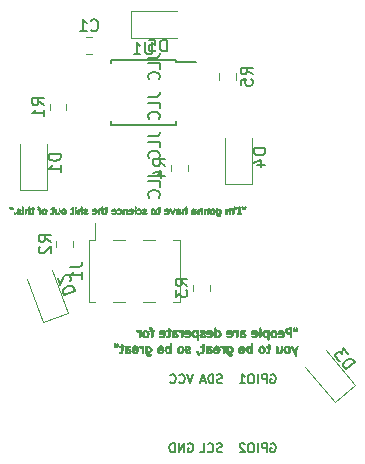
<source format=gbr>
G04 #@! TF.GenerationSoftware,KiCad,Pcbnew,(5.1.5)-3*
G04 #@! TF.CreationDate,2020-08-07T09:29:16-05:00*
G04 #@! TF.ProjectId,matt_damon,6d617474-5f64-4616-9d6f-6e2e6b696361,rev?*
G04 #@! TF.SameCoordinates,Original*
G04 #@! TF.FileFunction,Legend,Bot*
G04 #@! TF.FilePolarity,Positive*
%FSLAX46Y46*%
G04 Gerber Fmt 4.6, Leading zero omitted, Abs format (unit mm)*
G04 Created by KiCad (PCBNEW (5.1.5)-3) date 2020-08-07 09:29:16*
%MOMM*%
%LPD*%
G04 APERTURE LIST*
%ADD10C,0.150000*%
%ADD11C,0.010000*%
%ADD12C,0.120000*%
G04 APERTURE END LIST*
D10*
X-5795259Y25477384D02*
X-5080973Y25477384D01*
X-4938116Y25525003D01*
X-4842878Y25620241D01*
X-4795259Y25763099D01*
X-4795259Y25858337D01*
X-4795259Y24525003D02*
X-4795259Y25001194D01*
X-5795259Y25001194D01*
X-4890497Y23620241D02*
X-4842878Y23667860D01*
X-4795259Y23810718D01*
X-4795259Y23905956D01*
X-4842878Y24048813D01*
X-4938116Y24144051D01*
X-5033354Y24191670D01*
X-5223830Y24239289D01*
X-5366687Y24239289D01*
X-5557163Y24191670D01*
X-5652401Y24144051D01*
X-5747640Y24048813D01*
X-5795259Y23905956D01*
X-5795259Y23810718D01*
X-5747640Y23667860D01*
X-5700020Y23620241D01*
X-5795259Y22144051D02*
X-5080973Y22144051D01*
X-4938116Y22191670D01*
X-4842878Y22286908D01*
X-4795259Y22429765D01*
X-4795259Y22525003D01*
X-4795259Y21191670D02*
X-4795259Y21667860D01*
X-5795259Y21667860D01*
X-4890497Y20286908D02*
X-4842878Y20334527D01*
X-4795259Y20477384D01*
X-4795259Y20572622D01*
X-4842878Y20715480D01*
X-4938116Y20810718D01*
X-5033354Y20858337D01*
X-5223830Y20905956D01*
X-5366687Y20905956D01*
X-5557163Y20858337D01*
X-5652401Y20810718D01*
X-5747640Y20715480D01*
X-5795259Y20572622D01*
X-5795259Y20477384D01*
X-5747640Y20334527D01*
X-5700020Y20286908D01*
X-5795259Y18810718D02*
X-5080973Y18810718D01*
X-4938116Y18858337D01*
X-4842878Y18953575D01*
X-4795259Y19096432D01*
X-4795259Y19191670D01*
X-4795259Y17858337D02*
X-4795259Y18334527D01*
X-5795259Y18334527D01*
X-4890497Y16953575D02*
X-4842878Y17001194D01*
X-4795259Y17144051D01*
X-4795259Y17239289D01*
X-4842878Y17382146D01*
X-4938116Y17477384D01*
X-5033354Y17525003D01*
X-5223830Y17572622D01*
X-5366687Y17572622D01*
X-5557163Y17525003D01*
X-5652401Y17477384D01*
X-5747640Y17382146D01*
X-5795259Y17239289D01*
X-5795259Y17144051D01*
X-5747640Y17001194D01*
X-5700020Y16953575D01*
X-5795259Y15477384D02*
X-5080973Y15477384D01*
X-4938116Y15525003D01*
X-4842878Y15620241D01*
X-4795259Y15763099D01*
X-4795259Y15858337D01*
X-4795259Y14525003D02*
X-4795259Y15001194D01*
X-5795259Y15001194D01*
X-4890497Y13620241D02*
X-4842878Y13667860D01*
X-4795259Y13810718D01*
X-4795259Y13905956D01*
X-4842878Y14048813D01*
X-4938116Y14144051D01*
X-5033354Y14191670D01*
X-5223830Y14239289D01*
X-5366687Y14239289D01*
X-5557163Y14191670D01*
X-5652401Y14144051D01*
X-5747640Y14048813D01*
X-5795259Y13905956D01*
X-5795259Y13810718D01*
X-5747640Y13667860D01*
X-5700020Y13620241D01*
D11*
G36*
X-5710992Y1072614D02*
G01*
X-5610505Y1001632D01*
X-5533759Y894153D01*
X-5503333Y773344D01*
X-5533503Y614967D01*
X-5617228Y510996D01*
X-5744328Y472288D01*
X-5783718Y474310D01*
X-5892685Y476874D01*
X-5922945Y449380D01*
X-5875223Y391080D01*
X-5869227Y386030D01*
X-5785364Y358985D01*
X-5678727Y364971D01*
X-5583626Y374370D01*
X-5547773Y346493D01*
X-5545666Y327321D01*
X-5580793Y256756D01*
X-5668736Y218635D01*
X-5783340Y214872D01*
X-5898452Y247382D01*
X-5969000Y296333D01*
X-6013054Y354556D01*
X-6038938Y434567D01*
X-6051009Y558155D01*
X-6053666Y719666D01*
X-6052680Y794162D01*
X-5926086Y794162D01*
X-5925682Y689814D01*
X-5898444Y620889D01*
X-5818313Y591755D01*
X-5726955Y620612D01*
X-5671147Y680172D01*
X-5647813Y767567D01*
X-5685981Y861633D01*
X-5691800Y870672D01*
X-5745885Y947604D01*
X-5787038Y969534D01*
X-5849092Y952039D01*
X-5859704Y947971D01*
X-5902551Y893232D01*
X-5926086Y794162D01*
X-6052680Y794162D01*
X-6051411Y889890D01*
X-6042233Y992066D01*
X-6022519Y1042750D01*
X-5988652Y1058495D01*
X-5979583Y1058911D01*
X-5877189Y1070389D01*
X-5812638Y1084391D01*
X-5710992Y1072614D01*
G37*
X-5710992Y1072614D02*
X-5610505Y1001632D01*
X-5533759Y894153D01*
X-5503333Y773344D01*
X-5533503Y614967D01*
X-5617228Y510996D01*
X-5744328Y472288D01*
X-5783718Y474310D01*
X-5892685Y476874D01*
X-5922945Y449380D01*
X-5875223Y391080D01*
X-5869227Y386030D01*
X-5785364Y358985D01*
X-5678727Y364971D01*
X-5583626Y374370D01*
X-5547773Y346493D01*
X-5545666Y327321D01*
X-5580793Y256756D01*
X-5668736Y218635D01*
X-5783340Y214872D01*
X-5898452Y247382D01*
X-5969000Y296333D01*
X-6013054Y354556D01*
X-6038938Y434567D01*
X-6051009Y558155D01*
X-6053666Y719666D01*
X-6052680Y794162D01*
X-5926086Y794162D01*
X-5925682Y689814D01*
X-5898444Y620889D01*
X-5818313Y591755D01*
X-5726955Y620612D01*
X-5671147Y680172D01*
X-5647813Y767567D01*
X-5685981Y861633D01*
X-5691800Y870672D01*
X-5745885Y947604D01*
X-5787038Y969534D01*
X-5849092Y952039D01*
X-5859704Y947971D01*
X-5902551Y893232D01*
X-5926086Y794162D01*
X-6052680Y794162D01*
X-6051411Y889890D01*
X-6042233Y992066D01*
X-6022519Y1042750D01*
X-5988652Y1058495D01*
X-5979583Y1058911D01*
X-5877189Y1070389D01*
X-5812638Y1084391D01*
X-5710992Y1072614D01*
G36*
X1253217Y1038062D02*
G01*
X1335161Y970980D01*
X1361034Y877297D01*
X1364521Y745437D01*
X1347665Y615949D01*
X1312923Y529876D01*
X1235930Y485405D01*
X1122537Y465720D01*
X1116650Y465666D01*
X1020779Y455848D01*
X974449Y431816D01*
X973667Y427862D01*
X1010103Y378795D01*
X1099417Y355125D01*
X1209864Y364460D01*
X1289803Y369505D01*
X1312334Y326618D01*
X1277861Y253715D01*
X1191196Y217751D01*
X1077467Y221169D01*
X961804Y266416D01*
X929426Y289365D01*
X879277Y341939D01*
X847252Y414877D01*
X827394Y529660D01*
X813832Y706337D01*
X809239Y785693D01*
X973667Y785693D01*
X985817Y662297D01*
X1030318Y605912D01*
X1119245Y601344D01*
X1120091Y601464D01*
X1192037Y644315D01*
X1220715Y738746D01*
X1206053Y862858D01*
X1163684Y915755D01*
X1069610Y951607D01*
X1002818Y911779D01*
X974054Y803621D01*
X973667Y785693D01*
X809239Y785693D01*
X794192Y1045609D01*
X950404Y1070959D01*
X1114914Y1075201D01*
X1253217Y1038062D01*
G37*
X1253217Y1038062D02*
X1335161Y970980D01*
X1361034Y877297D01*
X1364521Y745437D01*
X1347665Y615949D01*
X1312923Y529876D01*
X1235930Y485405D01*
X1122537Y465720D01*
X1116650Y465666D01*
X1020779Y455848D01*
X974449Y431816D01*
X973667Y427862D01*
X1010103Y378795D01*
X1099417Y355125D01*
X1209864Y364460D01*
X1289803Y369505D01*
X1312334Y326618D01*
X1277861Y253715D01*
X1191196Y217751D01*
X1077467Y221169D01*
X961804Y266416D01*
X929426Y289365D01*
X879277Y341939D01*
X847252Y414877D01*
X827394Y529660D01*
X813832Y706337D01*
X809239Y785693D01*
X973667Y785693D01*
X985817Y662297D01*
X1030318Y605912D01*
X1119245Y601344D01*
X1120091Y601464D01*
X1192037Y644315D01*
X1220715Y738746D01*
X1206053Y862858D01*
X1163684Y915755D01*
X1069610Y951607D01*
X1002818Y911779D01*
X974054Y803621D01*
X973667Y785693D01*
X809239Y785693D01*
X794192Y1045609D01*
X950404Y1070959D01*
X1114914Y1075201D01*
X1253217Y1038062D01*
G36*
X6410329Y1025218D02*
G01*
X6474222Y919937D01*
X6498748Y860421D01*
X6574331Y662509D01*
X6647475Y849838D01*
X6704347Y963650D01*
X6764720Y1037604D01*
X6789310Y1050854D01*
X6835699Y1052720D01*
X6852534Y1025032D01*
X6838369Y954141D01*
X6791760Y826397D01*
X6756171Y737759D01*
X6695911Y564211D01*
X6682385Y451804D01*
X6692671Y415851D01*
X6727839Y312036D01*
X6717733Y235932D01*
X6675014Y211666D01*
X6631731Y247957D01*
X6572111Y343091D01*
X6509160Y476250D01*
X6440149Y641835D01*
X6373158Y801589D01*
X6331745Y899583D01*
X6291722Y1000365D01*
X6288238Y1045868D01*
X6322936Y1057953D01*
X6343681Y1058333D01*
X6410329Y1025218D01*
G37*
X6410329Y1025218D02*
X6474222Y919937D01*
X6498748Y860421D01*
X6574331Y662509D01*
X6647475Y849838D01*
X6704347Y963650D01*
X6764720Y1037604D01*
X6789310Y1050854D01*
X6835699Y1052720D01*
X6852534Y1025032D01*
X6838369Y954141D01*
X6791760Y826397D01*
X6756171Y737759D01*
X6695911Y564211D01*
X6682385Y451804D01*
X6692671Y415851D01*
X6727839Y312036D01*
X6717733Y235932D01*
X6675014Y211666D01*
X6631731Y247957D01*
X6572111Y343091D01*
X6509160Y476250D01*
X6440149Y641835D01*
X6373158Y801589D01*
X6331745Y899583D01*
X6291722Y1000365D01*
X6288238Y1045868D01*
X6322936Y1057953D01*
X6343681Y1058333D01*
X6410329Y1025218D01*
G36*
X-1589864Y599478D02*
G01*
X-1535850Y487912D01*
X-1530701Y471338D01*
X-1495025Y345957D01*
X-1485912Y281273D01*
X-1504269Y257300D01*
X-1540570Y254000D01*
X-1591022Y289909D01*
X-1647933Y380144D01*
X-1667570Y424190D01*
X-1714855Y545842D01*
X-1729891Y608451D01*
X-1711760Y631632D01*
X-1659543Y635000D01*
X-1657701Y635000D01*
X-1589864Y599478D01*
G37*
X-1589864Y599478D02*
X-1535850Y487912D01*
X-1530701Y471338D01*
X-1495025Y345957D01*
X-1485912Y281273D01*
X-1504269Y257300D01*
X-1540570Y254000D01*
X-1591022Y289909D01*
X-1647933Y380144D01*
X-1667570Y424190D01*
X-1714855Y545842D01*
X-1729891Y608451D01*
X-1711760Y631632D01*
X-1659543Y635000D01*
X-1657701Y635000D01*
X-1589864Y599478D01*
G36*
X-7969990Y1192631D02*
G01*
X-7958666Y1146528D01*
X-7934590Y1069760D01*
X-7905750Y1045986D01*
X-7874062Y1017718D01*
X-7905750Y970491D01*
X-7939100Y894851D01*
X-7957442Y774941D01*
X-7958666Y735390D01*
X-7975664Y593077D01*
X-8020264Y495167D01*
X-8025190Y489857D01*
X-8118041Y434896D01*
X-8217405Y426436D01*
X-8269111Y451555D01*
X-8299313Y514834D01*
X-8278354Y562082D01*
X-8229561Y564003D01*
X-8153759Y570131D01*
X-8104289Y649963D01*
X-8086315Y793750D01*
X-8095209Y889262D01*
X-8136083Y926431D01*
X-8191500Y931333D01*
X-8276619Y953413D01*
X-8297333Y994833D01*
X-8260533Y1045905D01*
X-8191500Y1058333D01*
X-8108509Y1078177D01*
X-8085666Y1143000D01*
X-8059197Y1211952D01*
X-8022166Y1227666D01*
X-7969990Y1192631D01*
G37*
X-7969990Y1192631D02*
X-7958666Y1146528D01*
X-7934590Y1069760D01*
X-7905750Y1045986D01*
X-7874062Y1017718D01*
X-7905750Y970491D01*
X-7939100Y894851D01*
X-7957442Y774941D01*
X-7958666Y735390D01*
X-7975664Y593077D01*
X-8020264Y495167D01*
X-8025190Y489857D01*
X-8118041Y434896D01*
X-8217405Y426436D01*
X-8269111Y451555D01*
X-8299313Y514834D01*
X-8278354Y562082D01*
X-8229561Y564003D01*
X-8153759Y570131D01*
X-8104289Y649963D01*
X-8086315Y793750D01*
X-8095209Y889262D01*
X-8136083Y926431D01*
X-8191500Y931333D01*
X-8276619Y953413D01*
X-8297333Y994833D01*
X-8260533Y1045905D01*
X-8191500Y1058333D01*
X-8108509Y1078177D01*
X-8085666Y1143000D01*
X-8059197Y1211952D01*
X-8022166Y1227666D01*
X-7969990Y1192631D01*
G36*
X-7410930Y1061434D02*
G01*
X-7337161Y1019271D01*
X-7323666Y984606D01*
X-7346807Y941367D01*
X-7427320Y941651D01*
X-7442077Y944432D01*
X-7531688Y949977D01*
X-7609349Y936636D01*
X-7653982Y912583D01*
X-7644510Y885993D01*
X-7618813Y875888D01*
X-7459696Y828995D01*
X-7364614Y791861D01*
X-7315851Y752209D01*
X-7295694Y697762D01*
X-7289444Y647631D01*
X-7299287Y537931D01*
X-7361940Y470795D01*
X-7488115Y439117D01*
X-7611155Y434180D01*
X-7792809Y434879D01*
X-7782529Y683714D01*
X-7662333Y683714D01*
X-7630374Y603328D01*
X-7556693Y557161D01*
X-7474582Y557584D01*
X-7427220Y596355D01*
X-7426273Y661738D01*
X-7508705Y718297D01*
X-7567083Y738928D01*
X-7639692Y747057D01*
X-7661937Y699092D01*
X-7662333Y683714D01*
X-7782529Y683714D01*
X-7780488Y733113D01*
X-7771923Y889685D01*
X-7757266Y981927D01*
X-7728835Y1030163D01*
X-7678952Y1054714D01*
X-7656567Y1061057D01*
X-7526124Y1077367D01*
X-7410930Y1061434D01*
G37*
X-7410930Y1061434D02*
X-7337161Y1019271D01*
X-7323666Y984606D01*
X-7346807Y941367D01*
X-7427320Y941651D01*
X-7442077Y944432D01*
X-7531688Y949977D01*
X-7609349Y936636D01*
X-7653982Y912583D01*
X-7644510Y885993D01*
X-7618813Y875888D01*
X-7459696Y828995D01*
X-7364614Y791861D01*
X-7315851Y752209D01*
X-7295694Y697762D01*
X-7289444Y647631D01*
X-7299287Y537931D01*
X-7361940Y470795D01*
X-7488115Y439117D01*
X-7611155Y434180D01*
X-7792809Y434879D01*
X-7782529Y683714D01*
X-7662333Y683714D01*
X-7630374Y603328D01*
X-7556693Y557161D01*
X-7474582Y557584D01*
X-7427220Y596355D01*
X-7426273Y661738D01*
X-7508705Y718297D01*
X-7567083Y738928D01*
X-7639692Y747057D01*
X-7661937Y699092D01*
X-7662333Y683714D01*
X-7782529Y683714D01*
X-7780488Y733113D01*
X-7771923Y889685D01*
X-7757266Y981927D01*
X-7728835Y1030163D01*
X-7678952Y1054714D01*
X-7656567Y1061057D01*
X-7526124Y1077367D01*
X-7410930Y1061434D01*
G36*
X-6856862Y1075739D02*
G01*
X-6745339Y1017295D01*
X-6678731Y956746D01*
X-6651902Y864036D01*
X-6649525Y733029D01*
X-6669532Y605832D01*
X-6699389Y536291D01*
X-6780507Y481628D01*
X-6908713Y446613D01*
X-7047313Y438670D01*
X-7122583Y450659D01*
X-7184945Y505171D01*
X-7196666Y551235D01*
X-7186213Y602897D01*
X-7138965Y607687D01*
X-7072667Y587369D01*
X-6937081Y566829D01*
X-6861000Y591061D01*
X-6784598Y647599D01*
X-6789601Y689391D01*
X-6873642Y713983D01*
X-6985000Y719666D01*
X-7110622Y723098D01*
X-7173292Y740609D01*
X-7194661Y783026D01*
X-7196666Y825500D01*
X-7184463Y868844D01*
X-7050203Y868844D01*
X-7016636Y850577D01*
X-6921500Y846666D01*
X-6822132Y851242D01*
X-6792725Y870760D01*
X-6815666Y910166D01*
X-6885003Y963823D01*
X-6921500Y973666D01*
X-6991000Y944021D01*
X-7027333Y910166D01*
X-7050203Y868844D01*
X-7184463Y868844D01*
X-7165555Y935997D01*
X-7089695Y1036132D01*
X-6995300Y1095292D01*
X-6961050Y1100666D01*
X-6856862Y1075739D01*
G37*
X-6856862Y1075739D02*
X-6745339Y1017295D01*
X-6678731Y956746D01*
X-6651902Y864036D01*
X-6649525Y733029D01*
X-6669532Y605832D01*
X-6699389Y536291D01*
X-6780507Y481628D01*
X-6908713Y446613D01*
X-7047313Y438670D01*
X-7122583Y450659D01*
X-7184945Y505171D01*
X-7196666Y551235D01*
X-7186213Y602897D01*
X-7138965Y607687D01*
X-7072667Y587369D01*
X-6937081Y566829D01*
X-6861000Y591061D01*
X-6784598Y647599D01*
X-6789601Y689391D01*
X-6873642Y713983D01*
X-6985000Y719666D01*
X-7110622Y723098D01*
X-7173292Y740609D01*
X-7194661Y783026D01*
X-7196666Y825500D01*
X-7184463Y868844D01*
X-7050203Y868844D01*
X-7016636Y850577D01*
X-6921500Y846666D01*
X-6822132Y851242D01*
X-6792725Y870760D01*
X-6815666Y910166D01*
X-6885003Y963823D01*
X-6921500Y973666D01*
X-6991000Y944021D01*
X-7027333Y910166D01*
X-7050203Y868844D01*
X-7184463Y868844D01*
X-7165555Y935997D01*
X-7089695Y1036132D01*
X-6995300Y1095292D01*
X-6961050Y1100666D01*
X-6856862Y1075739D01*
G36*
X-6223000Y1047595D02*
G01*
X-6223000Y735464D01*
X-6226422Y569616D01*
X-6238774Y472855D01*
X-6263186Y429803D01*
X-6286500Y423333D01*
X-6324718Y444159D01*
X-6344440Y517278D01*
X-6350000Y657225D01*
X-6352722Y791533D01*
X-6368445Y864331D01*
X-6408502Y898758D01*
X-6477000Y916516D01*
X-6580719Y952670D01*
X-6607664Y995331D01*
X-6563615Y1032215D01*
X-6454354Y1051043D01*
X-6413500Y1051419D01*
X-6223000Y1047595D01*
G37*
X-6223000Y1047595D02*
X-6223000Y735464D01*
X-6226422Y569616D01*
X-6238774Y472855D01*
X-6263186Y429803D01*
X-6286500Y423333D01*
X-6324718Y444159D01*
X-6344440Y517278D01*
X-6350000Y657225D01*
X-6352722Y791533D01*
X-6368445Y864331D01*
X-6408502Y898758D01*
X-6477000Y916516D01*
X-6580719Y952670D01*
X-6607664Y995331D01*
X-6563615Y1032215D01*
X-6454354Y1051043D01*
X-6413500Y1051419D01*
X-6223000Y1047595D01*
G36*
X-4664145Y1062953D02*
G01*
X-4567189Y967179D01*
X-4502376Y839393D01*
X-4487333Y745830D01*
X-4524625Y602081D01*
X-4622700Y493587D01*
X-4760861Y432599D01*
X-4918408Y431372D01*
X-4984750Y451370D01*
X-5028868Y506316D01*
X-5037666Y555350D01*
X-5026853Y611525D01*
X-4978882Y605575D01*
X-4949057Y590556D01*
X-4836133Y562554D01*
X-4724017Y582029D01*
X-4648478Y641393D01*
X-4641498Y655801D01*
X-4642300Y694439D01*
X-4693831Y713878D01*
X-4812127Y719632D01*
X-4827328Y719666D01*
X-4952145Y722554D01*
X-5014204Y739864D01*
X-5035406Y784568D01*
X-5037666Y844266D01*
X-5019206Y905363D01*
X-4906964Y905363D01*
X-4891421Y867717D01*
X-4809261Y847435D01*
X-4783666Y846666D01*
X-4694477Y857622D01*
X-4656676Y884017D01*
X-4656666Y884471D01*
X-4692047Y932467D01*
X-4771979Y956020D01*
X-4847166Y946642D01*
X-4906964Y905363D01*
X-5019206Y905363D01*
X-4999753Y969742D01*
X-4903120Y1063473D01*
X-4773429Y1100664D01*
X-4772323Y1100666D01*
X-4664145Y1062953D01*
G37*
X-4664145Y1062953D02*
X-4567189Y967179D01*
X-4502376Y839393D01*
X-4487333Y745830D01*
X-4524625Y602081D01*
X-4622700Y493587D01*
X-4760861Y432599D01*
X-4918408Y431372D01*
X-4984750Y451370D01*
X-5028868Y506316D01*
X-5037666Y555350D01*
X-5026853Y611525D01*
X-4978882Y605575D01*
X-4949057Y590556D01*
X-4836133Y562554D01*
X-4724017Y582029D01*
X-4648478Y641393D01*
X-4641498Y655801D01*
X-4642300Y694439D01*
X-4693831Y713878D01*
X-4812127Y719632D01*
X-4827328Y719666D01*
X-4952145Y722554D01*
X-5014204Y739864D01*
X-5035406Y784568D01*
X-5037666Y844266D01*
X-5019206Y905363D01*
X-4906964Y905363D01*
X-4891421Y867717D01*
X-4809261Y847435D01*
X-4783666Y846666D01*
X-4694477Y857622D01*
X-4656676Y884017D01*
X-4656666Y884471D01*
X-4692047Y932467D01*
X-4771979Y956020D01*
X-4847166Y946642D01*
X-4906964Y905363D01*
X-5019206Y905363D01*
X-4999753Y969742D01*
X-4903120Y1063473D01*
X-4773429Y1100664D01*
X-4772323Y1100666D01*
X-4664145Y1062953D01*
G36*
X-3886684Y1298618D02*
G01*
X-3867783Y1248316D01*
X-3857144Y1147697D01*
X-3852781Y983027D01*
X-3852333Y873202D01*
X-3852333Y434071D01*
X-4044348Y430217D01*
X-4201422Y443732D01*
X-4306041Y496944D01*
X-4319515Y509515D01*
X-4385607Y628335D01*
X-4403720Y780003D01*
X-4401467Y791190D01*
X-4268142Y791190D01*
X-4254889Y661057D01*
X-4189842Y578136D01*
X-4088871Y558874D01*
X-4030487Y582621D01*
X-4005030Y647429D01*
X-4000500Y740833D01*
X-4005515Y849411D01*
X-4032692Y897678D01*
X-4100229Y909899D01*
X-4127500Y910166D01*
X-4220186Y897375D01*
X-4259390Y842419D01*
X-4268142Y791190D01*
X-4401467Y791190D01*
X-4373966Y927680D01*
X-4318000Y1016000D01*
X-4226253Y1087093D01*
X-4139332Y1090940D01*
X-4061217Y1056844D01*
X-4006854Y1036790D01*
X-3983947Y1067685D01*
X-3979333Y1162677D01*
X-3965845Y1272852D01*
X-3922656Y1311957D01*
X-3915833Y1312333D01*
X-3886684Y1298618D01*
G37*
X-3886684Y1298618D02*
X-3867783Y1248316D01*
X-3857144Y1147697D01*
X-3852781Y983027D01*
X-3852333Y873202D01*
X-3852333Y434071D01*
X-4044348Y430217D01*
X-4201422Y443732D01*
X-4306041Y496944D01*
X-4319515Y509515D01*
X-4385607Y628335D01*
X-4403720Y780003D01*
X-4401467Y791190D01*
X-4268142Y791190D01*
X-4254889Y661057D01*
X-4189842Y578136D01*
X-4088871Y558874D01*
X-4030487Y582621D01*
X-4005030Y647429D01*
X-4000500Y740833D01*
X-4005515Y849411D01*
X-4032692Y897678D01*
X-4100229Y909899D01*
X-4127500Y910166D01*
X-4220186Y897375D01*
X-4259390Y842419D01*
X-4268142Y791190D01*
X-4401467Y791190D01*
X-4373966Y927680D01*
X-4318000Y1016000D01*
X-4226253Y1087093D01*
X-4139332Y1090940D01*
X-4061217Y1056844D01*
X-4006854Y1036790D01*
X-3983947Y1067685D01*
X-3979333Y1162677D01*
X-3965845Y1272852D01*
X-3922656Y1311957D01*
X-3915833Y1312333D01*
X-3886684Y1298618D01*
G36*
X-2914093Y1023250D02*
G01*
X-2827487Y913652D01*
X-2794001Y759908D01*
X-2794000Y758927D01*
X-2825127Y595644D01*
X-2907501Y482279D01*
X-3024612Y427981D01*
X-3159949Y441894D01*
X-3260749Y500364D01*
X-3325070Y597011D01*
X-3354518Y725930D01*
X-3214075Y725930D01*
X-3183411Y622772D01*
X-3166533Y601133D01*
X-3077658Y553129D01*
X-2997071Y588157D01*
X-2961223Y638943D01*
X-2931704Y750495D01*
X-2950932Y853967D01*
X-3005462Y929803D01*
X-3081850Y958450D01*
X-3159199Y926880D01*
X-3205669Y842167D01*
X-3214075Y725930D01*
X-3354518Y725930D01*
X-3356242Y733477D01*
X-3351626Y873935D01*
X-3308586Y982557D01*
X-3297189Y995346D01*
X-3168487Y1073279D01*
X-3034274Y1079520D01*
X-2914093Y1023250D01*
G37*
X-2914093Y1023250D02*
X-2827487Y913652D01*
X-2794001Y759908D01*
X-2794000Y758927D01*
X-2825127Y595644D01*
X-2907501Y482279D01*
X-3024612Y427981D01*
X-3159949Y441894D01*
X-3260749Y500364D01*
X-3325070Y597011D01*
X-3354518Y725930D01*
X-3214075Y725930D01*
X-3183411Y622772D01*
X-3166533Y601133D01*
X-3077658Y553129D01*
X-2997071Y588157D01*
X-2961223Y638943D01*
X-2931704Y750495D01*
X-2950932Y853967D01*
X-3005462Y929803D01*
X-3081850Y958450D01*
X-3159199Y926880D01*
X-3205669Y842167D01*
X-3214075Y725930D01*
X-3354518Y725930D01*
X-3356242Y733477D01*
X-3351626Y873935D01*
X-3308586Y982557D01*
X-3297189Y995346D01*
X-3168487Y1073279D01*
X-3034274Y1079520D01*
X-2914093Y1023250D01*
G36*
X-2347166Y1049567D02*
G01*
X-2269675Y994725D01*
X-2249697Y908802D01*
X-2252146Y870663D01*
X-2273395Y780687D01*
X-2331476Y730654D01*
X-2423583Y701617D01*
X-2524931Y668191D01*
X-2579369Y633896D01*
X-2582333Y626205D01*
X-2547295Y577389D01*
X-2462697Y560533D01*
X-2359316Y580866D01*
X-2346800Y586194D01*
X-2271834Y612180D01*
X-2245784Y587351D01*
X-2243666Y553955D01*
X-2279715Y477483D01*
X-2370742Y432332D01*
X-2491074Y424068D01*
X-2615035Y458258D01*
X-2635250Y469057D01*
X-2693228Y545558D01*
X-2709333Y635404D01*
X-2698207Y718087D01*
X-2649607Y768214D01*
X-2540701Y809124D01*
X-2538823Y809687D01*
X-2437746Y850664D01*
X-2386028Y893030D01*
X-2384358Y906637D01*
X-2436699Y942285D01*
X-2536971Y940782D01*
X-2635250Y911360D01*
X-2694119Y905349D01*
X-2709333Y963846D01*
X-2672885Y1033073D01*
X-2581135Y1073817D01*
X-2460478Y1079832D01*
X-2347166Y1049567D01*
G37*
X-2347166Y1049567D02*
X-2269675Y994725D01*
X-2249697Y908802D01*
X-2252146Y870663D01*
X-2273395Y780687D01*
X-2331476Y730654D01*
X-2423583Y701617D01*
X-2524931Y668191D01*
X-2579369Y633896D01*
X-2582333Y626205D01*
X-2547295Y577389D01*
X-2462697Y560533D01*
X-2359316Y580866D01*
X-2346800Y586194D01*
X-2271834Y612180D01*
X-2245784Y587351D01*
X-2243666Y553955D01*
X-2279715Y477483D01*
X-2370742Y432332D01*
X-2491074Y424068D01*
X-2615035Y458258D01*
X-2635250Y469057D01*
X-2693228Y545558D01*
X-2709333Y635404D01*
X-2698207Y718087D01*
X-2649607Y768214D01*
X-2540701Y809124D01*
X-2538823Y809687D01*
X-2437746Y850664D01*
X-2386028Y893030D01*
X-2384358Y906637D01*
X-2436699Y942285D01*
X-2536971Y940782D01*
X-2635250Y911360D01*
X-2694119Y905349D01*
X-2709333Y963846D01*
X-2672885Y1033073D01*
X-2581135Y1073817D01*
X-2460478Y1079832D01*
X-2347166Y1049567D01*
G36*
X-1085199Y1194117D02*
G01*
X-1046000Y1111517D01*
X-1039586Y991347D01*
X-1052241Y836168D01*
X-1078936Y677396D01*
X-1114642Y546450D01*
X-1146687Y482390D01*
X-1224434Y436214D01*
X-1324739Y425512D01*
X-1405548Y452425D01*
X-1419907Y468483D01*
X-1424942Y531599D01*
X-1359987Y567414D01*
X-1319929Y570960D01*
X-1270106Y595707D01*
X-1243184Y679904D01*
X-1235974Y748174D01*
X-1233487Y861802D01*
X-1255125Y916715D01*
X-1311508Y937781D01*
X-1317325Y938674D01*
X-1403469Y970303D01*
X-1428992Y1015708D01*
X-1390021Y1051375D01*
X-1337028Y1058333D01*
X-1252286Y1076829D01*
X-1227671Y1141675D01*
X-1227666Y1143000D01*
X-1202915Y1215134D01*
X-1146505Y1230627D01*
X-1085199Y1194117D01*
G37*
X-1085199Y1194117D02*
X-1046000Y1111517D01*
X-1039586Y991347D01*
X-1052241Y836168D01*
X-1078936Y677396D01*
X-1114642Y546450D01*
X-1146687Y482390D01*
X-1224434Y436214D01*
X-1324739Y425512D01*
X-1405548Y452425D01*
X-1419907Y468483D01*
X-1424942Y531599D01*
X-1359987Y567414D01*
X-1319929Y570960D01*
X-1270106Y595707D01*
X-1243184Y679904D01*
X-1235974Y748174D01*
X-1233487Y861802D01*
X-1255125Y916715D01*
X-1311508Y937781D01*
X-1317325Y938674D01*
X-1403469Y970303D01*
X-1428992Y1015708D01*
X-1390021Y1051375D01*
X-1337028Y1058333D01*
X-1252286Y1076829D01*
X-1227671Y1141675D01*
X-1227666Y1143000D01*
X-1202915Y1215134D01*
X-1146505Y1230627D01*
X-1085199Y1194117D01*
G36*
X-569436Y1074908D02*
G01*
X-472082Y1046540D01*
X-424432Y996261D01*
X-423333Y986231D01*
X-448872Y945167D01*
X-535447Y935732D01*
X-578084Y938606D01*
X-696401Y934780D01*
X-750895Y899730D01*
X-750946Y899583D01*
X-729770Y859115D01*
X-641551Y846666D01*
X-506971Y816801D01*
X-416836Y740601D01*
X-382284Y638165D01*
X-414455Y529587D01*
X-445110Y492271D01*
X-545078Y446189D01*
X-715904Y432883D01*
X-722045Y433008D01*
X-934871Y437856D01*
X-922997Y705193D01*
X-804333Y705193D01*
X-769696Y633460D01*
X-690907Y571953D01*
X-623088Y551620D01*
X-581356Y584022D01*
X-564941Y615659D01*
X-550625Y674257D01*
X-579397Y708441D01*
X-669960Y737408D01*
X-688003Y741981D01*
X-773907Y752538D01*
X-803449Y719524D01*
X-804333Y705193D01*
X-922997Y705193D01*
X-922519Y715943D01*
X-912620Y868328D01*
X-894136Y959111D01*
X-858449Y1011355D01*
X-798708Y1047281D01*
X-687858Y1076708D01*
X-569436Y1074908D01*
G37*
X-569436Y1074908D02*
X-472082Y1046540D01*
X-424432Y996261D01*
X-423333Y986231D01*
X-448872Y945167D01*
X-535447Y935732D01*
X-578084Y938606D01*
X-696401Y934780D01*
X-750895Y899730D01*
X-750946Y899583D01*
X-729770Y859115D01*
X-641551Y846666D01*
X-506971Y816801D01*
X-416836Y740601D01*
X-382284Y638165D01*
X-414455Y529587D01*
X-445110Y492271D01*
X-545078Y446189D01*
X-715904Y432883D01*
X-722045Y433008D01*
X-934871Y437856D01*
X-922997Y705193D01*
X-804333Y705193D01*
X-769696Y633460D01*
X-690907Y571953D01*
X-623088Y551620D01*
X-581356Y584022D01*
X-564941Y615659D01*
X-550625Y674257D01*
X-579397Y708441D01*
X-669960Y737408D01*
X-688003Y741981D01*
X-773907Y752538D01*
X-803449Y719524D01*
X-804333Y705193D01*
X-922997Y705193D01*
X-922519Y715943D01*
X-912620Y868328D01*
X-894136Y959111D01*
X-858449Y1011355D01*
X-798708Y1047281D01*
X-687858Y1076708D01*
X-569436Y1074908D01*
G36*
X72073Y1063526D02*
G01*
X171248Y970298D01*
X238462Y848270D01*
X254000Y762000D01*
X216571Y614198D01*
X118304Y501118D01*
X-19771Y435893D01*
X-176625Y431654D01*
X-243416Y451370D01*
X-288482Y506541D01*
X-296333Y550184D01*
X-286243Y600215D01*
X-240209Y603633D01*
X-172727Y580989D01*
X-66387Y555788D01*
X8664Y582664D01*
X17773Y589850D01*
X76616Y655040D01*
X61973Y696116D01*
X-29832Y716271D01*
X-131589Y719666D01*
X-258032Y721805D01*
X-318646Y735968D01*
X-332268Y773777D01*
X-320284Y836083D01*
X-288473Y902211D01*
X-169773Y902211D01*
X-138308Y862646D01*
X-42333Y846666D01*
X46850Y858106D01*
X84658Y885667D01*
X84667Y886147D01*
X49323Y929733D01*
X-28768Y958900D01*
X-107695Y960440D01*
X-126621Y952734D01*
X-169773Y902211D01*
X-288473Y902211D01*
X-258333Y964862D01*
X-155256Y1061511D01*
X-38356Y1100644D01*
X-35719Y1100666D01*
X72073Y1063526D01*
G37*
X72073Y1063526D02*
X171248Y970298D01*
X238462Y848270D01*
X254000Y762000D01*
X216571Y614198D01*
X118304Y501118D01*
X-19771Y435893D01*
X-176625Y431654D01*
X-243416Y451370D01*
X-288482Y506541D01*
X-296333Y550184D01*
X-286243Y600215D01*
X-240209Y603633D01*
X-172727Y580989D01*
X-66387Y555788D01*
X8664Y582664D01*
X17773Y589850D01*
X76616Y655040D01*
X61973Y696116D01*
X-29832Y716271D01*
X-131589Y719666D01*
X-258032Y721805D01*
X-318646Y735968D01*
X-332268Y773777D01*
X-320284Y836083D01*
X-288473Y902211D01*
X-169773Y902211D01*
X-138308Y862646D01*
X-42333Y846666D01*
X46850Y858106D01*
X84658Y885667D01*
X84667Y886147D01*
X49323Y929733D01*
X-28768Y958900D01*
X-107695Y960440D01*
X-126621Y952734D01*
X-169773Y902211D01*
X-288473Y902211D01*
X-258333Y964862D01*
X-155256Y1061511D01*
X-38356Y1100644D01*
X-35719Y1100666D01*
X72073Y1063526D01*
G36*
X677334Y1043891D02*
G01*
X677334Y733612D01*
X673877Y568326D01*
X661407Y472101D01*
X636769Y429534D01*
X613834Y423333D01*
X573171Y446828D01*
X553808Y527643D01*
X550334Y626533D01*
X534735Y792755D01*
X483273Y890105D01*
X388947Y929308D01*
X351367Y931333D01*
X273715Y954094D01*
X254000Y992433D01*
X277605Y1030462D01*
X358426Y1047421D01*
X465667Y1048712D01*
X677334Y1043891D01*
G37*
X677334Y1043891D02*
X677334Y733612D01*
X673877Y568326D01*
X661407Y472101D01*
X636769Y429534D01*
X613834Y423333D01*
X573171Y446828D01*
X553808Y527643D01*
X550334Y626533D01*
X534735Y792755D01*
X483273Y890105D01*
X388947Y929308D01*
X351367Y931333D01*
X273715Y954094D01*
X254000Y992433D01*
X277605Y1030462D01*
X358426Y1047421D01*
X465667Y1048712D01*
X677334Y1043891D01*
G36*
X2248409Y1046702D02*
G01*
X2346371Y958923D01*
X2387963Y808804D01*
X2389909Y756931D01*
X2357377Y591340D01*
X2264444Y481293D01*
X2118109Y431088D01*
X1925371Y445026D01*
X1894417Y452515D01*
X1833805Y505095D01*
X1820334Y557966D01*
X1836733Y619305D01*
X1894417Y613559D01*
X2032027Y566247D01*
X2122307Y562561D01*
X2180392Y592854D01*
X2236967Y657020D01*
X2218971Y697423D01*
X2123112Y716875D01*
X2032000Y719666D01*
X1906067Y723425D01*
X1843231Y741308D01*
X1822030Y783226D01*
X1820334Y817409D01*
X1843941Y916090D01*
X1993976Y916090D01*
X2006075Y874256D01*
X2083671Y848908D01*
X2125738Y846666D01*
X2214507Y850600D01*
X2231074Y870969D01*
X2192521Y915955D01*
X2111916Y960712D01*
X2056449Y959617D01*
X1993976Y916090D01*
X1843941Y916090D01*
X1854319Y959470D01*
X1951514Y1047623D01*
X2091145Y1075266D01*
X2248409Y1046702D01*
G37*
X2248409Y1046702D02*
X2346371Y958923D01*
X2387963Y808804D01*
X2389909Y756931D01*
X2357377Y591340D01*
X2264444Y481293D01*
X2118109Y431088D01*
X1925371Y445026D01*
X1894417Y452515D01*
X1833805Y505095D01*
X1820334Y557966D01*
X1836733Y619305D01*
X1894417Y613559D01*
X2032027Y566247D01*
X2122307Y562561D01*
X2180392Y592854D01*
X2236967Y657020D01*
X2218971Y697423D01*
X2123112Y716875D01*
X2032000Y719666D01*
X1906067Y723425D01*
X1843231Y741308D01*
X1822030Y783226D01*
X1820334Y817409D01*
X1843941Y916090D01*
X1993976Y916090D01*
X2006075Y874256D01*
X2083671Y848908D01*
X2125738Y846666D01*
X2214507Y850600D01*
X2231074Y870969D01*
X2192521Y915955D01*
X2111916Y960712D01*
X2056449Y959617D01*
X1993976Y916090D01*
X1843941Y916090D01*
X1854319Y959470D01*
X1951514Y1047623D01*
X2091145Y1075266D01*
X2248409Y1046702D01*
G36*
X2971420Y1298557D02*
G01*
X2990347Y1248043D01*
X3000955Y1147017D01*
X3005254Y981701D01*
X3005667Y876829D01*
X3005667Y441324D01*
X2838163Y434645D01*
X2665880Y456923D01*
X2574542Y505796D01*
X2497231Y617366D01*
X2472424Y762336D01*
X2477834Y791190D01*
X2632191Y791190D01*
X2643716Y668023D01*
X2699285Y583204D01*
X2783938Y558664D01*
X2790107Y559681D01*
X2838022Y599509D01*
X2856768Y703519D01*
X2857500Y741413D01*
X2851677Y850274D01*
X2824243Y898564D01*
X2760252Y910114D01*
X2751667Y910166D01*
X2670968Y892093D01*
X2636613Y821603D01*
X2632191Y791190D01*
X2477834Y791190D01*
X2499737Y907993D01*
X2578784Y1021622D01*
X2580619Y1023124D01*
X2705195Y1083679D01*
X2780740Y1081298D01*
X2849503Y1074785D01*
X2875440Y1117650D01*
X2878667Y1184527D01*
X2897356Y1285706D01*
X2942167Y1312333D01*
X2971420Y1298557D01*
G37*
X2971420Y1298557D02*
X2990347Y1248043D01*
X3000955Y1147017D01*
X3005254Y981701D01*
X3005667Y876829D01*
X3005667Y441324D01*
X2838163Y434645D01*
X2665880Y456923D01*
X2574542Y505796D01*
X2497231Y617366D01*
X2472424Y762336D01*
X2477834Y791190D01*
X2632191Y791190D01*
X2643716Y668023D01*
X2699285Y583204D01*
X2783938Y558664D01*
X2790107Y559681D01*
X2838022Y599509D01*
X2856768Y703519D01*
X2857500Y741413D01*
X2851677Y850274D01*
X2824243Y898564D01*
X2760252Y910114D01*
X2751667Y910166D01*
X2670968Y892093D01*
X2636613Y821603D01*
X2632191Y791190D01*
X2477834Y791190D01*
X2499737Y907993D01*
X2578784Y1021622D01*
X2580619Y1023124D01*
X2705195Y1083679D01*
X2780740Y1081298D01*
X2849503Y1074785D01*
X2875440Y1117650D01*
X2878667Y1184527D01*
X2897356Y1285706D01*
X2942167Y1312333D01*
X2971420Y1298557D01*
G36*
X3926677Y1061839D02*
G01*
X4028292Y959344D01*
X4088336Y814161D01*
X4091489Y796860D01*
X4097379Y676095D01*
X4056332Y586384D01*
X4007459Y532277D01*
X3874688Y442066D01*
X3744539Y433431D01*
X3626204Y506312D01*
X3601406Y534876D01*
X3538694Y651855D01*
X3521965Y730587D01*
X3665290Y730587D01*
X3684728Y651623D01*
X3732012Y569395D01*
X3801610Y555207D01*
X3870038Y576029D01*
X3917847Y633735D01*
X3936415Y735068D01*
X3924834Y843868D01*
X3882191Y923975D01*
X3878866Y926880D01*
X3793654Y960068D01*
X3721239Y926485D01*
X3674244Y844027D01*
X3665290Y730587D01*
X3521965Y730587D01*
X3513667Y769633D01*
X3545811Y890483D01*
X3625972Y1003891D01*
X3729740Y1081969D01*
X3803386Y1100666D01*
X3926677Y1061839D01*
G37*
X3926677Y1061839D02*
X4028292Y959344D01*
X4088336Y814161D01*
X4091489Y796860D01*
X4097379Y676095D01*
X4056332Y586384D01*
X4007459Y532277D01*
X3874688Y442066D01*
X3744539Y433431D01*
X3626204Y506312D01*
X3601406Y534876D01*
X3538694Y651855D01*
X3521965Y730587D01*
X3665290Y730587D01*
X3684728Y651623D01*
X3732012Y569395D01*
X3801610Y555207D01*
X3870038Y576029D01*
X3917847Y633735D01*
X3936415Y735068D01*
X3924834Y843868D01*
X3882191Y923975D01*
X3878866Y926880D01*
X3793654Y960068D01*
X3721239Y926485D01*
X3674244Y844027D01*
X3665290Y730587D01*
X3521965Y730587D01*
X3513667Y769633D01*
X3545811Y890483D01*
X3625972Y1003891D01*
X3729740Y1081969D01*
X3803386Y1100666D01*
X3926677Y1061839D01*
G36*
X4459492Y1194076D02*
G01*
X4498000Y1111250D01*
X4507234Y982626D01*
X4498741Y827477D01*
X4476540Y672409D01*
X4444651Y544030D01*
X4407094Y468949D01*
X4400091Y463179D01*
X4299917Y427675D01*
X4205581Y434147D01*
X4176889Y451555D01*
X4145989Y518580D01*
X4179549Y562373D01*
X4233334Y562599D01*
X4285026Y558326D01*
X4310020Y593937D01*
X4317680Y688600D01*
X4318000Y735896D01*
X4312747Y856819D01*
X4290815Y914776D01*
X4242944Y931144D01*
X4233334Y931333D01*
X4164381Y957803D01*
X4148667Y994833D01*
X4183960Y1046547D01*
X4233334Y1058333D01*
X4304086Y1088267D01*
X4318000Y1143000D01*
X4342639Y1215229D01*
X4398721Y1230682D01*
X4459492Y1194076D01*
G37*
X4459492Y1194076D02*
X4498000Y1111250D01*
X4507234Y982626D01*
X4498741Y827477D01*
X4476540Y672409D01*
X4444651Y544030D01*
X4407094Y468949D01*
X4400091Y463179D01*
X4299917Y427675D01*
X4205581Y434147D01*
X4176889Y451555D01*
X4145989Y518580D01*
X4179549Y562373D01*
X4233334Y562599D01*
X4285026Y558326D01*
X4310020Y593937D01*
X4317680Y688600D01*
X4318000Y735896D01*
X4312747Y856819D01*
X4290815Y914776D01*
X4242944Y931144D01*
X4233334Y931333D01*
X4164381Y957803D01*
X4148667Y994833D01*
X4183960Y1046547D01*
X4233334Y1058333D01*
X4304086Y1088267D01*
X4318000Y1143000D01*
X4342639Y1215229D01*
X4398721Y1230682D01*
X4459492Y1194076D01*
G36*
X5520756Y1021055D02*
G01*
X5543212Y926303D01*
X5549626Y799703D01*
X5540091Y666877D01*
X5514696Y553450D01*
X5480147Y490861D01*
X5407404Y457880D01*
X5289170Y437330D01*
X5160078Y431441D01*
X5054762Y442444D01*
X5014251Y460860D01*
X5004765Y509606D01*
X4997976Y619401D01*
X4995334Y766638D01*
X4995334Y769055D01*
X4997727Y922540D01*
X5008478Y1009712D01*
X5032944Y1048869D01*
X5076479Y1058312D01*
X5080000Y1058333D01*
X5129306Y1048024D01*
X5154770Y1003616D01*
X5163891Y904890D01*
X5164667Y830029D01*
X5172037Y684307D01*
X5197403Y604170D01*
X5233533Y575299D01*
X5325817Y573841D01*
X5387960Y648041D01*
X5416910Y793338D01*
X5418667Y851850D01*
X5425790Y983134D01*
X5450354Y1046291D01*
X5482167Y1058333D01*
X5520756Y1021055D01*
G37*
X5520756Y1021055D02*
X5543212Y926303D01*
X5549626Y799703D01*
X5540091Y666877D01*
X5514696Y553450D01*
X5480147Y490861D01*
X5407404Y457880D01*
X5289170Y437330D01*
X5160078Y431441D01*
X5054762Y442444D01*
X5014251Y460860D01*
X5004765Y509606D01*
X4997976Y619401D01*
X4995334Y766638D01*
X4995334Y769055D01*
X4997727Y922540D01*
X5008478Y1009712D01*
X5032944Y1048869D01*
X5076479Y1058312D01*
X5080000Y1058333D01*
X5129306Y1048024D01*
X5154770Y1003616D01*
X5163891Y904890D01*
X5164667Y830029D01*
X5172037Y684307D01*
X5197403Y604170D01*
X5233533Y575299D01*
X5325817Y573841D01*
X5387960Y648041D01*
X5416910Y793338D01*
X5418667Y851850D01*
X5425790Y983134D01*
X5450354Y1046291D01*
X5482167Y1058333D01*
X5520756Y1021055D01*
G36*
X6102907Y1023250D02*
G01*
X6189513Y913652D01*
X6222999Y759908D01*
X6223000Y758927D01*
X6191873Y595644D01*
X6109499Y482279D01*
X5992388Y427981D01*
X5857051Y441894D01*
X5756251Y500364D01*
X5691930Y597011D01*
X5662482Y725930D01*
X5802925Y725930D01*
X5833589Y622772D01*
X5850467Y601133D01*
X5939342Y553129D01*
X6019929Y588157D01*
X6055777Y638943D01*
X6085296Y750495D01*
X6066068Y853967D01*
X6011538Y929803D01*
X5935150Y958450D01*
X5857801Y926880D01*
X5811331Y842167D01*
X5802925Y725930D01*
X5662482Y725930D01*
X5660758Y733477D01*
X5665374Y873935D01*
X5708414Y982557D01*
X5719811Y995346D01*
X5848513Y1073279D01*
X5982726Y1079520D01*
X6102907Y1023250D01*
G37*
X6102907Y1023250D02*
X6189513Y913652D01*
X6222999Y759908D01*
X6223000Y758927D01*
X6191873Y595644D01*
X6109499Y482279D01*
X5992388Y427981D01*
X5857051Y441894D01*
X5756251Y500364D01*
X5691930Y597011D01*
X5662482Y725930D01*
X5802925Y725930D01*
X5833589Y622772D01*
X5850467Y601133D01*
X5939342Y553129D01*
X6019929Y588157D01*
X6055777Y638943D01*
X6085296Y750495D01*
X6066068Y853967D01*
X6011538Y929803D01*
X5935150Y958450D01*
X5857801Y926880D01*
X5811331Y842167D01*
X5802925Y725930D01*
X5662482Y725930D01*
X5660758Y733477D01*
X5665374Y873935D01*
X5708414Y982557D01*
X5719811Y995346D01*
X5848513Y1073279D01*
X5982726Y1079520D01*
X6102907Y1023250D01*
G36*
X-8613013Y1284372D02*
G01*
X-8594819Y1191682D01*
X-8593666Y1143000D01*
X-8604152Y1025257D01*
X-8638911Y976740D01*
X-8657166Y973666D01*
X-8701320Y1001628D01*
X-8719514Y1094318D01*
X-8720666Y1143000D01*
X-8710181Y1260742D01*
X-8675422Y1309260D01*
X-8657166Y1312333D01*
X-8613013Y1284372D01*
G37*
X-8613013Y1284372D02*
X-8594819Y1191682D01*
X-8593666Y1143000D01*
X-8604152Y1025257D01*
X-8638911Y976740D01*
X-8657166Y973666D01*
X-8701320Y1001628D01*
X-8719514Y1094318D01*
X-8720666Y1143000D01*
X-8710181Y1260742D01*
X-8675422Y1309260D01*
X-8657166Y1312333D01*
X-8613013Y1284372D01*
G36*
X-8401346Y1284372D02*
G01*
X-8383152Y1191682D01*
X-8382000Y1143000D01*
X-8392485Y1025257D01*
X-8427244Y976740D01*
X-8445500Y973666D01*
X-8489653Y1001628D01*
X-8507847Y1094318D01*
X-8509000Y1143000D01*
X-8498514Y1260742D01*
X-8463756Y1309260D01*
X-8445500Y1312333D01*
X-8401346Y1284372D01*
G37*
X-8401346Y1284372D02*
X-8383152Y1191682D01*
X-8382000Y1143000D01*
X-8392485Y1025257D01*
X-8427244Y976740D01*
X-8445500Y973666D01*
X-8489653Y1001628D01*
X-8507847Y1094318D01*
X-8509000Y1143000D01*
X-8498514Y1260742D01*
X-8463756Y1309260D01*
X-8445500Y1312333D01*
X-8401346Y1284372D01*
G36*
X-1566333Y2401863D02*
G01*
X-1566333Y1984098D01*
X-1568475Y1788176D01*
X-1576319Y1662850D01*
X-1591992Y1594124D01*
X-1617621Y1568002D01*
X-1629833Y1566333D01*
X-1680462Y1603838D01*
X-1693333Y1686001D01*
X-1702754Y1769435D01*
X-1748826Y1793775D01*
X-1816143Y1787645D01*
X-1952313Y1804724D01*
X-2055278Y1889651D01*
X-2110861Y2027772D01*
X-2116666Y2098283D01*
X-2111283Y2163422D01*
X-1973851Y2163422D01*
X-1971292Y2054745D01*
X-1948069Y1991040D01*
X-1875532Y1914887D01*
X-1795264Y1911016D01*
X-1729230Y1972425D01*
X-1700776Y2069894D01*
X-1712364Y2200166D01*
X-1781084Y2269719D01*
X-1872443Y2285352D01*
X-1938345Y2250242D01*
X-1973851Y2163422D01*
X-2111283Y2163422D01*
X-2103275Y2260298D01*
X-2052943Y2355869D01*
X-1950434Y2399758D01*
X-1797801Y2407200D01*
X-1566333Y2401863D01*
G37*
X-1566333Y2401863D02*
X-1566333Y1984098D01*
X-1568475Y1788176D01*
X-1576319Y1662850D01*
X-1591992Y1594124D01*
X-1617621Y1568002D01*
X-1629833Y1566333D01*
X-1680462Y1603838D01*
X-1693333Y1686001D01*
X-1702754Y1769435D01*
X-1748826Y1793775D01*
X-1816143Y1787645D01*
X-1952313Y1804724D01*
X-2055278Y1889651D01*
X-2110861Y2027772D01*
X-2116666Y2098283D01*
X-2111283Y2163422D01*
X-1973851Y2163422D01*
X-1971292Y2054745D01*
X-1948069Y1991040D01*
X-1875532Y1914887D01*
X-1795264Y1911016D01*
X-1729230Y1972425D01*
X-1700776Y2069894D01*
X-1712364Y2200166D01*
X-1781084Y2269719D01*
X-1872443Y2285352D01*
X-1938345Y2250242D01*
X-1973851Y2163422D01*
X-2111283Y2163422D01*
X-2103275Y2260298D01*
X-2052943Y2355869D01*
X-1950434Y2399758D01*
X-1797801Y2407200D01*
X-1566333Y2401863D01*
G36*
X4402667Y2401938D02*
G01*
X4402667Y1984136D01*
X4400525Y1788204D01*
X4392683Y1662868D01*
X4377012Y1594133D01*
X4351386Y1568005D01*
X4339167Y1566333D01*
X4288095Y1603134D01*
X4275667Y1672166D01*
X4261998Y1747803D01*
X4203894Y1775472D01*
X4148667Y1778000D01*
X4009177Y1814118D01*
X3908583Y1908585D01*
X3855791Y2040573D01*
X3856582Y2070587D01*
X3995678Y2070587D01*
X4029487Y1971648D01*
X4106275Y1916142D01*
X4162114Y1913014D01*
X4222839Y1935778D01*
X4249415Y1997203D01*
X4254500Y2095500D01*
X4246979Y2207577D01*
X4215766Y2260678D01*
X4159660Y2278307D01*
X4069860Y2260076D01*
X4017721Y2188412D01*
X3995678Y2070587D01*
X3856582Y2070587D01*
X3859711Y2189254D01*
X3917671Y2318110D01*
X3975762Y2376495D01*
X4060789Y2402827D01*
X4192838Y2406666D01*
X4402667Y2401938D01*
G37*
X4402667Y2401938D02*
X4402667Y1984136D01*
X4400525Y1788204D01*
X4392683Y1662868D01*
X4377012Y1594133D01*
X4351386Y1568005D01*
X4339167Y1566333D01*
X4288095Y1603134D01*
X4275667Y1672166D01*
X4261998Y1747803D01*
X4203894Y1775472D01*
X4148667Y1778000D01*
X4009177Y1814118D01*
X3908583Y1908585D01*
X3855791Y2040573D01*
X3856582Y2070587D01*
X3995678Y2070587D01*
X4029487Y1971648D01*
X4106275Y1916142D01*
X4162114Y1913014D01*
X4222839Y1935778D01*
X4249415Y1997203D01*
X4254500Y2095500D01*
X4246979Y2207577D01*
X4215766Y2260678D01*
X4159660Y2278307D01*
X4069860Y2260076D01*
X4017721Y2188412D01*
X3995678Y2070587D01*
X3856582Y2070587D01*
X3859711Y2189254D01*
X3917671Y2318110D01*
X3975762Y2376495D01*
X4060789Y2402827D01*
X4192838Y2406666D01*
X4402667Y2401938D01*
G36*
X-6434666Y2398558D02*
G01*
X-6434666Y2088279D01*
X-6438375Y1921629D01*
X-6451435Y1824721D01*
X-6476745Y1782874D01*
X-6495954Y1778000D01*
X-6536689Y1806806D01*
X-6561163Y1900881D01*
X-6570038Y2000250D01*
X-6581371Y2131391D01*
X-6605616Y2203386D01*
X-6657370Y2241740D01*
X-6720416Y2263004D01*
X-6829928Y2309157D01*
X-6859250Y2353310D01*
X-6812645Y2387390D01*
X-6694373Y2403325D01*
X-6646333Y2403379D01*
X-6434666Y2398558D01*
G37*
X-6434666Y2398558D02*
X-6434666Y2088279D01*
X-6438375Y1921629D01*
X-6451435Y1824721D01*
X-6476745Y1782874D01*
X-6495954Y1778000D01*
X-6536689Y1806806D01*
X-6561163Y1900881D01*
X-6570038Y2000250D01*
X-6581371Y2131391D01*
X-6605616Y2203386D01*
X-6657370Y2241740D01*
X-6720416Y2263004D01*
X-6829928Y2309157D01*
X-6859250Y2353310D01*
X-6812645Y2387390D01*
X-6694373Y2403325D01*
X-6646333Y2403379D01*
X-6434666Y2398558D01*
G36*
X-5856321Y2361177D02*
G01*
X-5827394Y2335583D01*
X-5773422Y2225840D01*
X-5757480Y2082965D01*
X-5779009Y1943925D01*
X-5834750Y1848061D01*
X-5950937Y1790324D01*
X-6088402Y1784479D01*
X-6208678Y1829823D01*
X-6237605Y1855417D01*
X-6291577Y1965159D01*
X-6304317Y2079337D01*
X-6180666Y2079337D01*
X-6151800Y1980209D01*
X-6082686Y1921494D01*
X-5999551Y1909938D01*
X-5928625Y1952289D01*
X-5902484Y2007778D01*
X-5892566Y2147579D01*
X-5935430Y2245860D01*
X-6023328Y2285821D01*
X-6030823Y2286000D01*
X-6127492Y2251217D01*
X-6175409Y2148251D01*
X-6180666Y2079337D01*
X-6304317Y2079337D01*
X-6307520Y2108034D01*
X-6285991Y2247075D01*
X-6230250Y2342939D01*
X-6114062Y2400675D01*
X-5976597Y2406521D01*
X-5856321Y2361177D01*
G37*
X-5856321Y2361177D02*
X-5827394Y2335583D01*
X-5773422Y2225840D01*
X-5757480Y2082965D01*
X-5779009Y1943925D01*
X-5834750Y1848061D01*
X-5950937Y1790324D01*
X-6088402Y1784479D01*
X-6208678Y1829823D01*
X-6237605Y1855417D01*
X-6291577Y1965159D01*
X-6304317Y2079337D01*
X-6180666Y2079337D01*
X-6151800Y1980209D01*
X-6082686Y1921494D01*
X-5999551Y1909938D01*
X-5928625Y1952289D01*
X-5902484Y2007778D01*
X-5892566Y2147579D01*
X-5935430Y2245860D01*
X-6023328Y2285821D01*
X-6030823Y2286000D01*
X-6127492Y2251217D01*
X-6175409Y2148251D01*
X-6180666Y2079337D01*
X-6304317Y2079337D01*
X-6307520Y2108034D01*
X-6285991Y2247075D01*
X-6230250Y2342939D01*
X-6114062Y2400675D01*
X-5976597Y2406521D01*
X-5856321Y2361177D01*
G36*
X-5481436Y2592411D02*
G01*
X-5434781Y2513775D01*
X-5402104Y2436936D01*
X-5371744Y2413000D01*
X-5338237Y2378644D01*
X-5334000Y2349500D01*
X-5356859Y2293164D01*
X-5376333Y2286000D01*
X-5398882Y2247440D01*
X-5414170Y2146709D01*
X-5418666Y2032000D01*
X-5423543Y1884514D01*
X-5440831Y1805329D01*
X-5474515Y1778501D01*
X-5482166Y1778000D01*
X-5519038Y1797507D01*
X-5538834Y1866657D01*
X-5545541Y2001396D01*
X-5545666Y2032000D01*
X-5548756Y2173864D01*
X-5562326Y2250520D01*
X-5592833Y2281330D01*
X-5630333Y2286000D01*
X-5699285Y2312470D01*
X-5715000Y2349500D01*
X-5679707Y2401214D01*
X-5630333Y2413000D01*
X-5561543Y2430728D01*
X-5545666Y2455333D01*
X-5582859Y2497471D01*
X-5688409Y2502696D01*
X-5704416Y2500827D01*
X-5749485Y2521980D01*
X-5752211Y2577608D01*
X-5714380Y2629930D01*
X-5697916Y2638409D01*
X-5581823Y2645758D01*
X-5481436Y2592411D01*
G37*
X-5481436Y2592411D02*
X-5434781Y2513775D01*
X-5402104Y2436936D01*
X-5371744Y2413000D01*
X-5338237Y2378644D01*
X-5334000Y2349500D01*
X-5356859Y2293164D01*
X-5376333Y2286000D01*
X-5398882Y2247440D01*
X-5414170Y2146709D01*
X-5418666Y2032000D01*
X-5423543Y1884514D01*
X-5440831Y1805329D01*
X-5474515Y1778501D01*
X-5482166Y1778000D01*
X-5519038Y1797507D01*
X-5538834Y1866657D01*
X-5545541Y2001396D01*
X-5545666Y2032000D01*
X-5548756Y2173864D01*
X-5562326Y2250520D01*
X-5592833Y2281330D01*
X-5630333Y2286000D01*
X-5699285Y2312470D01*
X-5715000Y2349500D01*
X-5679707Y2401214D01*
X-5630333Y2413000D01*
X-5561543Y2430728D01*
X-5545666Y2455333D01*
X-5582859Y2497471D01*
X-5688409Y2502696D01*
X-5704416Y2500827D01*
X-5749485Y2521980D01*
X-5752211Y2577608D01*
X-5714380Y2629930D01*
X-5697916Y2638409D01*
X-5581823Y2645758D01*
X-5481436Y2592411D01*
G36*
X-4504657Y2385040D02*
G01*
X-4406399Y2298400D01*
X-4363170Y2148938D01*
X-4360333Y2083984D01*
X-4374816Y1950118D01*
X-4426296Y1866424D01*
X-4454419Y1843900D01*
X-4578524Y1795175D01*
X-4732233Y1782260D01*
X-4857750Y1806036D01*
X-4905931Y1861850D01*
X-4910666Y1889279D01*
X-4890974Y1928355D01*
X-4819349Y1932361D01*
X-4762036Y1923286D01*
X-4622584Y1918290D01*
X-4550369Y1947718D01*
X-4493955Y2011797D01*
X-4512151Y2052149D01*
X-4608237Y2071564D01*
X-4699000Y2074333D01*
X-4825660Y2078618D01*
X-4888847Y2097256D01*
X-4909561Y2138924D01*
X-4910666Y2161783D01*
X-4894945Y2243666D01*
X-4762500Y2243666D01*
X-4744469Y2214987D01*
X-4657817Y2201695D01*
X-4635500Y2201333D01*
X-4537846Y2211216D01*
X-4505959Y2237436D01*
X-4508500Y2243666D01*
X-4567001Y2276736D01*
X-4635500Y2286000D01*
X-4724146Y2270020D01*
X-4762500Y2243666D01*
X-4894945Y2243666D01*
X-4883006Y2305842D01*
X-4797679Y2388364D01*
X-4661738Y2413000D01*
X-4504657Y2385040D01*
G37*
X-4504657Y2385040D02*
X-4406399Y2298400D01*
X-4363170Y2148938D01*
X-4360333Y2083984D01*
X-4374816Y1950118D01*
X-4426296Y1866424D01*
X-4454419Y1843900D01*
X-4578524Y1795175D01*
X-4732233Y1782260D01*
X-4857750Y1806036D01*
X-4905931Y1861850D01*
X-4910666Y1889279D01*
X-4890974Y1928355D01*
X-4819349Y1932361D01*
X-4762036Y1923286D01*
X-4622584Y1918290D01*
X-4550369Y1947718D01*
X-4493955Y2011797D01*
X-4512151Y2052149D01*
X-4608237Y2071564D01*
X-4699000Y2074333D01*
X-4825660Y2078618D01*
X-4888847Y2097256D01*
X-4909561Y2138924D01*
X-4910666Y2161783D01*
X-4894945Y2243666D01*
X-4762500Y2243666D01*
X-4744469Y2214987D01*
X-4657817Y2201695D01*
X-4635500Y2201333D01*
X-4537846Y2211216D01*
X-4505959Y2237436D01*
X-4508500Y2243666D01*
X-4567001Y2276736D01*
X-4635500Y2286000D01*
X-4724146Y2270020D01*
X-4762500Y2243666D01*
X-4894945Y2243666D01*
X-4883006Y2305842D01*
X-4797679Y2388364D01*
X-4661738Y2413000D01*
X-4504657Y2385040D01*
G36*
X-3991119Y2547040D02*
G01*
X-3979333Y2497666D01*
X-3961605Y2428876D01*
X-3937000Y2413000D01*
X-3899443Y2378712D01*
X-3894666Y2349500D01*
X-3917525Y2293164D01*
X-3937000Y2286000D01*
X-3961570Y2248016D01*
X-3976844Y2151284D01*
X-3979333Y2082800D01*
X-3989348Y1952002D01*
X-4014709Y1853857D01*
X-4030133Y1828800D01*
X-4105718Y1789181D01*
X-4201283Y1778364D01*
X-4283240Y1795209D01*
X-4318000Y1838556D01*
X-4281964Y1891019D01*
X-4222750Y1912639D01*
X-4160088Y1936068D01*
X-4128035Y1998912D01*
X-4114482Y2106083D01*
X-4110554Y2218931D01*
X-4128837Y2270970D01*
X-4181655Y2285480D01*
X-4209732Y2286000D01*
X-4296672Y2307660D01*
X-4318000Y2349500D01*
X-4281199Y2400571D01*
X-4212166Y2413000D01*
X-4129176Y2432843D01*
X-4106333Y2497666D01*
X-4079863Y2566619D01*
X-4042833Y2582333D01*
X-3991119Y2547040D01*
G37*
X-3991119Y2547040D02*
X-3979333Y2497666D01*
X-3961605Y2428876D01*
X-3937000Y2413000D01*
X-3899443Y2378712D01*
X-3894666Y2349500D01*
X-3917525Y2293164D01*
X-3937000Y2286000D01*
X-3961570Y2248016D01*
X-3976844Y2151284D01*
X-3979333Y2082800D01*
X-3989348Y1952002D01*
X-4014709Y1853857D01*
X-4030133Y1828800D01*
X-4105718Y1789181D01*
X-4201283Y1778364D01*
X-4283240Y1795209D01*
X-4318000Y1838556D01*
X-4281964Y1891019D01*
X-4222750Y1912639D01*
X-4160088Y1936068D01*
X-4128035Y1998912D01*
X-4114482Y2106083D01*
X-4110554Y2218931D01*
X-4128837Y2270970D01*
X-4181655Y2285480D01*
X-4209732Y2286000D01*
X-4296672Y2307660D01*
X-4318000Y2349500D01*
X-4281199Y2400571D01*
X-4212166Y2413000D01*
X-4129176Y2432843D01*
X-4106333Y2497666D01*
X-4079863Y2566619D01*
X-4042833Y2582333D01*
X-3991119Y2547040D01*
G36*
X-3409059Y2406092D02*
G01*
X-3355303Y2379676D01*
X-3344333Y2336834D01*
X-3360613Y2286025D01*
X-3424160Y2272357D01*
X-3487500Y2277382D01*
X-3592153Y2276358D01*
X-3656410Y2251562D01*
X-3659331Y2247714D01*
X-3646807Y2213290D01*
X-3558498Y2201333D01*
X-3436857Y2172721D01*
X-3329945Y2101601D01*
X-3266470Y2010051D01*
X-3259666Y1971524D01*
X-3297414Y1870623D01*
X-3405626Y1806770D01*
X-3576755Y1784111D01*
X-3600545Y1784342D01*
X-3810000Y1789061D01*
X-3810000Y2017173D01*
X-3683000Y2017173D01*
X-3646066Y1944962D01*
X-3534494Y1910809D01*
X-3499979Y1908342D01*
X-3440433Y1931725D01*
X-3436841Y1979083D01*
X-3477938Y2034810D01*
X-3554111Y2066079D01*
X-3632375Y2067786D01*
X-3679744Y2034827D01*
X-3683000Y2017173D01*
X-3810000Y2017173D01*
X-3810000Y2050231D01*
X-3802055Y2200508D01*
X-3781228Y2315328D01*
X-3759200Y2362200D01*
X-3687470Y2393894D01*
X-3569615Y2411634D01*
X-3526366Y2413000D01*
X-3409059Y2406092D01*
G37*
X-3409059Y2406092D02*
X-3355303Y2379676D01*
X-3344333Y2336834D01*
X-3360613Y2286025D01*
X-3424160Y2272357D01*
X-3487500Y2277382D01*
X-3592153Y2276358D01*
X-3656410Y2251562D01*
X-3659331Y2247714D01*
X-3646807Y2213290D01*
X-3558498Y2201333D01*
X-3436857Y2172721D01*
X-3329945Y2101601D01*
X-3266470Y2010051D01*
X-3259666Y1971524D01*
X-3297414Y1870623D01*
X-3405626Y1806770D01*
X-3576755Y1784111D01*
X-3600545Y1784342D01*
X-3810000Y1789061D01*
X-3810000Y2017173D01*
X-3683000Y2017173D01*
X-3646066Y1944962D01*
X-3534494Y1910809D01*
X-3499979Y1908342D01*
X-3440433Y1931725D01*
X-3436841Y1979083D01*
X-3477938Y2034810D01*
X-3554111Y2066079D01*
X-3632375Y2067786D01*
X-3679744Y2034827D01*
X-3683000Y2017173D01*
X-3810000Y2017173D01*
X-3810000Y2050231D01*
X-3802055Y2200508D01*
X-3781228Y2315328D01*
X-3759200Y2362200D01*
X-3687470Y2393894D01*
X-3569615Y2411634D01*
X-3526366Y2413000D01*
X-3409059Y2406092D01*
G36*
X-2878666Y2398558D02*
G01*
X-2878666Y2088279D01*
X-2882375Y1921629D01*
X-2895435Y1824721D01*
X-2920745Y1782874D01*
X-2939954Y1778000D01*
X-2980689Y1806806D01*
X-3005163Y1900881D01*
X-3014038Y2000250D01*
X-3025371Y2131391D01*
X-3049616Y2203386D01*
X-3101370Y2241740D01*
X-3164416Y2263004D01*
X-3273928Y2309157D01*
X-3303250Y2353310D01*
X-3256645Y2387390D01*
X-3138373Y2403325D01*
X-3090333Y2403379D01*
X-2878666Y2398558D01*
G37*
X-2878666Y2398558D02*
X-2878666Y2088279D01*
X-2882375Y1921629D01*
X-2895435Y1824721D01*
X-2920745Y1782874D01*
X-2939954Y1778000D01*
X-2980689Y1806806D01*
X-3005163Y1900881D01*
X-3014038Y2000250D01*
X-3025371Y2131391D01*
X-3049616Y2203386D01*
X-3101370Y2241740D01*
X-3164416Y2263004D01*
X-3273928Y2309157D01*
X-3303250Y2353310D01*
X-3256645Y2387390D01*
X-3138373Y2403325D01*
X-3090333Y2403379D01*
X-2878666Y2398558D01*
G36*
X-2340439Y2379746D02*
G01*
X-2243112Y2282091D01*
X-2202428Y2123199D01*
X-2201333Y2086080D01*
X-2237759Y1939422D01*
X-2334755Y1833609D01*
X-2473897Y1779013D01*
X-2636764Y1786005D01*
X-2698750Y1806036D01*
X-2747230Y1861900D01*
X-2751666Y1887861D01*
X-2731535Y1925198D01*
X-2659114Y1931230D01*
X-2586373Y1921902D01*
X-2472792Y1911663D01*
X-2409435Y1934694D01*
X-2373216Y1984902D01*
X-2350607Y2037554D01*
X-2367384Y2064031D01*
X-2440110Y2073293D01*
X-2538510Y2074333D01*
X-2664443Y2077292D01*
X-2727454Y2094221D01*
X-2749270Y2137201D01*
X-2751666Y2192866D01*
X-2741870Y2243666D01*
X-2603500Y2243666D01*
X-2586958Y2213685D01*
X-2504595Y2201354D01*
X-2500165Y2201333D01*
X-2409920Y2213377D01*
X-2370718Y2242474D01*
X-2370666Y2243666D01*
X-2406817Y2275766D01*
X-2474001Y2286000D01*
X-2563638Y2270391D01*
X-2603500Y2243666D01*
X-2741870Y2243666D01*
X-2727340Y2319008D01*
X-2647816Y2389590D01*
X-2503284Y2412921D01*
X-2491600Y2413000D01*
X-2340439Y2379746D01*
G37*
X-2340439Y2379746D02*
X-2243112Y2282091D01*
X-2202428Y2123199D01*
X-2201333Y2086080D01*
X-2237759Y1939422D01*
X-2334755Y1833609D01*
X-2473897Y1779013D01*
X-2636764Y1786005D01*
X-2698750Y1806036D01*
X-2747230Y1861900D01*
X-2751666Y1887861D01*
X-2731535Y1925198D01*
X-2659114Y1931230D01*
X-2586373Y1921902D01*
X-2472792Y1911663D01*
X-2409435Y1934694D01*
X-2373216Y1984902D01*
X-2350607Y2037554D01*
X-2367384Y2064031D01*
X-2440110Y2073293D01*
X-2538510Y2074333D01*
X-2664443Y2077292D01*
X-2727454Y2094221D01*
X-2749270Y2137201D01*
X-2751666Y2192866D01*
X-2741870Y2243666D01*
X-2603500Y2243666D01*
X-2586958Y2213685D01*
X-2504595Y2201354D01*
X-2500165Y2201333D01*
X-2409920Y2213377D01*
X-2370718Y2242474D01*
X-2370666Y2243666D01*
X-2406817Y2275766D01*
X-2474001Y2286000D01*
X-2563638Y2270391D01*
X-2603500Y2243666D01*
X-2741870Y2243666D01*
X-2727340Y2319008D01*
X-2647816Y2389590D01*
X-2503284Y2412921D01*
X-2491600Y2413000D01*
X-2340439Y2379746D01*
G36*
X-1098782Y2394354D02*
G01*
X-1006177Y2331995D01*
X-980746Y2219862D01*
X-982110Y2204957D01*
X-1015955Y2117399D01*
X-1106665Y2060363D01*
X-1141122Y2048218D01*
X-1242148Y2004740D01*
X-1300230Y1959374D01*
X-1303399Y1952968D01*
X-1284445Y1916435D01*
X-1212827Y1906728D01*
X-1116275Y1924102D01*
X-1052174Y1950630D01*
X-990051Y1974306D01*
X-976544Y1936417D01*
X-980874Y1897713D01*
X-1004690Y1831866D01*
X-1067903Y1799116D01*
X-1166357Y1786559D01*
X-1303992Y1791862D01*
X-1395098Y1839010D01*
X-1413589Y1857609D01*
X-1469197Y1962805D01*
X-1444618Y2057490D01*
X-1344320Y2132499D01*
X-1266169Y2160031D01*
X-1156553Y2204688D01*
X-1126406Y2247979D01*
X-1171514Y2275664D01*
X-1287663Y2273505D01*
X-1299224Y2271726D01*
X-1396387Y2262556D01*
X-1432012Y2283600D01*
X-1431073Y2319977D01*
X-1384138Y2376560D01*
X-1265090Y2404358D01*
X-1256110Y2405148D01*
X-1098782Y2394354D01*
G37*
X-1098782Y2394354D02*
X-1006177Y2331995D01*
X-980746Y2219862D01*
X-982110Y2204957D01*
X-1015955Y2117399D01*
X-1106665Y2060363D01*
X-1141122Y2048218D01*
X-1242148Y2004740D01*
X-1300230Y1959374D01*
X-1303399Y1952968D01*
X-1284445Y1916435D01*
X-1212827Y1906728D01*
X-1116275Y1924102D01*
X-1052174Y1950630D01*
X-990051Y1974306D01*
X-976544Y1936417D01*
X-980874Y1897713D01*
X-1004690Y1831866D01*
X-1067903Y1799116D01*
X-1166357Y1786559D01*
X-1303992Y1791862D01*
X-1395098Y1839010D01*
X-1413589Y1857609D01*
X-1469197Y1962805D01*
X-1444618Y2057490D01*
X-1344320Y2132499D01*
X-1266169Y2160031D01*
X-1156553Y2204688D01*
X-1126406Y2247979D01*
X-1171514Y2275664D01*
X-1287663Y2273505D01*
X-1299224Y2271726D01*
X-1396387Y2262556D01*
X-1432012Y2283600D01*
X-1431073Y2319977D01*
X-1384138Y2376560D01*
X-1265090Y2404358D01*
X-1256110Y2405148D01*
X-1098782Y2394354D01*
G36*
X-480881Y2383099D02*
G01*
X-381053Y2292932D01*
X-339913Y2141805D01*
X-338666Y2102750D01*
X-371888Y1939711D01*
X-464999Y1829443D01*
X-608174Y1782238D01*
X-645583Y1781342D01*
X-758131Y1789953D01*
X-835944Y1805980D01*
X-836083Y1806036D01*
X-884264Y1861850D01*
X-889000Y1889279D01*
X-869307Y1928355D01*
X-797682Y1932361D01*
X-740369Y1923286D01*
X-600917Y1918290D01*
X-528702Y1947718D01*
X-472288Y2011797D01*
X-490485Y2052149D01*
X-586570Y2071564D01*
X-677333Y2074333D01*
X-803994Y2078618D01*
X-867180Y2097256D01*
X-887895Y2138924D01*
X-889000Y2161783D01*
X-873278Y2243666D01*
X-740833Y2243666D01*
X-724291Y2213685D01*
X-641928Y2201354D01*
X-637498Y2201333D01*
X-547253Y2213377D01*
X-508051Y2242474D01*
X-508000Y2243666D01*
X-544150Y2275766D01*
X-611335Y2286000D01*
X-700971Y2270391D01*
X-740833Y2243666D01*
X-873278Y2243666D01*
X-861339Y2305842D01*
X-776012Y2388364D01*
X-640072Y2413000D01*
X-480881Y2383099D01*
G37*
X-480881Y2383099D02*
X-381053Y2292932D01*
X-339913Y2141805D01*
X-338666Y2102750D01*
X-371888Y1939711D01*
X-464999Y1829443D01*
X-608174Y1782238D01*
X-645583Y1781342D01*
X-758131Y1789953D01*
X-835944Y1805980D01*
X-836083Y1806036D01*
X-884264Y1861850D01*
X-889000Y1889279D01*
X-869307Y1928355D01*
X-797682Y1932361D01*
X-740369Y1923286D01*
X-600917Y1918290D01*
X-528702Y1947718D01*
X-472288Y2011797D01*
X-490485Y2052149D01*
X-586570Y2071564D01*
X-677333Y2074333D01*
X-803994Y2078618D01*
X-867180Y2097256D01*
X-887895Y2138924D01*
X-889000Y2161783D01*
X-873278Y2243666D01*
X-740833Y2243666D01*
X-724291Y2213685D01*
X-641928Y2201354D01*
X-637498Y2201333D01*
X-547253Y2213377D01*
X-508051Y2242474D01*
X-508000Y2243666D01*
X-544150Y2275766D01*
X-611335Y2286000D01*
X-700971Y2270391D01*
X-740833Y2243666D01*
X-873278Y2243666D01*
X-861339Y2305842D01*
X-776012Y2388364D01*
X-640072Y2413000D01*
X-480881Y2383099D01*
G36*
X-97095Y2587866D02*
G01*
X-84666Y2518833D01*
X-73348Y2446839D01*
X-22709Y2417686D01*
X61100Y2413000D01*
X204711Y2377472D01*
X299548Y2276567D01*
X338164Y2118806D01*
X338667Y2095500D01*
X312923Y1933532D01*
X231816Y1832696D01*
X89535Y1787681D01*
X-1838Y1784334D01*
X-211666Y1789061D01*
X-211666Y2120194D01*
X-84666Y2120194D01*
X-72214Y2007146D01*
X-40866Y1939059D01*
X-31750Y1933036D01*
X77307Y1911743D01*
X149615Y1960544D01*
X174596Y2005478D01*
X194992Y2127565D01*
X151416Y2227964D01*
X57323Y2282312D01*
X19677Y2286000D01*
X-48108Y2276246D01*
X-77868Y2231030D01*
X-84660Y2126424D01*
X-84666Y2120194D01*
X-211666Y2120194D01*
X-211666Y2206864D01*
X-209525Y2402796D01*
X-201682Y2528132D01*
X-186012Y2596867D01*
X-160386Y2622995D01*
X-148166Y2624666D01*
X-97095Y2587866D01*
G37*
X-97095Y2587866D02*
X-84666Y2518833D01*
X-73348Y2446839D01*
X-22709Y2417686D01*
X61100Y2413000D01*
X204711Y2377472D01*
X299548Y2276567D01*
X338164Y2118806D01*
X338667Y2095500D01*
X312923Y1933532D01*
X231816Y1832696D01*
X89535Y1787681D01*
X-1838Y1784334D01*
X-211666Y1789061D01*
X-211666Y2120194D01*
X-84666Y2120194D01*
X-72214Y2007146D01*
X-40866Y1939059D01*
X-31750Y1933036D01*
X77307Y1911743D01*
X149615Y1960544D01*
X174596Y2005478D01*
X194992Y2127565D01*
X151416Y2227964D01*
X57323Y2282312D01*
X19677Y2286000D01*
X-48108Y2276246D01*
X-77868Y2231030D01*
X-84660Y2126424D01*
X-84666Y2120194D01*
X-211666Y2120194D01*
X-211666Y2206864D01*
X-209525Y2402796D01*
X-201682Y2528132D01*
X-186012Y2596867D01*
X-160386Y2622995D01*
X-148166Y2624666D01*
X-97095Y2587866D01*
G36*
X1215561Y2379746D02*
G01*
X1312888Y2282091D01*
X1353572Y2123199D01*
X1354667Y2086080D01*
X1318241Y1939422D01*
X1221245Y1833609D01*
X1082103Y1779013D01*
X919236Y1786005D01*
X857250Y1806036D01*
X808770Y1861900D01*
X804334Y1887861D01*
X824465Y1925198D01*
X896886Y1931230D01*
X969627Y1921902D01*
X1083208Y1911663D01*
X1146565Y1934694D01*
X1182784Y1984902D01*
X1205393Y2037554D01*
X1188616Y2064031D01*
X1115890Y2073293D01*
X1017490Y2074333D01*
X891557Y2077292D01*
X828546Y2094221D01*
X806730Y2137201D01*
X804334Y2192866D01*
X814130Y2243666D01*
X952500Y2243666D01*
X969042Y2213685D01*
X1051405Y2201354D01*
X1055835Y2201333D01*
X1146080Y2213377D01*
X1185282Y2242474D01*
X1185334Y2243666D01*
X1149183Y2275766D01*
X1081999Y2286000D01*
X992362Y2270391D01*
X952500Y2243666D01*
X814130Y2243666D01*
X828660Y2319008D01*
X908184Y2389590D01*
X1052716Y2412921D01*
X1064400Y2413000D01*
X1215561Y2379746D01*
G37*
X1215561Y2379746D02*
X1312888Y2282091D01*
X1353572Y2123199D01*
X1354667Y2086080D01*
X1318241Y1939422D01*
X1221245Y1833609D01*
X1082103Y1779013D01*
X919236Y1786005D01*
X857250Y1806036D01*
X808770Y1861900D01*
X804334Y1887861D01*
X824465Y1925198D01*
X896886Y1931230D01*
X969627Y1921902D01*
X1083208Y1911663D01*
X1146565Y1934694D01*
X1182784Y1984902D01*
X1205393Y2037554D01*
X1188616Y2064031D01*
X1115890Y2073293D01*
X1017490Y2074333D01*
X891557Y2077292D01*
X828546Y2094221D01*
X806730Y2137201D01*
X804334Y2192866D01*
X814130Y2243666D01*
X952500Y2243666D01*
X969042Y2213685D01*
X1051405Y2201354D01*
X1055835Y2201333D01*
X1146080Y2213377D01*
X1185282Y2242474D01*
X1185334Y2243666D01*
X1149183Y2275766D01*
X1081999Y2286000D01*
X992362Y2270391D01*
X952500Y2243666D01*
X814130Y2243666D01*
X828660Y2319008D01*
X908184Y2389590D01*
X1052716Y2412921D01*
X1064400Y2413000D01*
X1215561Y2379746D01*
G36*
X1778000Y2398558D02*
G01*
X1778000Y2088279D01*
X1774291Y1921629D01*
X1761232Y1824721D01*
X1735922Y1782874D01*
X1716712Y1778000D01*
X1675978Y1806806D01*
X1651504Y1900881D01*
X1642629Y2000250D01*
X1631296Y2131391D01*
X1607051Y2203386D01*
X1555297Y2241740D01*
X1492250Y2263004D01*
X1382739Y2309157D01*
X1353416Y2353310D01*
X1400021Y2387390D01*
X1518294Y2403325D01*
X1566334Y2403379D01*
X1778000Y2398558D01*
G37*
X1778000Y2398558D02*
X1778000Y2088279D01*
X1774291Y1921629D01*
X1761232Y1824721D01*
X1735922Y1782874D01*
X1716712Y1778000D01*
X1675978Y1806806D01*
X1651504Y1900881D01*
X1642629Y2000250D01*
X1631296Y2131391D01*
X1607051Y2203386D01*
X1555297Y2241740D01*
X1492250Y2263004D01*
X1382739Y2309157D01*
X1353416Y2353310D01*
X1400021Y2387390D01*
X1518294Y2403325D01*
X1566334Y2403379D01*
X1778000Y2398558D01*
G36*
X2348511Y2405977D02*
G01*
X2402308Y2379355D01*
X2413000Y2337798D01*
X2398479Y2290116D01*
X2340575Y2273797D01*
X2243667Y2278744D01*
X2126720Y2279238D01*
X2075519Y2254655D01*
X2074334Y2248113D01*
X2110617Y2213290D01*
X2182950Y2201333D01*
X2337967Y2174375D01*
X2430187Y2096139D01*
X2455334Y1993361D01*
X2434649Y1879014D01*
X2364356Y1812662D01*
X2232095Y1785978D01*
X2145749Y1784755D01*
X1947334Y1788738D01*
X1947334Y1999086D01*
X2068996Y1999086D01*
X2104341Y1931436D01*
X2171974Y1908619D01*
X2252505Y1926367D01*
X2303785Y1972578D01*
X2307167Y1989666D01*
X2269277Y2042820D01*
X2190750Y2066562D01*
X2100476Y2052830D01*
X2068996Y1999086D01*
X1947334Y1999086D01*
X1947334Y2050069D01*
X1955275Y2200434D01*
X1976097Y2315297D01*
X1998134Y2362200D01*
X2069864Y2393894D01*
X2187719Y2411634D01*
X2230967Y2413000D01*
X2348511Y2405977D01*
G37*
X2348511Y2405977D02*
X2402308Y2379355D01*
X2413000Y2337798D01*
X2398479Y2290116D01*
X2340575Y2273797D01*
X2243667Y2278744D01*
X2126720Y2279238D01*
X2075519Y2254655D01*
X2074334Y2248113D01*
X2110617Y2213290D01*
X2182950Y2201333D01*
X2337967Y2174375D01*
X2430187Y2096139D01*
X2455334Y1993361D01*
X2434649Y1879014D01*
X2364356Y1812662D01*
X2232095Y1785978D01*
X2145749Y1784755D01*
X1947334Y1788738D01*
X1947334Y1999086D01*
X2068996Y1999086D01*
X2104341Y1931436D01*
X2171974Y1908619D01*
X2252505Y1926367D01*
X2303785Y1972578D01*
X2307167Y1989666D01*
X2269277Y2042820D01*
X2190750Y2066562D01*
X2100476Y2052830D01*
X2068996Y1999086D01*
X1947334Y1999086D01*
X1947334Y2050069D01*
X1955275Y2200434D01*
X1976097Y2315297D01*
X1998134Y2362200D01*
X2069864Y2393894D01*
X2187719Y2411634D01*
X2230967Y2413000D01*
X2348511Y2405977D01*
G36*
X3329119Y2383099D02*
G01*
X3428947Y2292932D01*
X3470087Y2141805D01*
X3471334Y2102750D01*
X3438112Y1939711D01*
X3345001Y1829443D01*
X3201826Y1782238D01*
X3164417Y1781342D01*
X3051869Y1789953D01*
X2974056Y1805980D01*
X2973917Y1806036D01*
X2925736Y1861850D01*
X2921000Y1889279D01*
X2940693Y1928355D01*
X3012318Y1932361D01*
X3069631Y1923286D01*
X3209083Y1918290D01*
X3281298Y1947718D01*
X3337712Y2011797D01*
X3319515Y2052149D01*
X3223430Y2071564D01*
X3132667Y2074333D01*
X3006006Y2078618D01*
X2942820Y2097256D01*
X2922105Y2138924D01*
X2921000Y2161783D01*
X2936722Y2243666D01*
X3069167Y2243666D01*
X3085709Y2213685D01*
X3168072Y2201354D01*
X3172502Y2201333D01*
X3262747Y2213377D01*
X3301949Y2242474D01*
X3302000Y2243666D01*
X3265850Y2275766D01*
X3198665Y2286000D01*
X3109029Y2270391D01*
X3069167Y2243666D01*
X2936722Y2243666D01*
X2948661Y2305842D01*
X3033988Y2388364D01*
X3169928Y2413000D01*
X3329119Y2383099D01*
G37*
X3329119Y2383099D02*
X3428947Y2292932D01*
X3470087Y2141805D01*
X3471334Y2102750D01*
X3438112Y1939711D01*
X3345001Y1829443D01*
X3201826Y1782238D01*
X3164417Y1781342D01*
X3051869Y1789953D01*
X2974056Y1805980D01*
X2973917Y1806036D01*
X2925736Y1861850D01*
X2921000Y1889279D01*
X2940693Y1928355D01*
X3012318Y1932361D01*
X3069631Y1923286D01*
X3209083Y1918290D01*
X3281298Y1947718D01*
X3337712Y2011797D01*
X3319515Y2052149D01*
X3223430Y2071564D01*
X3132667Y2074333D01*
X3006006Y2078618D01*
X2942820Y2097256D01*
X2922105Y2138924D01*
X2921000Y2161783D01*
X2936722Y2243666D01*
X3069167Y2243666D01*
X3085709Y2213685D01*
X3168072Y2201354D01*
X3172502Y2201333D01*
X3262747Y2213377D01*
X3301949Y2242474D01*
X3302000Y2243666D01*
X3265850Y2275766D01*
X3198665Y2286000D01*
X3109029Y2270391D01*
X3069167Y2243666D01*
X2936722Y2243666D01*
X2948661Y2305842D01*
X3033988Y2388364D01*
X3169928Y2413000D01*
X3329119Y2383099D01*
G36*
X3691445Y2610677D02*
G01*
X3710456Y2559426D01*
X3720956Y2456986D01*
X3725033Y2289433D01*
X3725334Y2201333D01*
X3723235Y2003924D01*
X3715547Y1877183D01*
X3700181Y1807185D01*
X3675048Y1780003D01*
X3661834Y1778000D01*
X3632222Y1791989D01*
X3613211Y1843240D01*
X3602711Y1945680D01*
X3598634Y2113234D01*
X3598334Y2201333D01*
X3600432Y2398742D01*
X3608120Y2525483D01*
X3623486Y2595481D01*
X3648619Y2622663D01*
X3661834Y2624666D01*
X3691445Y2610677D01*
G37*
X3691445Y2610677D02*
X3710456Y2559426D01*
X3720956Y2456986D01*
X3725033Y2289433D01*
X3725334Y2201333D01*
X3723235Y2003924D01*
X3715547Y1877183D01*
X3700181Y1807185D01*
X3675048Y1780003D01*
X3661834Y1778000D01*
X3632222Y1791989D01*
X3613211Y1843240D01*
X3602711Y1945680D01*
X3598634Y2113234D01*
X3598334Y2201333D01*
X3600432Y2398742D01*
X3608120Y2525483D01*
X3623486Y2595481D01*
X3648619Y2622663D01*
X3661834Y2624666D01*
X3691445Y2610677D01*
G36*
X4979428Y2372438D02*
G01*
X5013476Y2346476D01*
X5064441Y2245901D01*
X5080779Y2106162D01*
X5063306Y1964587D01*
X5012838Y1858505D01*
X5002583Y1848061D01*
X4884285Y1787445D01*
X4749702Y1783010D01*
X4633015Y1832740D01*
X4595567Y1872086D01*
X4542637Y2000238D01*
X4536127Y2093383D01*
X4657315Y2093383D01*
X4684129Y1989074D01*
X4750180Y1924270D01*
X4831159Y1906497D01*
X4902755Y1943281D01*
X4934776Y2007485D01*
X4949031Y2156829D01*
X4903570Y2248995D01*
X4830355Y2279120D01*
X4725356Y2261417D01*
X4667525Y2175383D01*
X4657315Y2093383D01*
X4536127Y2093383D01*
X4532287Y2148315D01*
X4563651Y2280881D01*
X4607084Y2342939D01*
X4719775Y2398784D01*
X4857252Y2408733D01*
X4979428Y2372438D01*
G37*
X4979428Y2372438D02*
X5013476Y2346476D01*
X5064441Y2245901D01*
X5080779Y2106162D01*
X5063306Y1964587D01*
X5012838Y1858505D01*
X5002583Y1848061D01*
X4884285Y1787445D01*
X4749702Y1783010D01*
X4633015Y1832740D01*
X4595567Y1872086D01*
X4542637Y2000238D01*
X4536127Y2093383D01*
X4657315Y2093383D01*
X4684129Y1989074D01*
X4750180Y1924270D01*
X4831159Y1906497D01*
X4902755Y1943281D01*
X4934776Y2007485D01*
X4949031Y2156829D01*
X4903570Y2248995D01*
X4830355Y2279120D01*
X4725356Y2261417D01*
X4667525Y2175383D01*
X4657315Y2093383D01*
X4536127Y2093383D01*
X4532287Y2148315D01*
X4563651Y2280881D01*
X4607084Y2342939D01*
X4719775Y2398784D01*
X4857252Y2408733D01*
X4979428Y2372438D01*
G36*
X5542678Y2397769D02*
G01*
X5653406Y2326228D01*
X5710375Y2219392D01*
X5731934Y2095500D01*
X5698659Y1933603D01*
X5604286Y1826320D01*
X5456984Y1781953D01*
X5422689Y1781342D01*
X5305848Y1789248D01*
X5222940Y1804108D01*
X5217584Y1806036D01*
X5169403Y1861850D01*
X5164667Y1889279D01*
X5184360Y1928355D01*
X5255984Y1932361D01*
X5313298Y1923286D01*
X5452750Y1918290D01*
X5524964Y1947718D01*
X5581379Y2011797D01*
X5563182Y2052149D01*
X5467097Y2071564D01*
X5376334Y2074333D01*
X5250472Y2078025D01*
X5187674Y2095825D01*
X5166431Y2137821D01*
X5164667Y2173605D01*
X5186078Y2243666D01*
X5334000Y2243666D01*
X5370843Y2214165D01*
X5459852Y2201350D01*
X5463499Y2201333D01*
X5548127Y2212798D01*
X5567668Y2242214D01*
X5566834Y2243666D01*
X5508480Y2276436D01*
X5437335Y2286000D01*
X5358981Y2271190D01*
X5334000Y2243666D01*
X5186078Y2243666D01*
X5200521Y2290923D01*
X5291778Y2372480D01*
X5413982Y2410641D01*
X5542678Y2397769D01*
G37*
X5542678Y2397769D02*
X5653406Y2326228D01*
X5710375Y2219392D01*
X5731934Y2095500D01*
X5698659Y1933603D01*
X5604286Y1826320D01*
X5456984Y1781953D01*
X5422689Y1781342D01*
X5305848Y1789248D01*
X5222940Y1804108D01*
X5217584Y1806036D01*
X5169403Y1861850D01*
X5164667Y1889279D01*
X5184360Y1928355D01*
X5255984Y1932361D01*
X5313298Y1923286D01*
X5452750Y1918290D01*
X5524964Y1947718D01*
X5581379Y2011797D01*
X5563182Y2052149D01*
X5467097Y2071564D01*
X5376334Y2074333D01*
X5250472Y2078025D01*
X5187674Y2095825D01*
X5166431Y2137821D01*
X5164667Y2173605D01*
X5186078Y2243666D01*
X5334000Y2243666D01*
X5370843Y2214165D01*
X5459852Y2201350D01*
X5463499Y2201333D01*
X5548127Y2212798D01*
X5567668Y2242214D01*
X5566834Y2243666D01*
X5508480Y2276436D01*
X5437335Y2286000D01*
X5358981Y2271190D01*
X5334000Y2243666D01*
X5186078Y2243666D01*
X5200521Y2290923D01*
X5291778Y2372480D01*
X5413982Y2410641D01*
X5542678Y2397769D01*
G36*
X6307667Y2201333D02*
G01*
X6305568Y2003924D01*
X6297881Y1877183D01*
X6282515Y1807185D01*
X6257382Y1780003D01*
X6244167Y1778000D01*
X6197201Y1810130D01*
X6180782Y1912672D01*
X6180667Y1926166D01*
X6170971Y2028616D01*
X6133694Y2069809D01*
X6097992Y2074333D01*
X5947225Y2103351D01*
X5837093Y2178283D01*
X5773482Y2280951D01*
X5767812Y2337735D01*
X5924566Y2337735D01*
X5942077Y2259882D01*
X5979584Y2229370D01*
X6095847Y2200863D01*
X6159870Y2236220D01*
X6180604Y2340787D01*
X6180667Y2349500D01*
X6174674Y2453594D01*
X6141128Y2491157D01*
X6056678Y2480060D01*
X6021917Y2470984D01*
X5953280Y2420088D01*
X5924566Y2337735D01*
X5767812Y2337735D01*
X5762276Y2393173D01*
X5809358Y2496770D01*
X5920613Y2573561D01*
X5934714Y2578795D01*
X6069572Y2612349D01*
X6186984Y2624666D01*
X6307667Y2624666D01*
X6307667Y2201333D01*
G37*
X6307667Y2201333D02*
X6305568Y2003924D01*
X6297881Y1877183D01*
X6282515Y1807185D01*
X6257382Y1780003D01*
X6244167Y1778000D01*
X6197201Y1810130D01*
X6180782Y1912672D01*
X6180667Y1926166D01*
X6170971Y2028616D01*
X6133694Y2069809D01*
X6097992Y2074333D01*
X5947225Y2103351D01*
X5837093Y2178283D01*
X5773482Y2280951D01*
X5767812Y2337735D01*
X5924566Y2337735D01*
X5942077Y2259882D01*
X5979584Y2229370D01*
X6095847Y2200863D01*
X6159870Y2236220D01*
X6180604Y2340787D01*
X6180667Y2349500D01*
X6174674Y2453594D01*
X6141128Y2491157D01*
X6056678Y2480060D01*
X6021917Y2470984D01*
X5953280Y2420088D01*
X5924566Y2337735D01*
X5767812Y2337735D01*
X5762276Y2393173D01*
X5809358Y2496770D01*
X5920613Y2573561D01*
X5934714Y2578795D01*
X6069572Y2612349D01*
X6186984Y2624666D01*
X6307667Y2624666D01*
X6307667Y2201333D01*
G36*
X6584654Y2596705D02*
G01*
X6602848Y2504015D01*
X6604000Y2455333D01*
X6593515Y2337591D01*
X6558756Y2289073D01*
X6540500Y2286000D01*
X6496347Y2313961D01*
X6478153Y2406651D01*
X6477000Y2455333D01*
X6487486Y2573076D01*
X6522244Y2621593D01*
X6540500Y2624666D01*
X6584654Y2596705D01*
G37*
X6584654Y2596705D02*
X6602848Y2504015D01*
X6604000Y2455333D01*
X6593515Y2337591D01*
X6558756Y2289073D01*
X6540500Y2286000D01*
X6496347Y2313961D01*
X6478153Y2406651D01*
X6477000Y2455333D01*
X6487486Y2573076D01*
X6522244Y2621593D01*
X6540500Y2624666D01*
X6584654Y2596705D01*
G36*
X6796320Y2596705D02*
G01*
X6814514Y2504015D01*
X6815667Y2455333D01*
X6805181Y2337591D01*
X6770423Y2289073D01*
X6752167Y2286000D01*
X6708013Y2313961D01*
X6689819Y2406651D01*
X6688667Y2455333D01*
X6699152Y2573076D01*
X6733911Y2621593D01*
X6752167Y2624666D01*
X6796320Y2596705D01*
G37*
X6796320Y2596705D02*
X6814514Y2504015D01*
X6815667Y2455333D01*
X6805181Y2337591D01*
X6770423Y2289073D01*
X6752167Y2286000D01*
X6708013Y2313961D01*
X6689819Y2406651D01*
X6688667Y2455333D01*
X6699152Y2573076D01*
X6733911Y2621593D01*
X6752167Y2624666D01*
X6796320Y2596705D01*
G36*
X94934Y12691851D02*
G01*
X219946Y12672139D01*
X292041Y12625306D01*
X328205Y12566323D01*
X361907Y12427911D01*
X330488Y12315206D01*
X242844Y12246632D01*
X167883Y12234333D01*
X82656Y12222950D01*
X62541Y12193690D01*
X63500Y12192000D01*
X121651Y12159641D01*
X196526Y12149666D01*
X274701Y12132640D01*
X285962Y12096750D01*
X230102Y12043182D01*
X132828Y12036783D01*
X23704Y12078565D01*
X10584Y12087311D01*
X-42259Y12136247D01*
X-71199Y12204704D01*
X-82993Y12316962D01*
X-84666Y12429668D01*
X-84666Y12439137D01*
X43020Y12439137D01*
X61990Y12358365D01*
X70556Y12347222D01*
X144043Y12319248D01*
X211416Y12362201D01*
X234332Y12408387D01*
X233223Y12495886D01*
X190360Y12570864D01*
X126991Y12605842D01*
X88729Y12596677D01*
X53105Y12534658D01*
X43020Y12439137D01*
X-84666Y12439137D01*
X-84666Y12704868D01*
X94934Y12691851D01*
G37*
X94934Y12691851D02*
X219946Y12672139D01*
X292041Y12625306D01*
X328205Y12566323D01*
X361907Y12427911D01*
X330488Y12315206D01*
X242844Y12246632D01*
X167883Y12234333D01*
X82656Y12222950D01*
X62541Y12193690D01*
X63500Y12192000D01*
X121651Y12159641D01*
X196526Y12149666D01*
X274701Y12132640D01*
X285962Y12096750D01*
X230102Y12043182D01*
X132828Y12036783D01*
X23704Y12078565D01*
X10584Y12087311D01*
X-42259Y12136247D01*
X-71199Y12204704D01*
X-82993Y12316962D01*
X-84666Y12429668D01*
X-84666Y12439137D01*
X43020Y12439137D01*
X61990Y12358365D01*
X70556Y12347222D01*
X144043Y12319248D01*
X211416Y12362201D01*
X234332Y12408387D01*
X233223Y12495886D01*
X190360Y12570864D01*
X126991Y12605842D01*
X88729Y12596677D01*
X53105Y12534658D01*
X43020Y12439137D01*
X-84666Y12439137D01*
X-84666Y12704868D01*
X94934Y12691851D01*
G36*
X-17072119Y12326040D02*
G01*
X-17060333Y12276666D01*
X-17086803Y12207714D01*
X-17123833Y12192000D01*
X-17175547Y12227293D01*
X-17187333Y12276666D01*
X-17160863Y12345619D01*
X-17123833Y12361333D01*
X-17072119Y12326040D01*
G37*
X-17072119Y12326040D02*
X-17060333Y12276666D01*
X-17086803Y12207714D01*
X-17123833Y12192000D01*
X-17175547Y12227293D01*
X-17187333Y12276666D01*
X-17160863Y12345619D01*
X-17123833Y12361333D01*
X-17072119Y12326040D01*
G36*
X-16774583Y12691972D02*
G01*
X-16667339Y12674238D01*
X-16618219Y12632285D01*
X-16602916Y12567371D01*
X-16609236Y12482451D01*
X-16668349Y12431148D01*
X-16719333Y12410823D01*
X-16819777Y12366218D01*
X-16842287Y12333553D01*
X-16785972Y12319065D01*
X-16732250Y12320295D01*
X-16614718Y12324505D01*
X-16567783Y12312165D01*
X-16577992Y12276940D01*
X-16594666Y12255500D01*
X-16689737Y12200330D01*
X-16812737Y12202909D01*
X-16908679Y12247715D01*
X-16968093Y12327905D01*
X-16951306Y12412395D01*
X-16864364Y12485399D01*
X-16808672Y12508742D01*
X-16718899Y12549618D01*
X-16706904Y12583914D01*
X-16713801Y12589305D01*
X-16793202Y12603582D01*
X-16849045Y12594046D01*
X-16917066Y12591159D01*
X-16933333Y12636203D01*
X-16913941Y12681452D01*
X-16842739Y12695269D01*
X-16774583Y12691972D01*
G37*
X-16774583Y12691972D02*
X-16667339Y12674238D01*
X-16618219Y12632285D01*
X-16602916Y12567371D01*
X-16609236Y12482451D01*
X-16668349Y12431148D01*
X-16719333Y12410823D01*
X-16819777Y12366218D01*
X-16842287Y12333553D01*
X-16785972Y12319065D01*
X-16732250Y12320295D01*
X-16614718Y12324505D01*
X-16567783Y12312165D01*
X-16577992Y12276940D01*
X-16594666Y12255500D01*
X-16689737Y12200330D01*
X-16812737Y12202909D01*
X-16908679Y12247715D01*
X-16968093Y12327905D01*
X-16951306Y12412395D01*
X-16864364Y12485399D01*
X-16808672Y12508742D01*
X-16718899Y12549618D01*
X-16706904Y12583914D01*
X-16713801Y12589305D01*
X-16793202Y12603582D01*
X-16849045Y12594046D01*
X-16917066Y12591159D01*
X-16933333Y12636203D01*
X-16913941Y12681452D01*
X-16842739Y12695269D01*
X-16774583Y12691972D01*
G36*
X-16409628Y12680493D02*
G01*
X-16389832Y12611343D01*
X-16383125Y12476604D01*
X-16383000Y12446000D01*
X-16387877Y12298514D01*
X-16405164Y12219329D01*
X-16438849Y12192501D01*
X-16446500Y12192000D01*
X-16483371Y12211507D01*
X-16503168Y12280657D01*
X-16509875Y12415396D01*
X-16510000Y12446000D01*
X-16505123Y12593486D01*
X-16487836Y12672671D01*
X-16454151Y12699499D01*
X-16446500Y12700000D01*
X-16409628Y12680493D01*
G37*
X-16409628Y12680493D02*
X-16389832Y12611343D01*
X-16383125Y12476604D01*
X-16383000Y12446000D01*
X-16387877Y12298514D01*
X-16405164Y12219329D01*
X-16438849Y12192501D01*
X-16446500Y12192000D01*
X-16483371Y12211507D01*
X-16503168Y12280657D01*
X-16509875Y12415396D01*
X-16510000Y12446000D01*
X-16505123Y12593486D01*
X-16487836Y12672671D01*
X-16454151Y12699499D01*
X-16446500Y12700000D01*
X-16409628Y12680493D01*
G36*
X-15863585Y12853382D02*
G01*
X-15844032Y12795505D01*
X-15834688Y12680671D01*
X-15832666Y12530666D01*
X-15835657Y12356900D01*
X-15846509Y12252616D01*
X-15868041Y12202781D01*
X-15896166Y12192000D01*
X-15938476Y12217505D01*
X-15957401Y12303821D01*
X-15959666Y12377971D01*
X-15974140Y12520291D01*
X-16018211Y12586191D01*
X-16022521Y12588061D01*
X-16089845Y12576212D01*
X-16142126Y12497560D01*
X-16169467Y12369811D01*
X-16171333Y12321783D01*
X-16183949Y12231426D01*
X-16214440Y12192058D01*
X-16215779Y12192000D01*
X-16240398Y12231645D01*
X-16249808Y12342002D01*
X-16247529Y12435416D01*
X-16238193Y12572506D01*
X-16220141Y12646496D01*
X-16180797Y12678865D01*
X-16107587Y12691092D01*
X-16097250Y12692099D01*
X-15996877Y12715926D01*
X-15960827Y12769283D01*
X-15959666Y12787349D01*
X-15932496Y12854490D01*
X-15896166Y12869333D01*
X-15863585Y12853382D01*
G37*
X-15863585Y12853382D02*
X-15844032Y12795505D01*
X-15834688Y12680671D01*
X-15832666Y12530666D01*
X-15835657Y12356900D01*
X-15846509Y12252616D01*
X-15868041Y12202781D01*
X-15896166Y12192000D01*
X-15938476Y12217505D01*
X-15957401Y12303821D01*
X-15959666Y12377971D01*
X-15974140Y12520291D01*
X-16018211Y12586191D01*
X-16022521Y12588061D01*
X-16089845Y12576212D01*
X-16142126Y12497560D01*
X-16169467Y12369811D01*
X-16171333Y12321783D01*
X-16183949Y12231426D01*
X-16214440Y12192058D01*
X-16215779Y12192000D01*
X-16240398Y12231645D01*
X-16249808Y12342002D01*
X-16247529Y12435416D01*
X-16238193Y12572506D01*
X-16220141Y12646496D01*
X-16180797Y12678865D01*
X-16107587Y12691092D01*
X-16097250Y12692099D01*
X-15996877Y12715926D01*
X-15960827Y12769283D01*
X-15959666Y12787349D01*
X-15932496Y12854490D01*
X-15896166Y12869333D01*
X-15863585Y12853382D01*
G36*
X-15540525Y12792971D02*
G01*
X-15536333Y12767028D01*
X-15504312Y12698965D01*
X-15483416Y12685584D01*
X-15453236Y12656339D01*
X-15480499Y12628444D01*
X-15513719Y12567327D01*
X-15538505Y12455444D01*
X-15543999Y12402971D01*
X-15557827Y12284425D01*
X-15587464Y12226006D01*
X-15648599Y12203176D01*
X-15673916Y12199771D01*
X-15765883Y12206346D01*
X-15790333Y12247751D01*
X-15754841Y12306916D01*
X-15705666Y12331266D01*
X-15640924Y12376842D01*
X-15621021Y12479442D01*
X-15621000Y12484370D01*
X-15633428Y12579091D01*
X-15680158Y12613486D01*
X-15705666Y12615333D01*
X-15774457Y12633061D01*
X-15790333Y12657666D01*
X-15754877Y12692062D01*
X-15705666Y12700000D01*
X-15636714Y12726470D01*
X-15621000Y12763500D01*
X-15598141Y12819836D01*
X-15578666Y12827000D01*
X-15540525Y12792971D01*
G37*
X-15540525Y12792971D02*
X-15536333Y12767028D01*
X-15504312Y12698965D01*
X-15483416Y12685584D01*
X-15453236Y12656339D01*
X-15480499Y12628444D01*
X-15513719Y12567327D01*
X-15538505Y12455444D01*
X-15543999Y12402971D01*
X-15557827Y12284425D01*
X-15587464Y12226006D01*
X-15648599Y12203176D01*
X-15673916Y12199771D01*
X-15765883Y12206346D01*
X-15790333Y12247751D01*
X-15754841Y12306916D01*
X-15705666Y12331266D01*
X-15640924Y12376842D01*
X-15621021Y12479442D01*
X-15621000Y12484370D01*
X-15633428Y12579091D01*
X-15680158Y12613486D01*
X-15705666Y12615333D01*
X-15774457Y12633061D01*
X-15790333Y12657666D01*
X-15754877Y12692062D01*
X-15705666Y12700000D01*
X-15636714Y12726470D01*
X-15621000Y12763500D01*
X-15598141Y12819836D01*
X-15578666Y12827000D01*
X-15540525Y12792971D01*
G36*
X-15003685Y12845241D02*
G01*
X-14951130Y12766849D01*
X-14929822Y12624987D01*
X-14934633Y12435416D01*
X-14952600Y12283919D01*
X-14981943Y12206877D01*
X-15011084Y12192000D01*
X-15049397Y12219327D01*
X-15067754Y12309692D01*
X-15070666Y12403666D01*
X-15077464Y12536776D01*
X-15101001Y12601789D01*
X-15134166Y12615333D01*
X-15190502Y12638192D01*
X-15197666Y12657666D01*
X-15163378Y12695224D01*
X-15134166Y12700000D01*
X-15077831Y12722859D01*
X-15070666Y12742333D01*
X-15104955Y12779890D01*
X-15134166Y12784666D01*
X-15190502Y12807525D01*
X-15197666Y12827000D01*
X-15161407Y12858709D01*
X-15090785Y12869333D01*
X-15003685Y12845241D01*
G37*
X-15003685Y12845241D02*
X-14951130Y12766849D01*
X-14929822Y12624987D01*
X-14934633Y12435416D01*
X-14952600Y12283919D01*
X-14981943Y12206877D01*
X-15011084Y12192000D01*
X-15049397Y12219327D01*
X-15067754Y12309692D01*
X-15070666Y12403666D01*
X-15077464Y12536776D01*
X-15101001Y12601789D01*
X-15134166Y12615333D01*
X-15190502Y12638192D01*
X-15197666Y12657666D01*
X-15163378Y12695224D01*
X-15134166Y12700000D01*
X-15077831Y12722859D01*
X-15070666Y12742333D01*
X-15104955Y12779890D01*
X-15134166Y12784666D01*
X-15190502Y12807525D01*
X-15197666Y12827000D01*
X-15161407Y12858709D01*
X-15090785Y12869333D01*
X-15003685Y12845241D01*
G36*
X-14498549Y12677089D02*
G01*
X-14437156Y12618116D01*
X-14397485Y12482544D01*
X-14415243Y12358401D01*
X-14476259Y12259734D01*
X-14566361Y12200590D01*
X-14671378Y12195016D01*
X-14777140Y12257059D01*
X-14788939Y12269417D01*
X-14851351Y12396836D01*
X-14847673Y12472805D01*
X-14730742Y12472805D01*
X-14714541Y12376898D01*
X-14665610Y12321729D01*
X-14604871Y12330954D01*
X-14556048Y12392117D01*
X-14541500Y12467746D01*
X-14555022Y12560549D01*
X-14605038Y12592990D01*
X-14625587Y12594166D01*
X-14699862Y12559472D01*
X-14730742Y12472805D01*
X-14847673Y12472805D01*
X-14844098Y12546612D01*
X-14815177Y12618116D01*
X-14739735Y12683175D01*
X-14626166Y12700000D01*
X-14498549Y12677089D01*
G37*
X-14498549Y12677089D02*
X-14437156Y12618116D01*
X-14397485Y12482544D01*
X-14415243Y12358401D01*
X-14476259Y12259734D01*
X-14566361Y12200590D01*
X-14671378Y12195016D01*
X-14777140Y12257059D01*
X-14788939Y12269417D01*
X-14851351Y12396836D01*
X-14847673Y12472805D01*
X-14730742Y12472805D01*
X-14714541Y12376898D01*
X-14665610Y12321729D01*
X-14604871Y12330954D01*
X-14556048Y12392117D01*
X-14541500Y12467746D01*
X-14555022Y12560549D01*
X-14605038Y12592990D01*
X-14625587Y12594166D01*
X-14699862Y12559472D01*
X-14730742Y12472805D01*
X-14847673Y12472805D01*
X-14844098Y12546612D01*
X-14815177Y12618116D01*
X-14739735Y12683175D01*
X-14626166Y12700000D01*
X-14498549Y12677089D01*
G36*
X-13801272Y12779763D02*
G01*
X-13794981Y12752916D01*
X-13792523Y12606611D01*
X-13803294Y12453542D01*
X-13823904Y12323652D01*
X-13850965Y12246886D01*
X-13852478Y12244916D01*
X-13930124Y12199690D01*
X-14023836Y12197026D01*
X-14068778Y12220222D01*
X-14095899Y12280636D01*
X-14048141Y12315704D01*
X-14012333Y12319000D01*
X-13953979Y12335574D01*
X-13930434Y12400278D01*
X-13927666Y12467166D01*
X-13937137Y12569286D01*
X-13974111Y12610490D01*
X-14012333Y12615333D01*
X-14081123Y12633061D01*
X-14097000Y12657666D01*
X-14061544Y12692062D01*
X-14012333Y12700000D01*
X-13943381Y12726470D01*
X-13927666Y12763500D01*
X-13900858Y12817401D01*
X-13845961Y12821804D01*
X-13801272Y12779763D01*
G37*
X-13801272Y12779763D02*
X-13794981Y12752916D01*
X-13792523Y12606611D01*
X-13803294Y12453542D01*
X-13823904Y12323652D01*
X-13850965Y12246886D01*
X-13852478Y12244916D01*
X-13930124Y12199690D01*
X-14023836Y12197026D01*
X-14068778Y12220222D01*
X-14095899Y12280636D01*
X-14048141Y12315704D01*
X-14012333Y12319000D01*
X-13953979Y12335574D01*
X-13930434Y12400278D01*
X-13927666Y12467166D01*
X-13937137Y12569286D01*
X-13974111Y12610490D01*
X-14012333Y12615333D01*
X-14081123Y12633061D01*
X-14097000Y12657666D01*
X-14061544Y12692062D01*
X-14012333Y12700000D01*
X-13943381Y12726470D01*
X-13927666Y12763500D01*
X-13900858Y12817401D01*
X-13845961Y12821804D01*
X-13801272Y12779763D01*
G36*
X-13317669Y12677286D02*
G01*
X-13301730Y12589934D01*
X-13301137Y12456583D01*
X-13313833Y12213166D01*
X-13496782Y12207022D01*
X-13629251Y12215240D01*
X-13696920Y12248263D01*
X-13700536Y12255096D01*
X-13710613Y12329062D01*
X-13710553Y12448141D01*
X-13708087Y12490783D01*
X-13685986Y12624026D01*
X-13651375Y12684935D01*
X-13614869Y12670838D01*
X-13587083Y12579066D01*
X-13580981Y12522756D01*
X-13565467Y12405612D01*
X-13533822Y12351848D01*
X-13483166Y12340166D01*
X-13427396Y12355686D01*
X-13398146Y12416382D01*
X-13385482Y12520083D01*
X-13367240Y12648154D01*
X-13342071Y12698624D01*
X-13317669Y12677286D01*
G37*
X-13317669Y12677286D02*
X-13301730Y12589934D01*
X-13301137Y12456583D01*
X-13313833Y12213166D01*
X-13496782Y12207022D01*
X-13629251Y12215240D01*
X-13696920Y12248263D01*
X-13700536Y12255096D01*
X-13710613Y12329062D01*
X-13710553Y12448141D01*
X-13708087Y12490783D01*
X-13685986Y12624026D01*
X-13651375Y12684935D01*
X-13614869Y12670838D01*
X-13587083Y12579066D01*
X-13580981Y12522756D01*
X-13565467Y12405612D01*
X-13533822Y12351848D01*
X-13483166Y12340166D01*
X-13427396Y12355686D01*
X-13398146Y12416382D01*
X-13385482Y12520083D01*
X-13367240Y12648154D01*
X-13342071Y12698624D01*
X-13317669Y12677286D01*
G36*
X-12832565Y12664941D02*
G01*
X-12761467Y12563121D01*
X-12742333Y12430640D01*
X-12775134Y12306560D01*
X-12857526Y12224731D01*
X-12965493Y12193837D01*
X-13075019Y12222561D01*
X-13142099Y12286086D01*
X-13202037Y12426476D01*
X-13201236Y12435543D01*
X-13075628Y12435543D01*
X-13048226Y12358386D01*
X-12982676Y12325350D01*
X-12964711Y12327034D01*
X-12905792Y12374016D01*
X-12890500Y12467746D01*
X-12913004Y12565468D01*
X-12967843Y12594408D01*
X-13036002Y12547700D01*
X-13051373Y12525837D01*
X-13075628Y12435543D01*
X-13201236Y12435543D01*
X-13190738Y12554326D01*
X-13116707Y12651072D01*
X-12988451Y12698149D01*
X-12952465Y12700000D01*
X-12832565Y12664941D01*
G37*
X-12832565Y12664941D02*
X-12761467Y12563121D01*
X-12742333Y12430640D01*
X-12775134Y12306560D01*
X-12857526Y12224731D01*
X-12965493Y12193837D01*
X-13075019Y12222561D01*
X-13142099Y12286086D01*
X-13202037Y12426476D01*
X-13201236Y12435543D01*
X-13075628Y12435543D01*
X-13048226Y12358386D01*
X-12982676Y12325350D01*
X-12964711Y12327034D01*
X-12905792Y12374016D01*
X-12890500Y12467746D01*
X-12913004Y12565468D01*
X-12967843Y12594408D01*
X-13036002Y12547700D01*
X-13051373Y12525837D01*
X-13075628Y12435543D01*
X-13201236Y12435543D01*
X-13190738Y12554326D01*
X-13116707Y12651072D01*
X-12988451Y12698149D01*
X-12952465Y12700000D01*
X-12832565Y12664941D01*
G36*
X-12150272Y12779763D02*
G01*
X-12143981Y12752916D01*
X-12141523Y12606611D01*
X-12152294Y12453542D01*
X-12172904Y12323652D01*
X-12199965Y12246886D01*
X-12201478Y12244916D01*
X-12279124Y12199690D01*
X-12372836Y12197026D01*
X-12417778Y12220222D01*
X-12444899Y12280636D01*
X-12397141Y12315704D01*
X-12361333Y12319000D01*
X-12302979Y12335574D01*
X-12279434Y12400278D01*
X-12276666Y12467166D01*
X-12286137Y12569286D01*
X-12323111Y12610490D01*
X-12361333Y12615333D01*
X-12430123Y12633061D01*
X-12446000Y12657666D01*
X-12410544Y12692062D01*
X-12361333Y12700000D01*
X-12292381Y12726470D01*
X-12276666Y12763500D01*
X-12249858Y12817401D01*
X-12194961Y12821804D01*
X-12150272Y12779763D01*
G37*
X-12150272Y12779763D02*
X-12143981Y12752916D01*
X-12141523Y12606611D01*
X-12152294Y12453542D01*
X-12172904Y12323652D01*
X-12199965Y12246886D01*
X-12201478Y12244916D01*
X-12279124Y12199690D01*
X-12372836Y12197026D01*
X-12417778Y12220222D01*
X-12444899Y12280636D01*
X-12397141Y12315704D01*
X-12361333Y12319000D01*
X-12302979Y12335574D01*
X-12279434Y12400278D01*
X-12276666Y12467166D01*
X-12286137Y12569286D01*
X-12323111Y12610490D01*
X-12361333Y12615333D01*
X-12430123Y12633061D01*
X-12446000Y12657666D01*
X-12410544Y12692062D01*
X-12361333Y12700000D01*
X-12292381Y12726470D01*
X-12276666Y12763500D01*
X-12249858Y12817401D01*
X-12194961Y12821804D01*
X-12150272Y12779763D01*
G36*
X-11957784Y12661440D02*
G01*
X-11942496Y12560709D01*
X-11938000Y12446000D01*
X-11944426Y12310705D01*
X-11961215Y12218980D01*
X-11980333Y12192000D01*
X-12002882Y12230560D01*
X-12018170Y12331291D01*
X-12022666Y12446000D01*
X-12016240Y12581295D01*
X-11999451Y12673020D01*
X-11980333Y12700000D01*
X-11957784Y12661440D01*
G37*
X-11957784Y12661440D02*
X-11942496Y12560709D01*
X-11938000Y12446000D01*
X-11944426Y12310705D01*
X-11961215Y12218980D01*
X-11980333Y12192000D01*
X-12002882Y12230560D01*
X-12018170Y12331291D01*
X-12022666Y12446000D01*
X-12016240Y12581295D01*
X-11999451Y12673020D01*
X-11980333Y12700000D01*
X-11957784Y12661440D01*
G36*
X-11418585Y12853382D02*
G01*
X-11399032Y12795505D01*
X-11389688Y12680671D01*
X-11387666Y12530666D01*
X-11390657Y12356900D01*
X-11401509Y12252616D01*
X-11423041Y12202781D01*
X-11451166Y12192000D01*
X-11493476Y12217505D01*
X-11512401Y12303821D01*
X-11514666Y12377971D01*
X-11528729Y12517645D01*
X-11569443Y12584640D01*
X-11574028Y12586720D01*
X-11635787Y12594698D01*
X-11669853Y12550132D01*
X-11683043Y12439931D01*
X-11684000Y12375444D01*
X-11692452Y12253737D01*
X-11721661Y12199210D01*
X-11749612Y12192000D01*
X-11786812Y12207840D01*
X-11803900Y12267164D01*
X-11804722Y12387672D01*
X-11802529Y12435416D01*
X-11793193Y12572506D01*
X-11775141Y12646496D01*
X-11735797Y12678865D01*
X-11662587Y12691092D01*
X-11652250Y12692099D01*
X-11551877Y12715926D01*
X-11515827Y12769283D01*
X-11514666Y12787349D01*
X-11487496Y12854490D01*
X-11451166Y12869333D01*
X-11418585Y12853382D01*
G37*
X-11418585Y12853382D02*
X-11399032Y12795505D01*
X-11389688Y12680671D01*
X-11387666Y12530666D01*
X-11390657Y12356900D01*
X-11401509Y12252616D01*
X-11423041Y12202781D01*
X-11451166Y12192000D01*
X-11493476Y12217505D01*
X-11512401Y12303821D01*
X-11514666Y12377971D01*
X-11528729Y12517645D01*
X-11569443Y12584640D01*
X-11574028Y12586720D01*
X-11635787Y12594698D01*
X-11669853Y12550132D01*
X-11683043Y12439931D01*
X-11684000Y12375444D01*
X-11692452Y12253737D01*
X-11721661Y12199210D01*
X-11749612Y12192000D01*
X-11786812Y12207840D01*
X-11803900Y12267164D01*
X-11804722Y12387672D01*
X-11802529Y12435416D01*
X-11793193Y12572506D01*
X-11775141Y12646496D01*
X-11735797Y12678865D01*
X-11662587Y12691092D01*
X-11652250Y12692099D01*
X-11551877Y12715926D01*
X-11515827Y12769283D01*
X-11514666Y12787349D01*
X-11487496Y12854490D01*
X-11451166Y12869333D01*
X-11418585Y12853382D01*
G36*
X-11081035Y12693150D02*
G01*
X-10990500Y12658348D01*
X-10961388Y12632951D01*
X-10933543Y12546051D01*
X-10973009Y12463203D01*
X-11065762Y12411981D01*
X-11074704Y12410141D01*
X-11172370Y12379354D01*
X-11200140Y12346379D01*
X-11156747Y12327575D01*
X-11080750Y12331992D01*
X-10970009Y12339633D01*
X-10924890Y12315794D01*
X-10922000Y12299701D01*
X-10958528Y12237376D01*
X-11049466Y12201396D01*
X-11166849Y12198551D01*
X-11250083Y12220036D01*
X-11290680Y12274080D01*
X-11303000Y12345896D01*
X-11278100Y12433452D01*
X-11190404Y12489435D01*
X-11176050Y12494659D01*
X-11089930Y12542134D01*
X-11079199Y12583720D01*
X-11138862Y12599390D01*
X-11199761Y12589733D01*
X-11279074Y12583888D01*
X-11302943Y12627879D01*
X-11303000Y12631911D01*
X-11268074Y12679838D01*
X-11183823Y12700282D01*
X-11081035Y12693150D01*
G37*
X-11081035Y12693150D02*
X-10990500Y12658348D01*
X-10961388Y12632951D01*
X-10933543Y12546051D01*
X-10973009Y12463203D01*
X-11065762Y12411981D01*
X-11074704Y12410141D01*
X-11172370Y12379354D01*
X-11200140Y12346379D01*
X-11156747Y12327575D01*
X-11080750Y12331992D01*
X-10970009Y12339633D01*
X-10924890Y12315794D01*
X-10922000Y12299701D01*
X-10958528Y12237376D01*
X-11049466Y12201396D01*
X-11166849Y12198551D01*
X-11250083Y12220036D01*
X-11290680Y12274080D01*
X-11303000Y12345896D01*
X-11278100Y12433452D01*
X-11190404Y12489435D01*
X-11176050Y12494659D01*
X-11089930Y12542134D01*
X-11079199Y12583720D01*
X-11138862Y12599390D01*
X-11199761Y12589733D01*
X-11279074Y12583888D01*
X-11302943Y12627879D01*
X-11303000Y12631911D01*
X-11268074Y12679838D01*
X-11183823Y12700282D01*
X-11081035Y12693150D01*
G36*
X-10241990Y12666388D02*
G01*
X-10168726Y12568522D01*
X-10151032Y12435260D01*
X-10189638Y12300486D01*
X-10284852Y12216553D01*
X-10419151Y12193403D01*
X-10530416Y12220036D01*
X-10579567Y12276001D01*
X-10583333Y12298699D01*
X-10556624Y12335930D01*
X-10467642Y12336840D01*
X-10441431Y12332983D01*
X-10333193Y12328115D01*
X-10279992Y12363931D01*
X-10273426Y12377977D01*
X-10271628Y12422253D01*
X-10323051Y12442143D01*
X-10415328Y12446000D01*
X-10527182Y12454138D01*
X-10575866Y12484740D01*
X-10583333Y12522200D01*
X-10576156Y12543554D01*
X-10443305Y12543554D01*
X-10392042Y12530975D01*
X-10371666Y12530666D01*
X-10304379Y12539204D01*
X-10311142Y12571124D01*
X-10320866Y12581466D01*
X-10378473Y12610469D01*
X-10422466Y12581466D01*
X-10443305Y12543554D01*
X-10576156Y12543554D01*
X-10547200Y12629696D01*
X-10447331Y12690394D01*
X-10368383Y12700000D01*
X-10241990Y12666388D01*
G37*
X-10241990Y12666388D02*
X-10168726Y12568522D01*
X-10151032Y12435260D01*
X-10189638Y12300486D01*
X-10284852Y12216553D01*
X-10419151Y12193403D01*
X-10530416Y12220036D01*
X-10579567Y12276001D01*
X-10583333Y12298699D01*
X-10556624Y12335930D01*
X-10467642Y12336840D01*
X-10441431Y12332983D01*
X-10333193Y12328115D01*
X-10279992Y12363931D01*
X-10273426Y12377977D01*
X-10271628Y12422253D01*
X-10323051Y12442143D01*
X-10415328Y12446000D01*
X-10527182Y12454138D01*
X-10575866Y12484740D01*
X-10583333Y12522200D01*
X-10576156Y12543554D01*
X-10443305Y12543554D01*
X-10392042Y12530975D01*
X-10371666Y12530666D01*
X-10304379Y12539204D01*
X-10311142Y12571124D01*
X-10320866Y12581466D01*
X-10378473Y12610469D01*
X-10422466Y12581466D01*
X-10443305Y12543554D01*
X-10576156Y12543554D01*
X-10547200Y12629696D01*
X-10447331Y12690394D01*
X-10368383Y12700000D01*
X-10241990Y12666388D01*
G36*
X-9683063Y12853486D02*
G01*
X-9663529Y12795953D01*
X-9654118Y12681747D01*
X-9652000Y12527139D01*
X-9655608Y12348862D01*
X-9667591Y12244317D01*
X-9689688Y12202829D01*
X-9704916Y12202343D01*
X-9741341Y12251430D01*
X-9771121Y12354739D01*
X-9779000Y12406954D01*
X-9805941Y12538080D01*
X-9849808Y12592009D01*
X-9863666Y12594166D01*
X-9907424Y12565458D01*
X-9932725Y12471248D01*
X-9940069Y12393083D01*
X-9958573Y12258000D01*
X-9993814Y12197418D01*
X-10014153Y12192000D01*
X-10053829Y12218153D01*
X-10072500Y12305727D01*
X-10075333Y12395200D01*
X-10059735Y12561421D01*
X-10008273Y12658772D01*
X-9913946Y12697974D01*
X-9876366Y12700000D01*
X-9797826Y12723548D01*
X-9779000Y12784666D01*
X-9752530Y12853619D01*
X-9715500Y12869333D01*
X-9683063Y12853486D01*
G37*
X-9683063Y12853486D02*
X-9663529Y12795953D01*
X-9654118Y12681747D01*
X-9652000Y12527139D01*
X-9655608Y12348862D01*
X-9667591Y12244317D01*
X-9689688Y12202829D01*
X-9704916Y12202343D01*
X-9741341Y12251430D01*
X-9771121Y12354739D01*
X-9779000Y12406954D01*
X-9805941Y12538080D01*
X-9849808Y12592009D01*
X-9863666Y12594166D01*
X-9907424Y12565458D01*
X-9932725Y12471248D01*
X-9940069Y12393083D01*
X-9958573Y12258000D01*
X-9993814Y12197418D01*
X-10014153Y12192000D01*
X-10053829Y12218153D01*
X-10072500Y12305727D01*
X-10075333Y12395200D01*
X-10059735Y12561421D01*
X-10008273Y12658772D01*
X-9913946Y12697974D01*
X-9876366Y12700000D01*
X-9797826Y12723548D01*
X-9779000Y12784666D01*
X-9752530Y12853619D01*
X-9715500Y12869333D01*
X-9683063Y12853486D01*
G36*
X-9313939Y12779763D02*
G01*
X-9307648Y12752916D01*
X-9305190Y12606611D01*
X-9315961Y12453542D01*
X-9336571Y12323652D01*
X-9363631Y12246886D01*
X-9365144Y12244916D01*
X-9442791Y12199690D01*
X-9536503Y12197026D01*
X-9581444Y12220222D01*
X-9608566Y12280636D01*
X-9560808Y12315704D01*
X-9525000Y12319000D01*
X-9466646Y12335574D01*
X-9443101Y12400278D01*
X-9440333Y12467166D01*
X-9449804Y12569286D01*
X-9486778Y12610490D01*
X-9525000Y12615333D01*
X-9593790Y12633061D01*
X-9609666Y12657666D01*
X-9574210Y12692062D01*
X-9525000Y12700000D01*
X-9456048Y12726470D01*
X-9440333Y12763500D01*
X-9413524Y12817401D01*
X-9358628Y12821804D01*
X-9313939Y12779763D01*
G37*
X-9313939Y12779763D02*
X-9307648Y12752916D01*
X-9305190Y12606611D01*
X-9315961Y12453542D01*
X-9336571Y12323652D01*
X-9363631Y12246886D01*
X-9365144Y12244916D01*
X-9442791Y12199690D01*
X-9536503Y12197026D01*
X-9581444Y12220222D01*
X-9608566Y12280636D01*
X-9560808Y12315704D01*
X-9525000Y12319000D01*
X-9466646Y12335574D01*
X-9443101Y12400278D01*
X-9440333Y12467166D01*
X-9449804Y12569286D01*
X-9486778Y12610490D01*
X-9525000Y12615333D01*
X-9593790Y12633061D01*
X-9609666Y12657666D01*
X-9574210Y12692062D01*
X-9525000Y12700000D01*
X-9456048Y12726470D01*
X-9440333Y12763500D01*
X-9413524Y12817401D01*
X-9358628Y12821804D01*
X-9313939Y12779763D01*
G36*
X-8598766Y12674197D02*
G01*
X-8530559Y12590999D01*
X-8509004Y12441726D01*
X-8509000Y12439023D01*
X-8541939Y12298585D01*
X-8631461Y12213236D01*
X-8763623Y12191220D01*
X-8879416Y12220036D01*
X-8928567Y12276001D01*
X-8932333Y12298699D01*
X-8905624Y12335930D01*
X-8816642Y12336840D01*
X-8790431Y12332983D01*
X-8682193Y12328115D01*
X-8628992Y12363931D01*
X-8622426Y12377977D01*
X-8620628Y12422253D01*
X-8672051Y12442143D01*
X-8764328Y12446000D01*
X-8876182Y12454138D01*
X-8924866Y12484740D01*
X-8932333Y12522200D01*
X-8925143Y12543554D01*
X-8792305Y12543554D01*
X-8741042Y12530975D01*
X-8720666Y12530666D01*
X-8653379Y12539204D01*
X-8660142Y12571124D01*
X-8669866Y12581466D01*
X-8727473Y12610469D01*
X-8771466Y12581466D01*
X-8792305Y12543554D01*
X-8925143Y12543554D01*
X-8896109Y12629776D01*
X-8796697Y12690652D01*
X-8720666Y12700000D01*
X-8598766Y12674197D01*
G37*
X-8598766Y12674197D02*
X-8530559Y12590999D01*
X-8509004Y12441726D01*
X-8509000Y12439023D01*
X-8541939Y12298585D01*
X-8631461Y12213236D01*
X-8763623Y12191220D01*
X-8879416Y12220036D01*
X-8928567Y12276001D01*
X-8932333Y12298699D01*
X-8905624Y12335930D01*
X-8816642Y12336840D01*
X-8790431Y12332983D01*
X-8682193Y12328115D01*
X-8628992Y12363931D01*
X-8622426Y12377977D01*
X-8620628Y12422253D01*
X-8672051Y12442143D01*
X-8764328Y12446000D01*
X-8876182Y12454138D01*
X-8924866Y12484740D01*
X-8932333Y12522200D01*
X-8925143Y12543554D01*
X-8792305Y12543554D01*
X-8741042Y12530975D01*
X-8720666Y12530666D01*
X-8653379Y12539204D01*
X-8660142Y12571124D01*
X-8669866Y12581466D01*
X-8727473Y12610469D01*
X-8771466Y12581466D01*
X-8792305Y12543554D01*
X-8925143Y12543554D01*
X-8896109Y12629776D01*
X-8796697Y12690652D01*
X-8720666Y12700000D01*
X-8598766Y12674197D01*
G36*
X-8211989Y12680978D02*
G01*
X-8123118Y12623710D01*
X-8110900Y12608293D01*
X-8049590Y12473228D01*
X-8069905Y12352695D01*
X-8128000Y12276666D01*
X-8251412Y12203081D01*
X-8392602Y12212224D01*
X-8413750Y12220036D01*
X-8462560Y12275951D01*
X-8466666Y12300303D01*
X-8440435Y12339430D01*
X-8352876Y12336399D01*
X-8343928Y12334669D01*
X-8250817Y12328767D01*
X-8203933Y12371185D01*
X-8191411Y12403948D01*
X-8188778Y12511743D01*
X-8243979Y12580246D01*
X-8336221Y12590833D01*
X-8380842Y12573620D01*
X-8448008Y12544948D01*
X-8464010Y12569740D01*
X-8459517Y12601237D01*
X-8410694Y12669124D01*
X-8318016Y12695910D01*
X-8211989Y12680978D01*
G37*
X-8211989Y12680978D02*
X-8123118Y12623710D01*
X-8110900Y12608293D01*
X-8049590Y12473228D01*
X-8069905Y12352695D01*
X-8128000Y12276666D01*
X-8251412Y12203081D01*
X-8392602Y12212224D01*
X-8413750Y12220036D01*
X-8462560Y12275951D01*
X-8466666Y12300303D01*
X-8440435Y12339430D01*
X-8352876Y12336399D01*
X-8343928Y12334669D01*
X-8250817Y12328767D01*
X-8203933Y12371185D01*
X-8191411Y12403948D01*
X-8188778Y12511743D01*
X-8243979Y12580246D01*
X-8336221Y12590833D01*
X-8380842Y12573620D01*
X-8448008Y12544948D01*
X-8464010Y12569740D01*
X-8459517Y12601237D01*
X-8410694Y12669124D01*
X-8318016Y12695910D01*
X-8211989Y12680978D01*
G36*
X-7577666Y12686120D02*
G01*
X-7577666Y12439060D01*
X-7584254Y12306615D01*
X-7601374Y12217123D01*
X-7620000Y12192000D01*
X-7645501Y12229781D01*
X-7660582Y12325132D01*
X-7662333Y12377971D01*
X-7674858Y12514414D01*
X-7715104Y12582198D01*
X-7729653Y12589775D01*
X-7809687Y12600390D01*
X-7855401Y12549842D01*
X-7873166Y12428872D01*
X-7874000Y12380001D01*
X-7882526Y12255349D01*
X-7911443Y12199126D01*
X-7937500Y12192000D01*
X-7981325Y12219508D01*
X-7999670Y12311050D01*
X-8001000Y12364116D01*
X-7987272Y12536225D01*
X-7939650Y12639640D01*
X-7848477Y12686789D01*
X-7745701Y12692704D01*
X-7577666Y12686120D01*
G37*
X-7577666Y12686120D02*
X-7577666Y12439060D01*
X-7584254Y12306615D01*
X-7601374Y12217123D01*
X-7620000Y12192000D01*
X-7645501Y12229781D01*
X-7660582Y12325132D01*
X-7662333Y12377971D01*
X-7674858Y12514414D01*
X-7715104Y12582198D01*
X-7729653Y12589775D01*
X-7809687Y12600390D01*
X-7855401Y12549842D01*
X-7873166Y12428872D01*
X-7874000Y12380001D01*
X-7882526Y12255349D01*
X-7911443Y12199126D01*
X-7937500Y12192000D01*
X-7981325Y12219508D01*
X-7999670Y12311050D01*
X-8001000Y12364116D01*
X-7987272Y12536225D01*
X-7939650Y12639640D01*
X-7848477Y12686789D01*
X-7745701Y12692704D01*
X-7577666Y12686120D01*
G36*
X-7147919Y12663151D02*
G01*
X-7097394Y12622583D01*
X-7034957Y12504808D01*
X-7041751Y12387024D01*
X-7103924Y12285505D01*
X-7207621Y12216525D01*
X-7338987Y12196357D01*
X-7440083Y12220036D01*
X-7497055Y12264377D01*
X-7483154Y12309419D01*
X-7410677Y12340012D01*
X-7338644Y12344995D01*
X-7227818Y12355172D01*
X-7168051Y12388222D01*
X-7165783Y12393083D01*
X-7184220Y12429726D01*
X-7277220Y12445177D01*
X-7320139Y12446000D01*
X-7440771Y12456756D01*
X-7487449Y12496910D01*
X-7476782Y12544067D01*
X-7347574Y12544067D01*
X-7285435Y12532132D01*
X-7258050Y12531954D01*
X-7177780Y12536567D01*
X-7173245Y12553808D01*
X-7211330Y12578674D01*
X-7294221Y12601626D01*
X-7336213Y12577387D01*
X-7347574Y12544067D01*
X-7476782Y12544067D01*
X-7469040Y12578292D01*
X-7449177Y12618116D01*
X-7372631Y12682616D01*
X-7260903Y12697772D01*
X-7147919Y12663151D01*
G37*
X-7147919Y12663151D02*
X-7097394Y12622583D01*
X-7034957Y12504808D01*
X-7041751Y12387024D01*
X-7103924Y12285505D01*
X-7207621Y12216525D01*
X-7338987Y12196357D01*
X-7440083Y12220036D01*
X-7497055Y12264377D01*
X-7483154Y12309419D01*
X-7410677Y12340012D01*
X-7338644Y12344995D01*
X-7227818Y12355172D01*
X-7168051Y12388222D01*
X-7165783Y12393083D01*
X-7184220Y12429726D01*
X-7277220Y12445177D01*
X-7320139Y12446000D01*
X-7440771Y12456756D01*
X-7487449Y12496910D01*
X-7476782Y12544067D01*
X-7347574Y12544067D01*
X-7285435Y12532132D01*
X-7258050Y12531954D01*
X-7177780Y12536567D01*
X-7173245Y12553808D01*
X-7211330Y12578674D01*
X-7294221Y12601626D01*
X-7336213Y12577387D01*
X-7347574Y12544067D01*
X-7476782Y12544067D01*
X-7469040Y12578292D01*
X-7449177Y12618116D01*
X-7372631Y12682616D01*
X-7260903Y12697772D01*
X-7147919Y12663151D01*
G36*
X-6877784Y12661440D02*
G01*
X-6862496Y12560709D01*
X-6858000Y12446000D01*
X-6864426Y12310705D01*
X-6881215Y12218980D01*
X-6900333Y12192000D01*
X-6922882Y12230560D01*
X-6938170Y12331291D01*
X-6942666Y12446000D01*
X-6936240Y12581295D01*
X-6919451Y12673020D01*
X-6900333Y12700000D01*
X-6877784Y12661440D01*
G37*
X-6877784Y12661440D02*
X-6862496Y12560709D01*
X-6858000Y12446000D01*
X-6864426Y12310705D01*
X-6881215Y12218980D01*
X-6900333Y12192000D01*
X-6922882Y12230560D01*
X-6938170Y12331291D01*
X-6942666Y12446000D01*
X-6936240Y12581295D01*
X-6919451Y12673020D01*
X-6900333Y12700000D01*
X-6877784Y12661440D01*
G36*
X-6497241Y12678914D02*
G01*
X-6420787Y12607552D01*
X-6393030Y12473757D01*
X-6392333Y12439023D01*
X-6409718Y12310334D01*
X-6467323Y12239732D01*
X-6474217Y12235823D01*
X-6586308Y12198518D01*
X-6692895Y12196885D01*
X-6745111Y12220222D01*
X-6777155Y12284836D01*
X-6737630Y12325125D01*
X-6650516Y12328644D01*
X-6555324Y12329307D01*
X-6507231Y12379158D01*
X-6497998Y12404196D01*
X-6495711Y12510734D01*
X-6550196Y12579843D01*
X-6640388Y12592078D01*
X-6683728Y12575643D01*
X-6750637Y12549683D01*
X-6772150Y12582848D01*
X-6773333Y12613844D01*
X-6756137Y12674463D01*
X-6689417Y12697871D01*
X-6633633Y12700000D01*
X-6497241Y12678914D01*
G37*
X-6497241Y12678914D02*
X-6420787Y12607552D01*
X-6393030Y12473757D01*
X-6392333Y12439023D01*
X-6409718Y12310334D01*
X-6467323Y12239732D01*
X-6474217Y12235823D01*
X-6586308Y12198518D01*
X-6692895Y12196885D01*
X-6745111Y12220222D01*
X-6777155Y12284836D01*
X-6737630Y12325125D01*
X-6650516Y12328644D01*
X-6555324Y12329307D01*
X-6507231Y12379158D01*
X-6497998Y12404196D01*
X-6495711Y12510734D01*
X-6550196Y12579843D01*
X-6640388Y12592078D01*
X-6683728Y12575643D01*
X-6750637Y12549683D01*
X-6772150Y12582848D01*
X-6773333Y12613844D01*
X-6756137Y12674463D01*
X-6689417Y12697871D01*
X-6633633Y12700000D01*
X-6497241Y12678914D01*
G36*
X-6085726Y12692785D02*
G01*
X-5995375Y12658347D01*
X-5966055Y12632951D01*
X-5938210Y12546051D01*
X-5977676Y12463203D01*
X-6070429Y12411981D01*
X-6079371Y12410141D01*
X-6177037Y12379354D01*
X-6204806Y12346379D01*
X-6161414Y12327575D01*
X-6085416Y12331992D01*
X-5974675Y12339633D01*
X-5929557Y12315794D01*
X-5926666Y12299701D01*
X-5961739Y12233600D01*
X-6047666Y12198982D01*
X-6155507Y12199017D01*
X-6256324Y12236875D01*
X-6285366Y12260414D01*
X-6336190Y12338723D01*
X-6313513Y12408632D01*
X-6212816Y12480820D01*
X-6186156Y12494828D01*
X-6104925Y12554364D01*
X-6100032Y12597753D01*
X-6164968Y12607647D01*
X-6223379Y12594046D01*
X-6291833Y12591332D01*
X-6307666Y12633647D01*
X-6272723Y12680498D01*
X-6188459Y12700189D01*
X-6085726Y12692785D01*
G37*
X-6085726Y12692785D02*
X-5995375Y12658347D01*
X-5966055Y12632951D01*
X-5938210Y12546051D01*
X-5977676Y12463203D01*
X-6070429Y12411981D01*
X-6079371Y12410141D01*
X-6177037Y12379354D01*
X-6204806Y12346379D01*
X-6161414Y12327575D01*
X-6085416Y12331992D01*
X-5974675Y12339633D01*
X-5929557Y12315794D01*
X-5926666Y12299701D01*
X-5961739Y12233600D01*
X-6047666Y12198982D01*
X-6155507Y12199017D01*
X-6256324Y12236875D01*
X-6285366Y12260414D01*
X-6336190Y12338723D01*
X-6313513Y12408632D01*
X-6212816Y12480820D01*
X-6186156Y12494828D01*
X-6104925Y12554364D01*
X-6100032Y12597753D01*
X-6164968Y12607647D01*
X-6223379Y12594046D01*
X-6291833Y12591332D01*
X-6307666Y12633647D01*
X-6272723Y12680498D01*
X-6188459Y12700189D01*
X-6085726Y12692785D01*
G36*
X-5295876Y12675668D02*
G01*
X-5191886Y12599927D01*
X-5166002Y12562416D01*
X-5125002Y12470089D01*
X-5133497Y12394742D01*
X-5166002Y12329583D01*
X-5257192Y12233871D01*
X-5373701Y12198826D01*
X-5487260Y12230321D01*
X-5519178Y12256225D01*
X-5570113Y12352413D01*
X-5581140Y12440557D01*
X-5461000Y12440557D01*
X-5451162Y12351583D01*
X-5409200Y12323871D01*
X-5365750Y12326639D01*
X-5280642Y12373702D01*
X-5257874Y12428538D01*
X-5273122Y12516169D01*
X-5327446Y12583341D01*
X-5395560Y12603523D01*
X-5416812Y12595313D01*
X-5448376Y12537329D01*
X-5461000Y12440557D01*
X-5581140Y12440557D01*
X-5585913Y12478699D01*
X-5565815Y12596417D01*
X-5527060Y12655542D01*
X-5418352Y12696979D01*
X-5295876Y12675668D01*
G37*
X-5295876Y12675668D02*
X-5191886Y12599927D01*
X-5166002Y12562416D01*
X-5125002Y12470089D01*
X-5133497Y12394742D01*
X-5166002Y12329583D01*
X-5257192Y12233871D01*
X-5373701Y12198826D01*
X-5487260Y12230321D01*
X-5519178Y12256225D01*
X-5570113Y12352413D01*
X-5581140Y12440557D01*
X-5461000Y12440557D01*
X-5451162Y12351583D01*
X-5409200Y12323871D01*
X-5365750Y12326639D01*
X-5280642Y12373702D01*
X-5257874Y12428538D01*
X-5273122Y12516169D01*
X-5327446Y12583341D01*
X-5395560Y12603523D01*
X-5416812Y12595313D01*
X-5448376Y12537329D01*
X-5461000Y12440557D01*
X-5581140Y12440557D01*
X-5585913Y12478699D01*
X-5565815Y12596417D01*
X-5527060Y12655542D01*
X-5418352Y12696979D01*
X-5295876Y12675668D01*
G36*
X-4826439Y12779726D02*
G01*
X-4820083Y12752916D01*
X-4818476Y12607835D01*
X-4831409Y12452024D01*
X-4854896Y12321296D01*
X-4874278Y12266083D01*
X-4934255Y12212744D01*
X-5017973Y12192612D01*
X-5091846Y12207121D01*
X-5122333Y12255500D01*
X-5087040Y12307214D01*
X-5037666Y12319000D01*
X-4979312Y12335574D01*
X-4955767Y12400278D01*
X-4953000Y12467166D01*
X-4962471Y12569286D01*
X-4999444Y12610490D01*
X-5037666Y12615333D01*
X-5106457Y12633061D01*
X-5122333Y12657666D01*
X-5086877Y12692062D01*
X-5037666Y12700000D01*
X-4968714Y12726470D01*
X-4953000Y12763500D01*
X-4926185Y12817401D01*
X-4871246Y12821794D01*
X-4826439Y12779726D01*
G37*
X-4826439Y12779726D02*
X-4820083Y12752916D01*
X-4818476Y12607835D01*
X-4831409Y12452024D01*
X-4854896Y12321296D01*
X-4874278Y12266083D01*
X-4934255Y12212744D01*
X-5017973Y12192612D01*
X-5091846Y12207121D01*
X-5122333Y12255500D01*
X-5087040Y12307214D01*
X-5037666Y12319000D01*
X-4979312Y12335574D01*
X-4955767Y12400278D01*
X-4953000Y12467166D01*
X-4962471Y12569286D01*
X-4999444Y12610490D01*
X-5037666Y12615333D01*
X-5106457Y12633061D01*
X-5122333Y12657666D01*
X-5086877Y12692062D01*
X-5037666Y12700000D01*
X-4968714Y12726470D01*
X-4953000Y12763500D01*
X-4926185Y12817401D01*
X-4871246Y12821794D01*
X-4826439Y12779726D01*
G36*
X-4126882Y12677089D02*
G01*
X-4065489Y12618116D01*
X-4024203Y12473662D01*
X-4046225Y12337285D01*
X-4099083Y12262061D01*
X-4192521Y12211849D01*
X-4305649Y12191803D01*
X-4398294Y12207215D01*
X-4416778Y12220222D01*
X-4446139Y12283802D01*
X-4401018Y12327448D01*
X-4311446Y12340576D01*
X-4213293Y12355318D01*
X-4160349Y12391510D01*
X-4159751Y12393083D01*
X-4178682Y12429780D01*
X-4272421Y12445209D01*
X-4314472Y12446000D01*
X-4435105Y12456756D01*
X-4481782Y12496910D01*
X-4464572Y12573000D01*
X-4339166Y12573000D01*
X-4323983Y12541791D01*
X-4254500Y12530666D01*
X-4180931Y12543834D01*
X-4169833Y12573000D01*
X-4231262Y12612380D01*
X-4254500Y12615333D01*
X-4325509Y12588494D01*
X-4339166Y12573000D01*
X-4464572Y12573000D01*
X-4463374Y12578292D01*
X-4443510Y12618116D01*
X-4368068Y12683175D01*
X-4254500Y12700000D01*
X-4126882Y12677089D01*
G37*
X-4126882Y12677089D02*
X-4065489Y12618116D01*
X-4024203Y12473662D01*
X-4046225Y12337285D01*
X-4099083Y12262061D01*
X-4192521Y12211849D01*
X-4305649Y12191803D01*
X-4398294Y12207215D01*
X-4416778Y12220222D01*
X-4446139Y12283802D01*
X-4401018Y12327448D01*
X-4311446Y12340576D01*
X-4213293Y12355318D01*
X-4160349Y12391510D01*
X-4159751Y12393083D01*
X-4178682Y12429780D01*
X-4272421Y12445209D01*
X-4314472Y12446000D01*
X-4435105Y12456756D01*
X-4481782Y12496910D01*
X-4464572Y12573000D01*
X-4339166Y12573000D01*
X-4323983Y12541791D01*
X-4254500Y12530666D01*
X-4180931Y12543834D01*
X-4169833Y12573000D01*
X-4231262Y12612380D01*
X-4254500Y12615333D01*
X-4325509Y12588494D01*
X-4339166Y12573000D01*
X-4464572Y12573000D01*
X-4463374Y12578292D01*
X-4443510Y12618116D01*
X-4368068Y12683175D01*
X-4254500Y12700000D01*
X-4126882Y12677089D01*
G36*
X-3521540Y12682660D02*
G01*
X-3520722Y12667066D01*
X-3542360Y12611758D01*
X-3583107Y12504280D01*
X-3617279Y12413066D01*
X-3670722Y12291839D01*
X-3721896Y12211543D01*
X-3749649Y12192000D01*
X-3792881Y12227762D01*
X-3850535Y12319655D01*
X-3889453Y12400931D01*
X-3950874Y12553349D01*
X-3974509Y12644651D01*
X-3961596Y12688856D01*
X-3915833Y12700000D01*
X-3859476Y12678603D01*
X-3852333Y12660422D01*
X-3838165Y12595392D01*
X-3806162Y12501672D01*
X-3759992Y12382500D01*
X-3695801Y12541250D01*
X-3641202Y12641407D01*
X-3583819Y12696387D01*
X-3569111Y12700000D01*
X-3521540Y12682660D01*
G37*
X-3521540Y12682660D02*
X-3520722Y12667066D01*
X-3542360Y12611758D01*
X-3583107Y12504280D01*
X-3617279Y12413066D01*
X-3670722Y12291839D01*
X-3721896Y12211543D01*
X-3749649Y12192000D01*
X-3792881Y12227762D01*
X-3850535Y12319655D01*
X-3889453Y12400931D01*
X-3950874Y12553349D01*
X-3974509Y12644651D01*
X-3961596Y12688856D01*
X-3915833Y12700000D01*
X-3859476Y12678603D01*
X-3852333Y12660422D01*
X-3838165Y12595392D01*
X-3806162Y12501672D01*
X-3759992Y12382500D01*
X-3695801Y12541250D01*
X-3641202Y12641407D01*
X-3583819Y12696387D01*
X-3569111Y12700000D01*
X-3521540Y12682660D01*
G36*
X-3148335Y12687831D02*
G01*
X-3094085Y12650036D01*
X-3090333Y12633647D01*
X-3114484Y12587424D01*
X-3174621Y12594046D01*
X-3268101Y12601360D01*
X-3312204Y12587213D01*
X-3322287Y12557077D01*
X-3247973Y12532473D01*
X-3243027Y12531564D01*
X-3113356Y12482455D01*
X-3052404Y12407019D01*
X-3057149Y12323896D01*
X-3124573Y12251727D01*
X-3251654Y12209151D01*
X-3295916Y12205142D01*
X-3471333Y12197118D01*
X-3471333Y12385604D01*
X-3344333Y12385604D01*
X-3308723Y12330645D01*
X-3256139Y12319000D01*
X-3191620Y12339224D01*
X-3185563Y12371916D01*
X-3231115Y12424629D01*
X-3295127Y12437604D01*
X-3340058Y12407606D01*
X-3344333Y12385604D01*
X-3471333Y12385604D01*
X-3471333Y12397759D01*
X-3461191Y12527834D01*
X-3435545Y12625192D01*
X-3420533Y12649200D01*
X-3343654Y12688925D01*
X-3242223Y12701298D01*
X-3148335Y12687831D01*
G37*
X-3148335Y12687831D02*
X-3094085Y12650036D01*
X-3090333Y12633647D01*
X-3114484Y12587424D01*
X-3174621Y12594046D01*
X-3268101Y12601360D01*
X-3312204Y12587213D01*
X-3322287Y12557077D01*
X-3247973Y12532473D01*
X-3243027Y12531564D01*
X-3113356Y12482455D01*
X-3052404Y12407019D01*
X-3057149Y12323896D01*
X-3124573Y12251727D01*
X-3251654Y12209151D01*
X-3295916Y12205142D01*
X-3471333Y12197118D01*
X-3471333Y12385604D01*
X-3344333Y12385604D01*
X-3308723Y12330645D01*
X-3256139Y12319000D01*
X-3191620Y12339224D01*
X-3185563Y12371916D01*
X-3231115Y12424629D01*
X-3295127Y12437604D01*
X-3340058Y12407606D01*
X-3344333Y12385604D01*
X-3471333Y12385604D01*
X-3471333Y12397759D01*
X-3461191Y12527834D01*
X-3435545Y12625192D01*
X-3420533Y12649200D01*
X-3343654Y12688925D01*
X-3242223Y12701298D01*
X-3148335Y12687831D01*
G36*
X-2570919Y12853382D02*
G01*
X-2551365Y12795505D01*
X-2542021Y12680671D01*
X-2540000Y12530666D01*
X-2542991Y12356900D01*
X-2553843Y12252616D01*
X-2575374Y12202781D01*
X-2603500Y12192000D01*
X-2645810Y12217505D01*
X-2664734Y12303821D01*
X-2667000Y12377971D01*
X-2681063Y12517645D01*
X-2721776Y12584640D01*
X-2726361Y12586720D01*
X-2788120Y12594698D01*
X-2822187Y12550132D01*
X-2835376Y12439931D01*
X-2836333Y12375444D01*
X-2845278Y12252458D01*
X-2875467Y12198038D01*
X-2899833Y12192000D01*
X-2942034Y12217366D01*
X-2960993Y12303311D01*
X-2963333Y12379037D01*
X-2955498Y12545606D01*
X-2926342Y12644136D01*
X-2867388Y12690278D01*
X-2789471Y12700000D01*
X-2698555Y12714421D01*
X-2667789Y12767386D01*
X-2667000Y12784666D01*
X-2640530Y12853619D01*
X-2603500Y12869333D01*
X-2570919Y12853382D01*
G37*
X-2570919Y12853382D02*
X-2551365Y12795505D01*
X-2542021Y12680671D01*
X-2540000Y12530666D01*
X-2542991Y12356900D01*
X-2553843Y12252616D01*
X-2575374Y12202781D01*
X-2603500Y12192000D01*
X-2645810Y12217505D01*
X-2664734Y12303821D01*
X-2667000Y12377971D01*
X-2681063Y12517645D01*
X-2721776Y12584640D01*
X-2726361Y12586720D01*
X-2788120Y12594698D01*
X-2822187Y12550132D01*
X-2835376Y12439931D01*
X-2836333Y12375444D01*
X-2845278Y12252458D01*
X-2875467Y12198038D01*
X-2899833Y12192000D01*
X-2942034Y12217366D01*
X-2960993Y12303311D01*
X-2963333Y12379037D01*
X-2955498Y12545606D01*
X-2926342Y12644136D01*
X-2867388Y12690278D01*
X-2789471Y12700000D01*
X-2698555Y12714421D01*
X-2667789Y12767386D01*
X-2667000Y12784666D01*
X-2640530Y12853619D01*
X-2603500Y12869333D01*
X-2570919Y12853382D01*
G36*
X-1903131Y12692749D02*
G01*
X-1812336Y12673153D01*
X-1776475Y12642736D01*
X-1778000Y12636500D01*
X-1831612Y12607387D01*
X-1891236Y12605854D01*
X-1975857Y12597686D01*
X-2010151Y12574104D01*
X-1998417Y12539399D01*
X-1953294Y12530666D01*
X-1818541Y12509814D01*
X-1749637Y12442468D01*
X-1735666Y12359657D01*
X-1750744Y12273048D01*
X-1806924Y12223581D01*
X-1920625Y12202003D01*
X-2021416Y12198604D01*
X-2107747Y12203211D01*
X-2147386Y12234325D01*
X-2158482Y12315510D01*
X-2159000Y12377240D01*
X-2156140Y12403794D01*
X-2027609Y12403794D01*
X-2012574Y12364150D01*
X-1948190Y12322850D01*
X-1871201Y12332629D01*
X-1843384Y12358285D01*
X-1857725Y12399497D01*
X-1907575Y12425651D01*
X-1997323Y12437505D01*
X-2027609Y12403794D01*
X-2156140Y12403794D01*
X-2140363Y12550228D01*
X-2080627Y12653365D01*
X-1974051Y12693728D01*
X-1903131Y12692749D01*
G37*
X-1903131Y12692749D02*
X-1812336Y12673153D01*
X-1776475Y12642736D01*
X-1778000Y12636500D01*
X-1831612Y12607387D01*
X-1891236Y12605854D01*
X-1975857Y12597686D01*
X-2010151Y12574104D01*
X-1998417Y12539399D01*
X-1953294Y12530666D01*
X-1818541Y12509814D01*
X-1749637Y12442468D01*
X-1735666Y12359657D01*
X-1750744Y12273048D01*
X-1806924Y12223581D01*
X-1920625Y12202003D01*
X-2021416Y12198604D01*
X-2107747Y12203211D01*
X-2147386Y12234325D01*
X-2158482Y12315510D01*
X-2159000Y12377240D01*
X-2156140Y12403794D01*
X-2027609Y12403794D01*
X-2012574Y12364150D01*
X-1948190Y12322850D01*
X-1871201Y12332629D01*
X-1843384Y12358285D01*
X-1857725Y12399497D01*
X-1907575Y12425651D01*
X-1997323Y12437505D01*
X-2027609Y12403794D01*
X-2156140Y12403794D01*
X-2140363Y12550228D01*
X-2080627Y12653365D01*
X-1974051Y12693728D01*
X-1903131Y12692749D01*
G36*
X-1227666Y12446000D02*
G01*
X-1232543Y12298514D01*
X-1249831Y12219329D01*
X-1283515Y12192501D01*
X-1291166Y12192000D01*
X-1333476Y12217505D01*
X-1352401Y12303821D01*
X-1354666Y12377971D01*
X-1368729Y12517645D01*
X-1409443Y12584640D01*
X-1414028Y12586720D01*
X-1475787Y12594698D01*
X-1509853Y12550132D01*
X-1523043Y12439931D01*
X-1524000Y12375444D01*
X-1532945Y12252458D01*
X-1563133Y12198038D01*
X-1587500Y12192000D01*
X-1628162Y12215495D01*
X-1647526Y12296310D01*
X-1651000Y12395200D01*
X-1637585Y12556017D01*
X-1588725Y12650226D01*
X-1491495Y12692836D01*
X-1388533Y12700000D01*
X-1227666Y12700000D01*
X-1227666Y12446000D01*
G37*
X-1227666Y12446000D02*
X-1232543Y12298514D01*
X-1249831Y12219329D01*
X-1283515Y12192501D01*
X-1291166Y12192000D01*
X-1333476Y12217505D01*
X-1352401Y12303821D01*
X-1354666Y12377971D01*
X-1368729Y12517645D01*
X-1409443Y12584640D01*
X-1414028Y12586720D01*
X-1475787Y12594698D01*
X-1509853Y12550132D01*
X-1523043Y12439931D01*
X-1524000Y12375444D01*
X-1532945Y12252458D01*
X-1563133Y12198038D01*
X-1587500Y12192000D01*
X-1628162Y12215495D01*
X-1647526Y12296310D01*
X-1651000Y12395200D01*
X-1637585Y12556017D01*
X-1588725Y12650226D01*
X-1491495Y12692836D01*
X-1388533Y12700000D01*
X-1227666Y12700000D01*
X-1227666Y12446000D01*
G36*
X-677333Y12448319D02*
G01*
X-682132Y12300071D01*
X-699160Y12220150D01*
X-732366Y12192622D01*
X-740833Y12192000D01*
X-783143Y12217505D01*
X-802068Y12303821D01*
X-804333Y12377971D01*
X-815802Y12511232D01*
X-853934Y12579344D01*
X-875032Y12591071D01*
X-953067Y12587670D01*
X-999846Y12505593D01*
X-1015352Y12350750D01*
X-1026238Y12248688D01*
X-1052420Y12194604D01*
X-1060446Y12192000D01*
X-1085065Y12231645D01*
X-1094475Y12342002D01*
X-1092196Y12435416D01*
X-1079500Y12678833D01*
X-878416Y12691736D01*
X-677333Y12704639D01*
X-677333Y12448319D01*
G37*
X-677333Y12448319D02*
X-682132Y12300071D01*
X-699160Y12220150D01*
X-732366Y12192622D01*
X-740833Y12192000D01*
X-783143Y12217505D01*
X-802068Y12303821D01*
X-804333Y12377971D01*
X-815802Y12511232D01*
X-853934Y12579344D01*
X-875032Y12591071D01*
X-953067Y12587670D01*
X-999846Y12505593D01*
X-1015352Y12350750D01*
X-1026238Y12248688D01*
X-1052420Y12194604D01*
X-1060446Y12192000D01*
X-1085065Y12231645D01*
X-1094475Y12342002D01*
X-1092196Y12435416D01*
X-1079500Y12678833D01*
X-878416Y12691736D01*
X-677333Y12704639D01*
X-677333Y12448319D01*
G36*
X-237861Y12663729D02*
G01*
X-220133Y12649200D01*
X-178689Y12558219D01*
X-172907Y12432311D01*
X-201134Y12312551D01*
X-235857Y12258524D01*
X-341328Y12201370D01*
X-460250Y12202001D01*
X-552205Y12257756D01*
X-592906Y12347908D01*
X-606778Y12446000D01*
X-601896Y12476238D01*
X-493770Y12476238D01*
X-479055Y12386906D01*
X-419146Y12327229D01*
X-378147Y12319000D01*
X-317441Y12340820D01*
X-296813Y12419696D01*
X-296333Y12443501D01*
X-315823Y12556548D01*
X-367358Y12602357D01*
X-440539Y12573087D01*
X-452913Y12561563D01*
X-493770Y12476238D01*
X-601896Y12476238D01*
X-588462Y12559423D01*
X-552205Y12634244D01*
X-462300Y12686379D01*
X-342530Y12696883D01*
X-237861Y12663729D01*
G37*
X-237861Y12663729D02*
X-220133Y12649200D01*
X-178689Y12558219D01*
X-172907Y12432311D01*
X-201134Y12312551D01*
X-235857Y12258524D01*
X-341328Y12201370D01*
X-460250Y12202001D01*
X-552205Y12257756D01*
X-592906Y12347908D01*
X-606778Y12446000D01*
X-601896Y12476238D01*
X-493770Y12476238D01*
X-479055Y12386906D01*
X-419146Y12327229D01*
X-378147Y12319000D01*
X-317441Y12340820D01*
X-296813Y12419696D01*
X-296333Y12443501D01*
X-315823Y12556548D01*
X-367358Y12602357D01*
X-440539Y12573087D01*
X-452913Y12561563D01*
X-493770Y12476238D01*
X-601896Y12476238D01*
X-588462Y12559423D01*
X-552205Y12634244D01*
X-462300Y12686379D01*
X-342530Y12696883D01*
X-237861Y12663729D01*
G36*
X1439334Y12445328D02*
G01*
X1434434Y12298063D01*
X1417070Y12219092D01*
X1383244Y12192468D01*
X1375834Y12192000D01*
X1333524Y12217505D01*
X1314599Y12303821D01*
X1312334Y12377971D01*
X1298271Y12517645D01*
X1257557Y12584640D01*
X1252972Y12586720D01*
X1191213Y12594698D01*
X1157147Y12550132D01*
X1143957Y12439931D01*
X1143000Y12375444D01*
X1134055Y12252458D01*
X1103867Y12198038D01*
X1079500Y12192000D01*
X1037190Y12217505D01*
X1018266Y12303821D01*
X1016000Y12377971D01*
X1001937Y12517645D01*
X961224Y12584640D01*
X956639Y12586720D01*
X894880Y12594698D01*
X860813Y12550132D01*
X847624Y12439931D01*
X846667Y12375444D01*
X837722Y12252458D01*
X807533Y12198038D01*
X783167Y12192000D01*
X742437Y12215494D01*
X723377Y12296347D01*
X720315Y12393083D01*
X726892Y12522838D01*
X742781Y12619352D01*
X752065Y12643039D01*
X810755Y12669566D01*
X938367Y12687758D01*
X1111250Y12695284D01*
X1439334Y12698657D01*
X1439334Y12445328D01*
G37*
X1439334Y12445328D02*
X1434434Y12298063D01*
X1417070Y12219092D01*
X1383244Y12192468D01*
X1375834Y12192000D01*
X1333524Y12217505D01*
X1314599Y12303821D01*
X1312334Y12377971D01*
X1298271Y12517645D01*
X1257557Y12584640D01*
X1252972Y12586720D01*
X1191213Y12594698D01*
X1157147Y12550132D01*
X1143957Y12439931D01*
X1143000Y12375444D01*
X1134055Y12252458D01*
X1103867Y12198038D01*
X1079500Y12192000D01*
X1037190Y12217505D01*
X1018266Y12303821D01*
X1016000Y12377971D01*
X1001937Y12517645D01*
X961224Y12584640D01*
X956639Y12586720D01*
X894880Y12594698D01*
X860813Y12550132D01*
X847624Y12439931D01*
X846667Y12375444D01*
X837722Y12252458D01*
X807533Y12198038D01*
X783167Y12192000D01*
X742437Y12215494D01*
X723377Y12296347D01*
X720315Y12393083D01*
X726892Y12522838D01*
X742781Y12619352D01*
X752065Y12643039D01*
X810755Y12669566D01*
X938367Y12687758D01*
X1111250Y12695284D01*
X1439334Y12698657D01*
X1439334Y12445328D01*
G36*
X1993420Y12855563D02*
G01*
X2031732Y12811616D01*
X2032000Y12805833D01*
X2009141Y12749497D01*
X1989667Y12742333D01*
X1965518Y12704260D01*
X1950190Y12606912D01*
X1947334Y12530666D01*
X1954948Y12409923D01*
X1974418Y12333284D01*
X1989667Y12319000D01*
X2027224Y12284712D01*
X2032000Y12255500D01*
X1999870Y12208534D01*
X1897328Y12192115D01*
X1883834Y12192000D01*
X1774247Y12205770D01*
X1735935Y12249717D01*
X1735667Y12255500D01*
X1758526Y12311836D01*
X1778000Y12319000D01*
X1802149Y12357073D01*
X1817477Y12454421D01*
X1820334Y12530666D01*
X1812719Y12651410D01*
X1793249Y12728049D01*
X1778000Y12742333D01*
X1740443Y12776621D01*
X1735667Y12805833D01*
X1767797Y12852799D01*
X1870339Y12869218D01*
X1883834Y12869333D01*
X1993420Y12855563D01*
G37*
X1993420Y12855563D02*
X2031732Y12811616D01*
X2032000Y12805833D01*
X2009141Y12749497D01*
X1989667Y12742333D01*
X1965518Y12704260D01*
X1950190Y12606912D01*
X1947334Y12530666D01*
X1954948Y12409923D01*
X1974418Y12333284D01*
X1989667Y12319000D01*
X2027224Y12284712D01*
X2032000Y12255500D01*
X1999870Y12208534D01*
X1897328Y12192115D01*
X1883834Y12192000D01*
X1774247Y12205770D01*
X1735935Y12249717D01*
X1735667Y12255500D01*
X1758526Y12311836D01*
X1778000Y12319000D01*
X1802149Y12357073D01*
X1817477Y12454421D01*
X1820334Y12530666D01*
X1812719Y12651410D01*
X1793249Y12728049D01*
X1778000Y12742333D01*
X1740443Y12776621D01*
X1735667Y12805833D01*
X1767797Y12852799D01*
X1870339Y12869218D01*
X1883834Y12869333D01*
X1993420Y12855563D01*
G36*
X-17454904Y12856965D02*
G01*
X-17345717Y12840099D01*
X-17290424Y12792558D01*
X-17268065Y12731750D01*
X-17262579Y12641273D01*
X-17297964Y12613831D01*
X-17355151Y12652662D01*
X-17392754Y12710583D01*
X-17441779Y12805833D01*
X-17417537Y12710583D01*
X-17417623Y12634450D01*
X-17457157Y12615275D01*
X-17514698Y12651187D01*
X-17561538Y12723158D01*
X-17600073Y12814594D01*
X-17592762Y12854041D01*
X-17524424Y12860549D01*
X-17454904Y12856965D01*
G37*
X-17454904Y12856965D02*
X-17345717Y12840099D01*
X-17290424Y12792558D01*
X-17268065Y12731750D01*
X-17262579Y12641273D01*
X-17297964Y12613831D01*
X-17355151Y12652662D01*
X-17392754Y12710583D01*
X-17441779Y12805833D01*
X-17417537Y12710583D01*
X-17417623Y12634450D01*
X-17457157Y12615275D01*
X-17514698Y12651187D01*
X-17561538Y12723158D01*
X-17600073Y12814594D01*
X-17592762Y12854041D01*
X-17524424Y12860549D01*
X-17454904Y12856965D01*
G36*
X1567161Y12860748D02*
G01*
X1618887Y12815845D01*
X1625304Y12802371D01*
X1649505Y12694103D01*
X1634145Y12629001D01*
X1591719Y12620227D01*
X1534718Y12680942D01*
X1525490Y12697217D01*
X1489740Y12783116D01*
X1481667Y12824217D01*
X1509167Y12865402D01*
X1567161Y12860748D01*
G37*
X1567161Y12860748D02*
X1618887Y12815845D01*
X1625304Y12802371D01*
X1649505Y12694103D01*
X1634145Y12629001D01*
X1591719Y12620227D01*
X1534718Y12680942D01*
X1525490Y12697217D01*
X1489740Y12783116D01*
X1481667Y12824217D01*
X1509167Y12865402D01*
X1567161Y12860748D01*
G36*
X2440810Y12864061D02*
G01*
X2450446Y12832528D01*
X2424344Y12751157D01*
X2414048Y12723922D01*
X2365198Y12640389D01*
X2316670Y12618239D01*
X2287101Y12662446D01*
X2284713Y12689416D01*
X2279917Y12740924D01*
X2257446Y12718322D01*
X2240276Y12689416D01*
X2181536Y12624000D01*
X2136753Y12625595D01*
X2127738Y12689925D01*
X2132318Y12710583D01*
X2152763Y12798453D01*
X2158422Y12837583D01*
X2188562Y12867882D01*
X2248972Y12860734D01*
X2297435Y12822439D01*
X2300297Y12816416D01*
X2319424Y12785221D01*
X2324991Y12816416D01*
X2362413Y12863434D01*
X2391834Y12869333D01*
X2440810Y12864061D01*
G37*
X2440810Y12864061D02*
X2450446Y12832528D01*
X2424344Y12751157D01*
X2414048Y12723922D01*
X2365198Y12640389D01*
X2316670Y12618239D01*
X2287101Y12662446D01*
X2284713Y12689416D01*
X2279917Y12740924D01*
X2257446Y12718322D01*
X2240276Y12689416D01*
X2181536Y12624000D01*
X2136753Y12625595D01*
X2127738Y12689925D01*
X2132318Y12710583D01*
X2152763Y12798453D01*
X2158422Y12837583D01*
X2188562Y12867882D01*
X2248972Y12860734D01*
X2297435Y12822439D01*
X2300297Y12816416D01*
X2319424Y12785221D01*
X2324991Y12816416D01*
X2362413Y12863434D01*
X2391834Y12869333D01*
X2440810Y12864061D01*
G36*
X-16390376Y12835447D02*
G01*
X-16383000Y12805833D01*
X-16416886Y12749709D01*
X-16446500Y12742333D01*
X-16502624Y12776220D01*
X-16510000Y12805833D01*
X-16476113Y12861957D01*
X-16446500Y12869333D01*
X-16390376Y12835447D01*
G37*
X-16390376Y12835447D02*
X-16383000Y12805833D01*
X-16416886Y12749709D01*
X-16446500Y12742333D01*
X-16502624Y12776220D01*
X-16510000Y12805833D01*
X-16476113Y12861957D01*
X-16446500Y12869333D01*
X-16390376Y12835447D01*
G36*
X-11916492Y12817495D02*
G01*
X-11909384Y12766769D01*
X-11955639Y12742333D01*
X-12013955Y12776418D01*
X-12022666Y12809361D01*
X-11998052Y12858734D01*
X-11972396Y12859632D01*
X-11916492Y12817495D01*
G37*
X-11916492Y12817495D02*
X-11909384Y12766769D01*
X-11955639Y12742333D01*
X-12013955Y12776418D01*
X-12022666Y12809361D01*
X-11998052Y12858734D01*
X-11972396Y12859632D01*
X-11916492Y12817495D01*
G36*
X-6823042Y12835447D02*
G01*
X-6815666Y12805833D01*
X-6849553Y12749709D01*
X-6879166Y12742333D01*
X-6935291Y12776220D01*
X-6942666Y12805833D01*
X-6908780Y12861957D01*
X-6879166Y12869333D01*
X-6823042Y12835447D01*
G37*
X-6823042Y12835447D02*
X-6815666Y12805833D01*
X-6849553Y12749709D01*
X-6879166Y12742333D01*
X-6935291Y12776220D01*
X-6942666Y12805833D01*
X-6908780Y12861957D01*
X-6879166Y12869333D01*
X-6823042Y12835447D01*
D12*
X-10829840Y10016800D02*
X-10829840Y4816800D01*
X-3089840Y10016800D02*
X-3089840Y4816800D01*
X-10259840Y11456800D02*
X-10259840Y10016800D01*
X-10829840Y10016800D02*
X-10259840Y10016800D01*
X-10829840Y4816800D02*
X-10259840Y4816800D01*
X-3659840Y10016800D02*
X-3089840Y10016800D01*
X-3659840Y4816800D02*
X-3089840Y4816800D01*
X-8739840Y10016800D02*
X-7719840Y10016800D01*
X-8739840Y4816800D02*
X-7719840Y4816800D01*
X-6199840Y10016800D02*
X-5179840Y10016800D01*
X-6199840Y4816800D02*
X-5179840Y4816800D01*
X-10538723Y27214898D02*
X-11055879Y27214898D01*
X-10538723Y25794898D02*
X-11055879Y25794898D01*
X-16623920Y14280420D02*
X-16623920Y18165420D01*
X-14353920Y14280420D02*
X-16623920Y14280420D01*
X-14353920Y18165420D02*
X-14353920Y14280420D01*
X-13937053Y7510331D02*
X-12608305Y3859625D01*
X-12608305Y3859625D02*
X-14741407Y3083239D01*
X-14741407Y3083239D02*
X-16070155Y6733945D01*
X9249903Y704972D02*
X11747133Y-2271111D01*
X11747133Y-2271111D02*
X10008212Y-3730238D01*
X10008212Y-3730238D02*
X7510982Y-754156D01*
X719200Y14755400D02*
X719200Y18640400D01*
X2989200Y14755400D02*
X719200Y14755400D01*
X2989200Y18640400D02*
X2989200Y14755400D01*
X-3381400Y27135200D02*
X-7266400Y27135200D01*
X-7266400Y27135200D02*
X-7266400Y29405200D01*
X-7266400Y29405200D02*
X-3381400Y29405200D01*
X-14144060Y21530048D02*
X-14144060Y21007544D01*
X-12724060Y21530048D02*
X-12724060Y21007544D01*
X-13562400Y9947652D02*
X-13562400Y9425148D01*
X-12142400Y9947652D02*
X-12142400Y9425148D01*
X-1980000Y6246656D02*
X-1980000Y5724152D01*
X-560000Y6246656D02*
X-560000Y5724152D01*
X-2439600Y16373848D02*
X-2439600Y15851344D01*
X-3859600Y16373848D02*
X-3859600Y15851344D01*
X229800Y23613588D02*
X229800Y24136092D01*
X1649800Y23613588D02*
X1649800Y24136092D01*
D10*
X-3462840Y25284800D02*
X-3462840Y25079800D01*
X-8962840Y25284800D02*
X-8962840Y24984800D01*
X-8962840Y19774800D02*
X-8962840Y20074800D01*
X-3462840Y19774800D02*
X-3462840Y20074800D01*
X-3462840Y25284800D02*
X-8962840Y25284800D01*
X-3462840Y19774800D02*
X-8962840Y19774800D01*
X-3462840Y25079800D02*
X-1712840Y25079800D01*
X-1993700Y-1334585D02*
X-2243700Y-2084585D01*
X-2493700Y-1334585D01*
X-3172271Y-2013157D02*
X-3136557Y-2048871D01*
X-3029414Y-2084585D01*
X-2957985Y-2084585D01*
X-2850842Y-2048871D01*
X-2779414Y-1977442D01*
X-2743700Y-1906014D01*
X-2707985Y-1763157D01*
X-2707985Y-1656014D01*
X-2743700Y-1513157D01*
X-2779414Y-1441728D01*
X-2850842Y-1370300D01*
X-2957985Y-1334585D01*
X-3029414Y-1334585D01*
X-3136557Y-1370300D01*
X-3172271Y-1406014D01*
X-3922271Y-2013157D02*
X-3886557Y-2048871D01*
X-3779414Y-2084585D01*
X-3707985Y-2084585D01*
X-3600842Y-2048871D01*
X-3529414Y-1977442D01*
X-3493700Y-1906014D01*
X-3457985Y-1763157D01*
X-3457985Y-1656014D01*
X-3493700Y-1513157D01*
X-3529414Y-1441728D01*
X-3600842Y-1370300D01*
X-3707985Y-1334585D01*
X-3779414Y-1334585D01*
X-3886557Y-1370300D01*
X-3922271Y-1406014D01*
X457014Y-2048871D02*
X349871Y-2084585D01*
X171299Y-2084585D01*
X99871Y-2048871D01*
X64157Y-2013157D01*
X28442Y-1941728D01*
X28442Y-1870300D01*
X64157Y-1798871D01*
X99871Y-1763157D01*
X171299Y-1727442D01*
X314157Y-1691728D01*
X385585Y-1656014D01*
X421299Y-1620300D01*
X457014Y-1548871D01*
X457014Y-1477442D01*
X421299Y-1406014D01*
X385585Y-1370300D01*
X314157Y-1334585D01*
X135585Y-1334585D01*
X28442Y-1370300D01*
X-292985Y-2084585D02*
X-292985Y-1334585D01*
X-471557Y-1334585D01*
X-578699Y-1370300D01*
X-650128Y-1441728D01*
X-685842Y-1513157D01*
X-721557Y-1656014D01*
X-721557Y-1763157D01*
X-685842Y-1906014D01*
X-650128Y-1977442D01*
X-578699Y-2048871D01*
X-471557Y-2084585D01*
X-292985Y-2084585D01*
X-1007271Y-1870300D02*
X-1364414Y-1870300D01*
X-935842Y-2084585D02*
X-1185842Y-1334585D01*
X-1435842Y-2084585D01*
X4590442Y-1370300D02*
X4661871Y-1334585D01*
X4769014Y-1334585D01*
X4876157Y-1370300D01*
X4947585Y-1441728D01*
X4983300Y-1513157D01*
X5019014Y-1656014D01*
X5019014Y-1763157D01*
X4983300Y-1906014D01*
X4947585Y-1977442D01*
X4876157Y-2048871D01*
X4769014Y-2084585D01*
X4697585Y-2084585D01*
X4590442Y-2048871D01*
X4554728Y-2013157D01*
X4554728Y-1763157D01*
X4697585Y-1763157D01*
X4233300Y-2084585D02*
X4233300Y-1334585D01*
X3947585Y-1334585D01*
X3876157Y-1370300D01*
X3840442Y-1406014D01*
X3804728Y-1477442D01*
X3804728Y-1584585D01*
X3840442Y-1656014D01*
X3876157Y-1691728D01*
X3947585Y-1727442D01*
X4233300Y-1727442D01*
X3483300Y-2084585D02*
X3483300Y-1334585D01*
X2983300Y-1334585D02*
X2840442Y-1334585D01*
X2769014Y-1370300D01*
X2697585Y-1441728D01*
X2661871Y-1584585D01*
X2661871Y-1834585D01*
X2697585Y-1977442D01*
X2769014Y-2048871D01*
X2840442Y-2084585D01*
X2983300Y-2084585D01*
X3054728Y-2048871D01*
X3126157Y-1977442D01*
X3161871Y-1834585D01*
X3161871Y-1584585D01*
X3126157Y-1441728D01*
X3054728Y-1370300D01*
X2983300Y-1334585D01*
X1947585Y-2084585D02*
X2376157Y-2084585D01*
X2161871Y-2084585D02*
X2161871Y-1334585D01*
X2233300Y-1441728D01*
X2304728Y-1513157D01*
X2376157Y-1548871D01*
X-2422271Y-7212300D02*
X-2350842Y-7176585D01*
X-2243700Y-7176585D01*
X-2136557Y-7212300D01*
X-2065128Y-7283728D01*
X-2029414Y-7355157D01*
X-1993700Y-7498014D01*
X-1993700Y-7605157D01*
X-2029414Y-7748014D01*
X-2065128Y-7819442D01*
X-2136557Y-7890871D01*
X-2243700Y-7926585D01*
X-2315128Y-7926585D01*
X-2422271Y-7890871D01*
X-2457985Y-7855157D01*
X-2457985Y-7605157D01*
X-2315128Y-7605157D01*
X-2779414Y-7926585D02*
X-2779414Y-7176585D01*
X-3207985Y-7926585D01*
X-3207985Y-7176585D01*
X-3565128Y-7926585D02*
X-3565128Y-7176585D01*
X-3743700Y-7176585D01*
X-3850842Y-7212300D01*
X-3922271Y-7283728D01*
X-3957985Y-7355157D01*
X-3993700Y-7498014D01*
X-3993700Y-7605157D01*
X-3957985Y-7748014D01*
X-3922271Y-7819442D01*
X-3850842Y-7890871D01*
X-3743700Y-7926585D01*
X-3565128Y-7926585D01*
X439157Y-7890871D02*
X332014Y-7926585D01*
X153442Y-7926585D01*
X82014Y-7890871D01*
X46300Y-7855157D01*
X10585Y-7783728D01*
X10585Y-7712300D01*
X46300Y-7640871D01*
X82014Y-7605157D01*
X153442Y-7569442D01*
X296300Y-7533728D01*
X367728Y-7498014D01*
X403442Y-7462300D01*
X439157Y-7390871D01*
X439157Y-7319442D01*
X403442Y-7248014D01*
X367728Y-7212300D01*
X296300Y-7176585D01*
X117728Y-7176585D01*
X10585Y-7212300D01*
X-739414Y-7855157D02*
X-703699Y-7890871D01*
X-596557Y-7926585D01*
X-525128Y-7926585D01*
X-417985Y-7890871D01*
X-346557Y-7819442D01*
X-310842Y-7748014D01*
X-275128Y-7605157D01*
X-275128Y-7498014D01*
X-310842Y-7355157D01*
X-346557Y-7283728D01*
X-417985Y-7212300D01*
X-525128Y-7176585D01*
X-596557Y-7176585D01*
X-703699Y-7212300D01*
X-739414Y-7248014D01*
X-1417985Y-7926585D02*
X-1060842Y-7926585D01*
X-1060842Y-7176585D01*
X4590442Y-7212300D02*
X4661871Y-7176585D01*
X4769014Y-7176585D01*
X4876157Y-7212300D01*
X4947585Y-7283728D01*
X4983300Y-7355157D01*
X5019014Y-7498014D01*
X5019014Y-7605157D01*
X4983300Y-7748014D01*
X4947585Y-7819442D01*
X4876157Y-7890871D01*
X4769014Y-7926585D01*
X4697585Y-7926585D01*
X4590442Y-7890871D01*
X4554728Y-7855157D01*
X4554728Y-7605157D01*
X4697585Y-7605157D01*
X4233300Y-7926585D02*
X4233300Y-7176585D01*
X3947585Y-7176585D01*
X3876157Y-7212300D01*
X3840442Y-7248014D01*
X3804728Y-7319442D01*
X3804728Y-7426585D01*
X3840442Y-7498014D01*
X3876157Y-7533728D01*
X3947585Y-7569442D01*
X4233300Y-7569442D01*
X3483300Y-7926585D02*
X3483300Y-7176585D01*
X2983300Y-7176585D02*
X2840442Y-7176585D01*
X2769014Y-7212300D01*
X2697585Y-7283728D01*
X2661871Y-7426585D01*
X2661871Y-7676585D01*
X2697585Y-7819442D01*
X2769014Y-7890871D01*
X2840442Y-7926585D01*
X2983300Y-7926585D01*
X3054728Y-7890871D01*
X3126157Y-7819442D01*
X3161871Y-7676585D01*
X3161871Y-7426585D01*
X3126157Y-7283728D01*
X3054728Y-7212300D01*
X2983300Y-7176585D01*
X2376157Y-7248014D02*
X2340442Y-7212300D01*
X2269014Y-7176585D01*
X2090442Y-7176585D01*
X2019014Y-7212300D01*
X1983300Y-7248014D01*
X1947585Y-7319442D01*
X1947585Y-7390871D01*
X1983300Y-7498014D01*
X2411871Y-7926585D01*
X1947585Y-7926585D01*
X-12377459Y7750133D02*
X-11663173Y7750133D01*
X-11520316Y7797752D01*
X-11425078Y7892990D01*
X-11377459Y8035847D01*
X-11377459Y8131085D01*
X-11377459Y6750133D02*
X-11377459Y7321561D01*
X-11377459Y7035847D02*
X-12377459Y7035847D01*
X-12234601Y7131085D01*
X-12139363Y7226323D01*
X-12091744Y7321561D01*
X-10630634Y27797755D02*
X-10583015Y27750136D01*
X-10440158Y27702517D01*
X-10344920Y27702517D01*
X-10202062Y27750136D01*
X-10106824Y27845374D01*
X-10059205Y27940612D01*
X-10011586Y28131088D01*
X-10011586Y28273945D01*
X-10059205Y28464421D01*
X-10106824Y28559659D01*
X-10202062Y28654898D01*
X-10344920Y28702517D01*
X-10440158Y28702517D01*
X-10583015Y28654898D01*
X-10630634Y28607278D01*
X-11583015Y27702517D02*
X-11011586Y27702517D01*
X-11297301Y27702517D02*
X-11297301Y28702517D01*
X-11202062Y28559659D01*
X-11106824Y28464421D01*
X-11011586Y28416802D01*
X-13216539Y17303515D02*
X-14216539Y17303515D01*
X-14216539Y17065420D01*
X-14168920Y16922562D01*
X-14073681Y16827324D01*
X-13978443Y16779705D01*
X-13787967Y16732086D01*
X-13645110Y16732086D01*
X-13454634Y16779705D01*
X-13359396Y16827324D01*
X-13264158Y16922562D01*
X-13216539Y17065420D01*
X-13216539Y17303515D01*
X-13216539Y15779705D02*
X-13216539Y16351134D01*
X-13216539Y16065420D02*
X-14216539Y16065420D01*
X-14073681Y16160658D01*
X-13978443Y16255896D01*
X-13930824Y16351134D01*
X-12918786Y5392800D02*
X-11979093Y5734821D01*
X-12060527Y5958557D01*
X-12154134Y6076512D01*
X-12276202Y6133433D01*
X-12381983Y6145607D01*
X-12577259Y6125208D01*
X-12711501Y6076348D01*
X-12874203Y5966454D01*
X-12947411Y5889133D01*
X-13004332Y5767065D01*
X-13000219Y5616537D01*
X-12918786Y5392800D01*
X-12394321Y6597193D02*
X-12365861Y6658227D01*
X-12353687Y6764008D01*
X-12435120Y6987744D01*
X-12512441Y7060952D01*
X-12573475Y7089413D01*
X-12679256Y7101586D01*
X-12768751Y7069013D01*
X-12886706Y6975406D01*
X-13228233Y6242999D01*
X-13439960Y6824713D01*
X10930998Y-936588D02*
X11697043Y-293801D01*
X11543998Y-111409D01*
X11415693Y-32583D01*
X11281518Y-20844D01*
X11177953Y-45584D01*
X11001431Y-131541D01*
X10891996Y-223368D01*
X10776691Y-382282D01*
X10734344Y-479978D01*
X10722605Y-614153D01*
X10777953Y-754197D01*
X10930998Y-936588D01*
X11115473Y399286D02*
X10717557Y873504D01*
X10639993Y373285D01*
X10548166Y482720D01*
X10450470Y525067D01*
X10383382Y530937D01*
X10279817Y506197D01*
X10097425Y353152D01*
X10055078Y255456D01*
X10049208Y188369D01*
X10073948Y84803D01*
X10257602Y-134065D01*
X10355298Y-176413D01*
X10422385Y-182282D01*
X4126580Y17778495D02*
X3126580Y17778495D01*
X3126580Y17540400D01*
X3174200Y17397542D01*
X3269438Y17302304D01*
X3364676Y17254685D01*
X3555152Y17207066D01*
X3698009Y17207066D01*
X3888485Y17254685D01*
X3983723Y17302304D01*
X4078961Y17397542D01*
X4126580Y17540400D01*
X4126580Y17778495D01*
X3459914Y16349923D02*
X4126580Y16349923D01*
X3078961Y16588019D02*
X3793247Y16826114D01*
X3793247Y16207066D01*
X-4243304Y25997819D02*
X-4243304Y26997819D01*
X-4481400Y26997819D01*
X-4624257Y26950200D01*
X-4719495Y26854961D01*
X-4767114Y26759723D01*
X-4814733Y26569247D01*
X-4814733Y26426390D01*
X-4767114Y26235914D01*
X-4719495Y26140676D01*
X-4624257Y26045438D01*
X-4481400Y25997819D01*
X-4243304Y25997819D01*
X-5719495Y26997819D02*
X-5243304Y26997819D01*
X-5195685Y26521628D01*
X-5243304Y26569247D01*
X-5338542Y26616866D01*
X-5576638Y26616866D01*
X-5671876Y26569247D01*
X-5719495Y26521628D01*
X-5767114Y26426390D01*
X-5767114Y26188295D01*
X-5719495Y26093057D01*
X-5671876Y26045438D01*
X-5576638Y25997819D01*
X-5338542Y25997819D01*
X-5243304Y26045438D01*
X-5195685Y26093057D01*
X-14631679Y21435462D02*
X-15107869Y21768796D01*
X-14631679Y22006891D02*
X-15631679Y22006891D01*
X-15631679Y21625938D01*
X-15584060Y21530700D01*
X-15536440Y21483081D01*
X-15441202Y21435462D01*
X-15298345Y21435462D01*
X-15203107Y21483081D01*
X-15155488Y21530700D01*
X-15107869Y21625938D01*
X-15107869Y22006891D01*
X-14631679Y20483081D02*
X-14631679Y21054510D01*
X-14631679Y20768796D02*
X-15631679Y20768796D01*
X-15488821Y20864034D01*
X-15393583Y20959272D01*
X-15345964Y21054510D01*
X-14050019Y9853066D02*
X-14526209Y10186400D01*
X-14050019Y10424495D02*
X-15050019Y10424495D01*
X-15050019Y10043542D01*
X-15002400Y9948304D01*
X-14954780Y9900685D01*
X-14859542Y9853066D01*
X-14716685Y9853066D01*
X-14621447Y9900685D01*
X-14573828Y9948304D01*
X-14526209Y10043542D01*
X-14526209Y10424495D01*
X-14954780Y9472114D02*
X-15002400Y9424495D01*
X-15050019Y9329257D01*
X-15050019Y9091161D01*
X-15002400Y8995923D01*
X-14954780Y8948304D01*
X-14859542Y8900685D01*
X-14764304Y8900685D01*
X-14621447Y8948304D01*
X-14050019Y9519733D01*
X-14050019Y8900685D01*
X-2467619Y6152070D02*
X-2943809Y6485404D01*
X-2467619Y6723499D02*
X-3467619Y6723499D01*
X-3467619Y6342546D01*
X-3420000Y6247308D01*
X-3372380Y6199689D01*
X-3277142Y6152070D01*
X-3134285Y6152070D01*
X-3039047Y6199689D01*
X-2991428Y6247308D01*
X-2943809Y6342546D01*
X-2943809Y6723499D01*
X-3467619Y5818737D02*
X-3467619Y5199689D01*
X-3086666Y5533023D01*
X-3086666Y5390165D01*
X-3039047Y5294927D01*
X-2991428Y5247308D01*
X-2896190Y5199689D01*
X-2658095Y5199689D01*
X-2562857Y5247308D01*
X-2515238Y5294927D01*
X-2467619Y5390165D01*
X-2467619Y5675880D01*
X-2515238Y5771118D01*
X-2562857Y5818737D01*
X-4347219Y16279262D02*
X-4823409Y16612596D01*
X-4347219Y16850691D02*
X-5347219Y16850691D01*
X-5347219Y16469738D01*
X-5299600Y16374500D01*
X-5251980Y16326881D01*
X-5156742Y16279262D01*
X-5013885Y16279262D01*
X-4918647Y16326881D01*
X-4871028Y16374500D01*
X-4823409Y16469738D01*
X-4823409Y16850691D01*
X-5013885Y15422119D02*
X-4347219Y15422119D01*
X-5394838Y15660215D02*
X-4680552Y15898310D01*
X-4680552Y15279262D01*
X3042180Y24041506D02*
X2565990Y24374840D01*
X3042180Y24612935D02*
X2042180Y24612935D01*
X2042180Y24231982D01*
X2089800Y24136744D01*
X2137419Y24089125D01*
X2232657Y24041506D01*
X2375514Y24041506D01*
X2470752Y24089125D01*
X2518371Y24136744D01*
X2565990Y24231982D01*
X2565990Y24612935D01*
X2042180Y23136744D02*
X2042180Y23612935D01*
X2518371Y23660554D01*
X2470752Y23612935D01*
X2423133Y23517697D01*
X2423133Y23279601D01*
X2470752Y23184363D01*
X2518371Y23136744D01*
X2613609Y23089125D01*
X2851704Y23089125D01*
X2946942Y23136744D01*
X2994561Y23184363D01*
X3042180Y23279601D01*
X3042180Y23517697D01*
X2994561Y23612935D01*
X2946942Y23660554D01*
X-5450935Y26757419D02*
X-5450935Y25947895D01*
X-5498554Y25852657D01*
X-5546173Y25805038D01*
X-5641411Y25757419D01*
X-5831887Y25757419D01*
X-5927125Y25805038D01*
X-5974744Y25852657D01*
X-6022363Y25947895D01*
X-6022363Y26757419D01*
X-7022363Y25757419D02*
X-6450935Y25757419D01*
X-6736649Y25757419D02*
X-6736649Y26757419D01*
X-6641411Y26614561D01*
X-6546173Y26519323D01*
X-6450935Y26471704D01*
M02*

</source>
